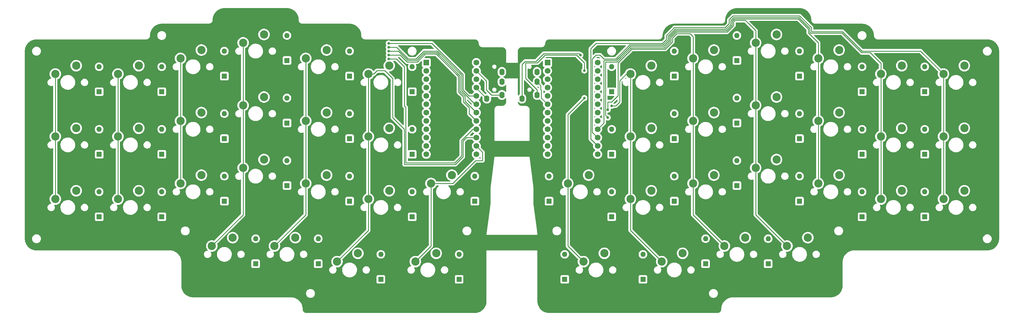
<source format=gbr>
%TF.GenerationSoftware,KiCad,Pcbnew,7.0.8*%
%TF.CreationDate,2023-11-04T09:20:36+09:00*%
%TF.ProjectId,scene46,7363656e-6534-4362-9e6b-696361645f70,rev?*%
%TF.SameCoordinates,Original*%
%TF.FileFunction,Copper,L2,Bot*%
%TF.FilePolarity,Positive*%
%FSLAX46Y46*%
G04 Gerber Fmt 4.6, Leading zero omitted, Abs format (unit mm)*
G04 Created by KiCad (PCBNEW 7.0.8) date 2023-11-04 09:20:36*
%MOMM*%
%LPD*%
G01*
G04 APERTURE LIST*
%TA.AperFunction,ComponentPad*%
%ADD10O,1.600000X2.000000*%
%TD*%
%TA.AperFunction,ComponentPad*%
%ADD11C,2.500000*%
%TD*%
%TA.AperFunction,ComponentPad*%
%ADD12R,1.752600X1.752600*%
%TD*%
%TA.AperFunction,ComponentPad*%
%ADD13C,1.752600*%
%TD*%
%TA.AperFunction,ComponentPad*%
%ADD14R,1.600000X1.600000*%
%TD*%
%TA.AperFunction,ComponentPad*%
%ADD15O,1.600000X1.600000*%
%TD*%
%TA.AperFunction,ViaPad*%
%ADD16C,0.800000*%
%TD*%
%TA.AperFunction,Conductor*%
%ADD17C,0.250000*%
%TD*%
G04 APERTURE END LIST*
D10*
%TO.P,U3,1,SLEEVE*%
%TO.N,VCC_L*%
X156053125Y-38275000D03*
%TO.P,U3,2,TIP*%
%TO.N,GND_L*%
X160653125Y-37175000D03*
%TO.P,U3,3,RING1*%
%TO.N,SCL_L*%
X160653125Y-33175000D03*
%TO.P,U3,4,RING2*%
%TO.N,unconnected-(U3-RING2-Pad4)*%
X160653125Y-30175000D03*
%TD*%
D11*
%TO.P,S32,1,1*%
%TO.N,col_R3*%
X237863362Y-40322500D03*
%TO.P,S32,2,2*%
%TO.N,Net-(D32-A)*%
X244213362Y-37782500D03*
%TD*%
%TO.P,S35,1,1*%
%TO.N,col_R6*%
X295013362Y-49847500D03*
%TO.P,S35,2,2*%
%TO.N,Net-(D35-A)*%
X301363362Y-47307500D03*
%TD*%
%TO.P,S9,1,1*%
%TO.N,col_L2*%
X62865000Y-45085000D03*
%TO.P,S9,2,2*%
%TO.N,Net-(D9-A)*%
X69215000Y-42545000D03*
%TD*%
%TO.P,S26,1,1*%
%TO.N,col_R3*%
X237863362Y-21272500D03*
%TO.P,S26,2,2*%
%TO.N,Net-(D26-A)*%
X244213362Y-18732500D03*
%TD*%
%TO.P,S39,1,1*%
%TO.N,col_R3*%
X237863362Y-59372500D03*
%TO.P,S39,2,2*%
%TO.N,Net-(D39-A)*%
X244213362Y-56832500D03*
%TD*%
%TO.P,S16,1,1*%
%TO.N,col_L3*%
X81915000Y-59372500D03*
%TO.P,S16,2,2*%
%TO.N,Net-(D16-A)*%
X88265000Y-56832500D03*
%TD*%
%TO.P,S43,1,1*%
%TO.N,col_R0*%
X185475862Y-87947500D03*
%TO.P,S43,2,2*%
%TO.N,Net-(D43-A)*%
X191825862Y-85407500D03*
%TD*%
%TO.P,S13,1,1*%
%TO.N,col_L0*%
X24765000Y-68897500D03*
%TO.P,S13,2,2*%
%TO.N,Net-(D13-A)*%
X31115000Y-66357500D03*
%TD*%
%TO.P,S10,1,1*%
%TO.N,col_L3*%
X81915000Y-40322500D03*
%TO.P,S10,2,2*%
%TO.N,Net-(D10-A)*%
X88265000Y-37782500D03*
%TD*%
%TO.P,S2,1,1*%
%TO.N,col_L1*%
X43815000Y-30797500D03*
%TO.P,S2,2,2*%
%TO.N,Net-(D2-A)*%
X50165000Y-28257500D03*
%TD*%
%TO.P,S17,1,1*%
%TO.N,col_L4*%
X100965000Y-64135000D03*
%TO.P,S17,2,2*%
%TO.N,Net-(D17-A)*%
X107315000Y-61595000D03*
%TD*%
D10*
%TO.P,U4,1,SLEEVE*%
%TO.N,VCC_R*%
X166745237Y-38275000D03*
%TO.P,U4,2,TIP*%
%TO.N,GND_R*%
X171345237Y-37175000D03*
%TO.P,U4,3,RING1*%
%TO.N,SCL_R*%
X171345237Y-33175000D03*
%TO.P,U4,4,RING2*%
%TO.N,unconnected-(U4-RING2-Pad4)*%
X171345237Y-30175000D03*
%TD*%
D11*
%TO.P,S20,1,1*%
%TO.N,col_L3*%
X72390000Y-83185000D03*
%TO.P,S20,2,2*%
%TO.N,Net-(D20-A)*%
X78740000Y-80645000D03*
%TD*%
%TO.P,S21,1,1*%
%TO.N,col_L4*%
X91440000Y-83185000D03*
%TO.P,S21,2,2*%
%TO.N,Net-(D21-A)*%
X97790000Y-80645000D03*
%TD*%
%TO.P,S34,1,1*%
%TO.N,col_R5*%
X275963362Y-49847500D03*
%TO.P,S34,2,2*%
%TO.N,Net-(D34-A)*%
X282313362Y-47307500D03*
%TD*%
%TO.P,S30,1,1*%
%TO.N,col_R1*%
X199763362Y-49847500D03*
%TO.P,S30,2,2*%
%TO.N,Net-(D30-A)*%
X206113362Y-47307500D03*
%TD*%
%TO.P,S28,1,1*%
%TO.N,col_R5*%
X275963362Y-30797500D03*
%TO.P,S28,2,2*%
%TO.N,Net-(D28-A)*%
X282313362Y-28257500D03*
%TD*%
%TO.P,S6,1,1*%
%TO.N,col_L5*%
X120015000Y-30797500D03*
%TO.P,S6,2,2*%
%TO.N,Net-(D6-A)*%
X126365000Y-28257500D03*
%TD*%
%TO.P,S45,1,1*%
%TO.N,col_R2*%
X228338362Y-83185000D03*
%TO.P,S45,2,2*%
%TO.N,Net-(D45-A)*%
X234688362Y-80645000D03*
%TD*%
%TO.P,S18,1,1*%
%TO.N,col_L5*%
X120015000Y-68897500D03*
%TO.P,S18,2,2*%
%TO.N,Net-(D18-A)*%
X126365000Y-66357500D03*
%TD*%
%TO.P,S22,1,1*%
%TO.N,col_L5*%
X110490000Y-87947500D03*
%TO.P,S22,2,2*%
%TO.N,Net-(D22-A)*%
X116840000Y-85407500D03*
%TD*%
%TO.P,S41,1,1*%
%TO.N,col_R5*%
X275963362Y-68897500D03*
%TO.P,S41,2,2*%
%TO.N,Net-(D41-A)*%
X282313362Y-66357500D03*
%TD*%
%TO.P,S29,1,1*%
%TO.N,col_R6*%
X295013362Y-30797500D03*
%TO.P,S29,2,2*%
%TO.N,Net-(D29-A)*%
X301363362Y-28257500D03*
%TD*%
%TO.P,S3,1,1*%
%TO.N,col_L2*%
X62865000Y-26035000D03*
%TO.P,S3,2,2*%
%TO.N,Net-(D3-A)*%
X69215000Y-23495000D03*
%TD*%
%TO.P,S23,1,1*%
%TO.N,col_L6*%
X134302500Y-87947500D03*
%TO.P,S23,2,2*%
%TO.N,Net-(D23-A)*%
X140652500Y-85407500D03*
%TD*%
%TO.P,S5,1,1*%
%TO.N,col_L4*%
X100965000Y-26035000D03*
%TO.P,S5,2,2*%
%TO.N,Net-(D5-A)*%
X107315000Y-23495000D03*
%TD*%
%TO.P,S44,1,1*%
%TO.N,col_R1*%
X209288362Y-87947500D03*
%TO.P,S44,2,2*%
%TO.N,Net-(D44-A)*%
X215638362Y-85407500D03*
%TD*%
D12*
%TO.P,U1,1,TX0/PD3*%
%TO.N,unconnected-(U1-TX0{slash}PD3-Pad1)*%
X137636250Y-27305000D03*
D13*
%TO.P,U1,2,RX1/PD2*%
%TO.N,unconnected-(U1-RX1{slash}PD2-Pad2)*%
X137636250Y-29845000D03*
%TO.P,U1,3,GND*%
%TO.N,unconnected-(U1-GND-Pad3)*%
X137636250Y-32385000D03*
%TO.P,U1,4,GND*%
%TO.N,unconnected-(U1-GND-Pad4)*%
X137636250Y-34925000D03*
%TO.P,U1,5,2/PD1*%
%TO.N,unconnected-(U1-2{slash}PD1-Pad5)*%
X137636250Y-37465000D03*
%TO.P,U1,6,3/PD0*%
%TO.N,SCL_L*%
X137636250Y-40005000D03*
%TO.P,U1,7,4/PD4*%
%TO.N,row_L0*%
X137636250Y-42545000D03*
%TO.P,U1,8,5/PC6*%
%TO.N,row_L1*%
X137636250Y-45085000D03*
%TO.P,U1,9,6/PD7*%
%TO.N,row_L2*%
X137636250Y-47625000D03*
%TO.P,U1,10,7/PE6*%
%TO.N,row_L3*%
X137636250Y-50165000D03*
%TO.P,U1,11,8/PB4*%
%TO.N,unconnected-(U1-8{slash}PB4-Pad11)*%
X137636250Y-52705000D03*
%TO.P,U1,12,9/PB5*%
%TO.N,unconnected-(U1-9{slash}PB5-Pad12)*%
X137636250Y-55245000D03*
%TO.P,U1,13,10/PB6*%
%TO.N,unconnected-(U1-10{slash}PB6-Pad13)*%
X152876250Y-55245000D03*
%TO.P,U1,14,16/PB2*%
%TO.N,col_L6*%
X152876250Y-52705000D03*
%TO.P,U1,15,14/PB3*%
%TO.N,col_L5*%
X152876250Y-50165000D03*
%TO.P,U1,16,15/PB1*%
%TO.N,col_L4*%
X152876250Y-47625000D03*
%TO.P,U1,17,A0/PF7*%
%TO.N,col_L3*%
X152876250Y-45085000D03*
%TO.P,U1,18,A1/PF6*%
%TO.N,col_L2*%
X152876250Y-42545000D03*
%TO.P,U1,19,A2/PF5*%
%TO.N,col_L1*%
X152876250Y-40005000D03*
%TO.P,U1,20,A3/PF4*%
%TO.N,col_L0*%
X152876250Y-37465000D03*
%TO.P,U1,21,VCC*%
%TO.N,VCC_L*%
X152876250Y-34925000D03*
%TO.P,U1,22,RST*%
%TO.N,unconnected-(U1-RST-Pad22)*%
X152876250Y-32385000D03*
%TO.P,U1,23,GND*%
%TO.N,GND_L*%
X152876250Y-29845000D03*
%TO.P,U1,24,RAW*%
%TO.N,unconnected-(U1-RAW-Pad24)*%
X152876250Y-27305000D03*
%TD*%
D11*
%TO.P,S46,1,1*%
%TO.N,col_R3*%
X247388362Y-83185000D03*
%TO.P,S46,2,2*%
%TO.N,Net-(D46-A)*%
X253738362Y-80645000D03*
%TD*%
%TO.P,S42,1,1*%
%TO.N,col_R6*%
X295013362Y-68897500D03*
%TO.P,S42,2,2*%
%TO.N,Net-(D42-A)*%
X301363362Y-66357500D03*
%TD*%
%TO.P,S11,1,1*%
%TO.N,col_L4*%
X100965000Y-45085000D03*
%TO.P,S11,2,2*%
%TO.N,Net-(D11-A)*%
X107315000Y-42545000D03*
%TD*%
%TO.P,S19,1,1*%
%TO.N,col_L6*%
X139065000Y-64135000D03*
%TO.P,S19,2,2*%
%TO.N,Net-(D19-A)*%
X145415000Y-61595000D03*
%TD*%
%TO.P,S40,1,1*%
%TO.N,col_R4*%
X256913362Y-64135000D03*
%TO.P,S40,2,2*%
%TO.N,Net-(D40-A)*%
X263263362Y-61595000D03*
%TD*%
%TO.P,S1,1,1*%
%TO.N,col_L0*%
X24765000Y-30797500D03*
%TO.P,S1,2,2*%
%TO.N,Net-(D1-A)*%
X31115000Y-28257500D03*
%TD*%
%TO.P,S12,1,1*%
%TO.N,col_L5*%
X120015000Y-49847500D03*
%TO.P,S12,2,2*%
%TO.N,Net-(D12-A)*%
X126365000Y-47307500D03*
%TD*%
%TO.P,S37,1,1*%
%TO.N,col_R1*%
X199763362Y-68897500D03*
%TO.P,S37,2,2*%
%TO.N,Net-(D37-A)*%
X206113362Y-66357500D03*
%TD*%
%TO.P,S24,1,1*%
%TO.N,col_R1*%
X199763362Y-30797500D03*
%TO.P,S24,2,2*%
%TO.N,Net-(D24-A)*%
X206113362Y-28257500D03*
%TD*%
%TO.P,S25,1,1*%
%TO.N,col_R2*%
X218813362Y-26035000D03*
%TO.P,S25,2,2*%
%TO.N,Net-(D25-A)*%
X225163362Y-23495000D03*
%TD*%
%TO.P,S33,1,1*%
%TO.N,col_R4*%
X256913362Y-45085000D03*
%TO.P,S33,2,2*%
%TO.N,Net-(D33-A)*%
X263263362Y-42545000D03*
%TD*%
%TO.P,S38,1,1*%
%TO.N,col_R2*%
X218813362Y-64135000D03*
%TO.P,S38,2,2*%
%TO.N,Net-(D38-A)*%
X225163362Y-61595000D03*
%TD*%
%TO.P,S7,1,1*%
%TO.N,col_L0*%
X24765000Y-49847500D03*
%TO.P,S7,2,2*%
%TO.N,Net-(D7-A)*%
X31115000Y-47307500D03*
%TD*%
%TO.P,S36,1,1*%
%TO.N,col_R0*%
X180713362Y-64135000D03*
%TO.P,S36,2,2*%
%TO.N,Net-(D36-A)*%
X187063362Y-61595000D03*
%TD*%
%TO.P,S31,1,1*%
%TO.N,col_R2*%
X218813362Y-45085000D03*
%TO.P,S31,2,2*%
%TO.N,Net-(D31-A)*%
X225163362Y-42545000D03*
%TD*%
%TO.P,S4,1,1*%
%TO.N,col_L3*%
X81915000Y-21272500D03*
%TO.P,S4,2,2*%
%TO.N,Net-(D4-A)*%
X88265000Y-18732500D03*
%TD*%
%TO.P,S27,1,1*%
%TO.N,col_R4*%
X256913362Y-26035000D03*
%TO.P,S27,2,2*%
%TO.N,Net-(D27-A)*%
X263263362Y-23495000D03*
%TD*%
%TO.P,S14,1,1*%
%TO.N,col_L1*%
X43815000Y-68897500D03*
%TO.P,S14,2,2*%
%TO.N,Net-(D14-A)*%
X50165000Y-66357500D03*
%TD*%
D12*
%TO.P,U2,1,TX0/PD3*%
%TO.N,unconnected-(U2-TX0{slash}PD3-Pad1)*%
X174522112Y-27305000D03*
D13*
%TO.P,U2,2,RX1/PD2*%
%TO.N,unconnected-(U2-RX1{slash}PD2-Pad2)*%
X174522112Y-29845000D03*
%TO.P,U2,3,GND*%
%TO.N,unconnected-(U2-GND-Pad3)*%
X174522112Y-32385000D03*
%TO.P,U2,4,GND*%
%TO.N,unconnected-(U2-GND-Pad4)*%
X174522112Y-34925000D03*
%TO.P,U2,5,2/PD1*%
%TO.N,unconnected-(U2-2{slash}PD1-Pad5)*%
X174522112Y-37465000D03*
%TO.P,U2,6,3/PD0*%
%TO.N,SCL_R*%
X174522112Y-40005000D03*
%TO.P,U2,7,4/PD4*%
%TO.N,row_R0*%
X174522112Y-42545000D03*
%TO.P,U2,8,5/PC6*%
%TO.N,row_R1*%
X174522112Y-45085000D03*
%TO.P,U2,9,6/PD7*%
%TO.N,row_R2*%
X174522112Y-47625000D03*
%TO.P,U2,10,7/PE6*%
%TO.N,row_R3*%
X174522112Y-50165000D03*
%TO.P,U2,11,8/PB4*%
%TO.N,unconnected-(U2-8{slash}PB4-Pad11)*%
X174522112Y-52705000D03*
%TO.P,U2,12,9/PB5*%
%TO.N,unconnected-(U2-9{slash}PB5-Pad12)*%
X174522112Y-55245000D03*
%TO.P,U2,13,10/PB6*%
%TO.N,unconnected-(U2-10{slash}PB6-Pad13)*%
X189762112Y-55245000D03*
%TO.P,U2,14,16/PB2*%
%TO.N,col_R6*%
X189762112Y-52705000D03*
%TO.P,U2,15,14/PB3*%
%TO.N,col_R5*%
X189762112Y-50165000D03*
%TO.P,U2,16,15/PB1*%
%TO.N,col_R4*%
X189762112Y-47625000D03*
%TO.P,U2,17,A0/PF7*%
%TO.N,col_R3*%
X189762112Y-45085000D03*
%TO.P,U2,18,A1/PF6*%
%TO.N,col_R2*%
X189762112Y-42545000D03*
%TO.P,U2,19,A2/PF5*%
%TO.N,col_R1*%
X189762112Y-40005000D03*
%TO.P,U2,20,A3/PF4*%
%TO.N,col_R0*%
X189762112Y-37465000D03*
%TO.P,U2,21,VCC*%
%TO.N,VCC_R*%
X189762112Y-34925000D03*
%TO.P,U2,22,RST*%
%TO.N,unconnected-(U2-RST-Pad22)*%
X189762112Y-32385000D03*
%TO.P,U2,23,GND*%
%TO.N,GND_R*%
X189762112Y-29845000D03*
%TO.P,U2,24,RAW*%
%TO.N,unconnected-(U2-RAW-Pad24)*%
X189762112Y-27305000D03*
%TD*%
D11*
%TO.P,S15,1,1*%
%TO.N,col_L2*%
X62865000Y-64135000D03*
%TO.P,S15,2,2*%
%TO.N,Net-(D15-A)*%
X69215000Y-61595000D03*
%TD*%
%TO.P,S8,1,1*%
%TO.N,col_L1*%
X43815000Y-49847500D03*
%TO.P,S8,2,2*%
%TO.N,Net-(D8-A)*%
X50165000Y-47307500D03*
%TD*%
D14*
%TO.P,D44,1,K*%
%TO.N,row_R3*%
X203573362Y-93345000D03*
D15*
%TO.P,D44,2,A*%
%TO.N,Net-(D44-A)*%
X203573362Y-85725000D03*
%TD*%
D14*
%TO.P,D26,1,K*%
%TO.N,row_R0*%
X232148362Y-26670000D03*
D15*
%TO.P,D26,2,A*%
%TO.N,Net-(D26-A)*%
X232148362Y-19050000D03*
%TD*%
D14*
%TO.P,D28,1,K*%
%TO.N,row_R0*%
X270248362Y-36195000D03*
D15*
%TO.P,D28,2,A*%
%TO.N,Net-(D28-A)*%
X270248362Y-28575000D03*
%TD*%
D14*
%TO.P,D25,1,K*%
%TO.N,row_R0*%
X213098362Y-31432500D03*
D15*
%TO.P,D25,2,A*%
%TO.N,Net-(D25-A)*%
X213098362Y-23812500D03*
%TD*%
D14*
%TO.P,D6,1,K*%
%TO.N,row_L0*%
X133350000Y-36195000D03*
D15*
%TO.P,D6,2,A*%
%TO.N,Net-(D6-A)*%
X133350000Y-28575000D03*
%TD*%
D14*
%TO.P,D35,1,K*%
%TO.N,row_R1*%
X289298362Y-55245000D03*
D15*
%TO.P,D35,2,A*%
%TO.N,Net-(D35-A)*%
X289298362Y-47625000D03*
%TD*%
D14*
%TO.P,D27,1,K*%
%TO.N,row_R0*%
X251198362Y-31432500D03*
D15*
%TO.P,D27,2,A*%
%TO.N,Net-(D27-A)*%
X251198362Y-23812500D03*
%TD*%
D14*
%TO.P,D1,1,K*%
%TO.N,row_L0*%
X38100000Y-36195000D03*
D15*
%TO.P,D1,2,A*%
%TO.N,Net-(D1-A)*%
X38100000Y-28575000D03*
%TD*%
D14*
%TO.P,D7,1,K*%
%TO.N,row_L1*%
X38100000Y-55245000D03*
D15*
%TO.P,D7,2,A*%
%TO.N,Net-(D7-A)*%
X38100000Y-47625000D03*
%TD*%
D14*
%TO.P,D34,1,K*%
%TO.N,row_R1*%
X270248362Y-55245000D03*
D15*
%TO.P,D34,2,A*%
%TO.N,Net-(D34-A)*%
X270248362Y-47625000D03*
%TD*%
D14*
%TO.P,D45,1,K*%
%TO.N,row_R3*%
X222623362Y-88582500D03*
D15*
%TO.P,D45,2,A*%
%TO.N,Net-(D45-A)*%
X222623362Y-80962500D03*
%TD*%
D14*
%TO.P,D39,1,K*%
%TO.N,row_R2*%
X232148362Y-64770000D03*
D15*
%TO.P,D39,2,A*%
%TO.N,Net-(D39-A)*%
X232148362Y-57150000D03*
%TD*%
D14*
%TO.P,D3,1,K*%
%TO.N,row_L0*%
X76200000Y-31432500D03*
D15*
%TO.P,D3,2,A*%
%TO.N,Net-(D3-A)*%
X76200000Y-23812500D03*
%TD*%
D14*
%TO.P,D23,1,K*%
%TO.N,row_L3*%
X147637500Y-93345000D03*
D15*
%TO.P,D23,2,A*%
%TO.N,Net-(D23-A)*%
X147637500Y-85725000D03*
%TD*%
D14*
%TO.P,D37,1,K*%
%TO.N,row_R2*%
X194048362Y-74295000D03*
D15*
%TO.P,D37,2,A*%
%TO.N,Net-(D37-A)*%
X194048362Y-66675000D03*
%TD*%
D14*
%TO.P,D17,1,K*%
%TO.N,row_L2*%
X114300000Y-69532500D03*
D15*
%TO.P,D17,2,A*%
%TO.N,Net-(D17-A)*%
X114300000Y-61912500D03*
%TD*%
D14*
%TO.P,D46,1,K*%
%TO.N,row_R3*%
X241673362Y-88582500D03*
D15*
%TO.P,D46,2,A*%
%TO.N,Net-(D46-A)*%
X241673362Y-80962500D03*
%TD*%
D14*
%TO.P,D40,1,K*%
%TO.N,row_R2*%
X251198362Y-69532500D03*
D15*
%TO.P,D40,2,A*%
%TO.N,Net-(D40-A)*%
X251198362Y-61912500D03*
%TD*%
D14*
%TO.P,D31,1,K*%
%TO.N,row_R1*%
X213098362Y-50482500D03*
D15*
%TO.P,D31,2,A*%
%TO.N,Net-(D31-A)*%
X213098362Y-42862500D03*
%TD*%
D14*
%TO.P,D13,1,K*%
%TO.N,row_L2*%
X38100000Y-74295000D03*
D15*
%TO.P,D13,2,A*%
%TO.N,Net-(D13-A)*%
X38100000Y-66675000D03*
%TD*%
D14*
%TO.P,D42,1,K*%
%TO.N,row_R2*%
X289298362Y-74295000D03*
D15*
%TO.P,D42,2,A*%
%TO.N,Net-(D42-A)*%
X289298362Y-66675000D03*
%TD*%
D14*
%TO.P,D36,1,K*%
%TO.N,row_R2*%
X174998362Y-69532500D03*
D15*
%TO.P,D36,2,A*%
%TO.N,Net-(D36-A)*%
X174998362Y-61912500D03*
%TD*%
D14*
%TO.P,D16,1,K*%
%TO.N,row_L2*%
X95250000Y-64770000D03*
D15*
%TO.P,D16,2,A*%
%TO.N,Net-(D16-A)*%
X95250000Y-57150000D03*
%TD*%
D14*
%TO.P,D33,1,K*%
%TO.N,row_R1*%
X251198362Y-50482500D03*
D15*
%TO.P,D33,2,A*%
%TO.N,Net-(D33-A)*%
X251198362Y-42862500D03*
%TD*%
D14*
%TO.P,D30,1,K*%
%TO.N,row_R1*%
X194048362Y-55245000D03*
D15*
%TO.P,D30,2,A*%
%TO.N,Net-(D30-A)*%
X194048362Y-47625000D03*
%TD*%
D14*
%TO.P,D20,1,K*%
%TO.N,row_L3*%
X85725000Y-88582500D03*
D15*
%TO.P,D20,2,A*%
%TO.N,Net-(D20-A)*%
X85725000Y-80962500D03*
%TD*%
D14*
%TO.P,D4,1,K*%
%TO.N,row_L0*%
X95250000Y-26670000D03*
D15*
%TO.P,D4,2,A*%
%TO.N,Net-(D4-A)*%
X95250000Y-19050000D03*
%TD*%
D14*
%TO.P,D5,1,K*%
%TO.N,row_L0*%
X114300000Y-31432500D03*
D15*
%TO.P,D5,2,A*%
%TO.N,Net-(D5-A)*%
X114300000Y-23812500D03*
%TD*%
D14*
%TO.P,D38,1,K*%
%TO.N,row_R2*%
X213098362Y-69532500D03*
D15*
%TO.P,D38,2,A*%
%TO.N,Net-(D38-A)*%
X213098362Y-61912500D03*
%TD*%
D14*
%TO.P,D18,1,K*%
%TO.N,row_L2*%
X133350000Y-74295000D03*
D15*
%TO.P,D18,2,A*%
%TO.N,Net-(D18-A)*%
X133350000Y-66675000D03*
%TD*%
D14*
%TO.P,D9,1,K*%
%TO.N,row_L1*%
X76200000Y-50482500D03*
D15*
%TO.P,D9,2,A*%
%TO.N,Net-(D9-A)*%
X76200000Y-42862500D03*
%TD*%
D14*
%TO.P,D15,1,K*%
%TO.N,row_L2*%
X76200000Y-69532500D03*
D15*
%TO.P,D15,2,A*%
%TO.N,Net-(D15-A)*%
X76200000Y-61912500D03*
%TD*%
D14*
%TO.P,D32,1,K*%
%TO.N,row_R1*%
X232148362Y-45720000D03*
D15*
%TO.P,D32,2,A*%
%TO.N,Net-(D32-A)*%
X232148362Y-38100000D03*
%TD*%
D14*
%TO.P,D12,1,K*%
%TO.N,row_L1*%
X133350000Y-55245000D03*
D15*
%TO.P,D12,2,A*%
%TO.N,Net-(D12-A)*%
X133350000Y-47625000D03*
%TD*%
D14*
%TO.P,D19,1,K*%
%TO.N,row_L2*%
X152400000Y-69532500D03*
D15*
%TO.P,D19,2,A*%
%TO.N,Net-(D19-A)*%
X152400000Y-61912500D03*
%TD*%
D14*
%TO.P,D41,1,K*%
%TO.N,row_R2*%
X270248362Y-74295000D03*
D15*
%TO.P,D41,2,A*%
%TO.N,Net-(D41-A)*%
X270248362Y-66675000D03*
%TD*%
D14*
%TO.P,D2,1,K*%
%TO.N,row_L0*%
X57150000Y-36195000D03*
D15*
%TO.P,D2,2,A*%
%TO.N,Net-(D2-A)*%
X57150000Y-28575000D03*
%TD*%
D14*
%TO.P,D21,1,K*%
%TO.N,row_L3*%
X104775000Y-88582500D03*
D15*
%TO.P,D21,2,A*%
%TO.N,Net-(D21-A)*%
X104775000Y-80962500D03*
%TD*%
D14*
%TO.P,D43,1,K*%
%TO.N,row_R3*%
X179760862Y-93345000D03*
D15*
%TO.P,D43,2,A*%
%TO.N,Net-(D43-A)*%
X179760862Y-85725000D03*
%TD*%
D14*
%TO.P,D14,1,K*%
%TO.N,row_L2*%
X57150000Y-74295000D03*
D15*
%TO.P,D14,2,A*%
%TO.N,Net-(D14-A)*%
X57150000Y-66675000D03*
%TD*%
D14*
%TO.P,D24,1,K*%
%TO.N,row_R0*%
X194048362Y-36195000D03*
D15*
%TO.P,D24,2,A*%
%TO.N,Net-(D24-A)*%
X194048362Y-28575000D03*
%TD*%
D14*
%TO.P,D8,1,K*%
%TO.N,row_L1*%
X57150000Y-55245000D03*
D15*
%TO.P,D8,2,A*%
%TO.N,Net-(D8-A)*%
X57150000Y-47625000D03*
%TD*%
D14*
%TO.P,D11,1,K*%
%TO.N,row_L1*%
X114300000Y-50482500D03*
D15*
%TO.P,D11,2,A*%
%TO.N,Net-(D11-A)*%
X114300000Y-42862500D03*
%TD*%
D14*
%TO.P,D22,1,K*%
%TO.N,row_L3*%
X123825000Y-93345000D03*
D15*
%TO.P,D22,2,A*%
%TO.N,Net-(D22-A)*%
X123825000Y-85725000D03*
%TD*%
D14*
%TO.P,D10,1,K*%
%TO.N,row_L1*%
X95250000Y-45720000D03*
D15*
%TO.P,D10,2,A*%
%TO.N,Net-(D10-A)*%
X95250000Y-38100000D03*
%TD*%
D14*
%TO.P,D29,1,K*%
%TO.N,row_R0*%
X289298362Y-36195000D03*
D15*
%TO.P,D29,2,A*%
%TO.N,Net-(D29-A)*%
X289298362Y-28575000D03*
%TD*%
D16*
%TO.N,col_L0*%
X126206250Y-21431250D03*
%TO.N,col_L1*%
X126206250Y-22621875D03*
%TO.N,col_L2*%
X126206250Y-23812500D03*
%TO.N,col_L4*%
X126206250Y-26193750D03*
%TO.N,col_L3*%
X126206250Y-25003125D03*
%TO.N,col_R1*%
X194071875Y-40481250D03*
%TO.N,col_R2*%
X192881250Y-41671875D03*
%TO.N,col_R3*%
X192881250Y-44053125D03*
%TO.N,col_R0*%
X185737500Y-38100000D03*
%TO.N,VCC_R*%
X184546875Y-25003125D03*
%TO.N,GND_R*%
X185737500Y-29765625D03*
%TD*%
D17*
%TO.N,col_L0*%
X24765000Y-30797500D02*
X24765000Y-68897500D01*
X148828125Y-30956250D02*
X148828125Y-35718750D01*
X148828125Y-35718750D02*
X150574375Y-37465000D01*
X150574375Y-37465000D02*
X152876250Y-37465000D01*
X126206250Y-21431250D02*
X139303125Y-21431250D01*
X139303125Y-21431250D02*
X148828125Y-30956250D01*
%TO.N,col_L1*%
X148378125Y-35905146D02*
X152477979Y-40005000D01*
X128587500Y-22621875D02*
X132159375Y-26193750D01*
X148378125Y-31142646D02*
X148378125Y-35905146D01*
X43815000Y-30797500D02*
X43815000Y-68897500D01*
X141047979Y-23812500D02*
X148378125Y-31142646D01*
X136921875Y-23812500D02*
X141047979Y-23812500D01*
X126206250Y-22621875D02*
X128587500Y-22621875D01*
X134540625Y-26193750D02*
X136921875Y-23812500D01*
X132159375Y-26193750D02*
X134540625Y-26193750D01*
X152477979Y-40005000D02*
X152876250Y-40005000D01*
%TO.N,col_L2*%
X129141729Y-23812500D02*
X131972979Y-26643750D01*
X149382354Y-37545771D02*
X149382354Y-39051104D01*
X137108271Y-24262500D02*
X140861583Y-24262500D01*
X140861583Y-24262500D02*
X147928125Y-31329042D01*
X131972979Y-26643750D02*
X134727021Y-26643750D01*
X126206250Y-23812500D02*
X129141729Y-23812500D01*
X149382354Y-39051104D02*
X152876250Y-42545000D01*
X134727021Y-26643750D02*
X137108271Y-24262500D01*
X147928125Y-36091542D02*
X149382354Y-37545771D01*
X62865000Y-26035000D02*
X62865000Y-64135000D01*
X147928125Y-31329042D02*
X147928125Y-36091542D01*
%TO.N,col_L4*%
X151763604Y-47625000D02*
X152876250Y-47625000D01*
X130968750Y-40481250D02*
X131418750Y-40931250D01*
X100965000Y-26035000D02*
X100965000Y-64135000D01*
X130968750Y-28575000D02*
X130968750Y-40481250D01*
X146260479Y-57890625D02*
X148378125Y-55772979D01*
X148378125Y-55772979D02*
X148378125Y-51010479D01*
X126206250Y-26193750D02*
X128587500Y-26193750D01*
X100945000Y-64791396D02*
X101283198Y-64453198D01*
X100945000Y-73680000D02*
X100945000Y-64791396D01*
X131418750Y-57890625D02*
X146260479Y-57890625D01*
X128587500Y-26193750D02*
X130968750Y-28575000D01*
X148378125Y-51010479D02*
X151763604Y-47625000D01*
X131418750Y-40931250D02*
X131418750Y-57890625D01*
X91440000Y-83185000D02*
X100945000Y-73680000D01*
%TO.N,col_L3*%
X134913417Y-27093750D02*
X137294667Y-24712500D01*
X81895000Y-73680000D02*
X81895000Y-60028896D01*
X72390000Y-83185000D02*
X81895000Y-73680000D01*
X148932354Y-39237500D02*
X150692740Y-40997886D01*
X137294667Y-24712500D02*
X140675187Y-24712500D01*
X81915000Y-21272500D02*
X81915000Y-59372500D01*
X150692740Y-42901490D02*
X152876250Y-45085000D01*
X150692740Y-40997886D02*
X150692740Y-42901490D01*
X131786583Y-27093750D02*
X134913417Y-27093750D01*
X147478125Y-31515438D02*
X147478125Y-36277938D01*
X148932354Y-37732167D02*
X148932354Y-39237500D01*
X126206250Y-25003125D02*
X129695958Y-25003125D01*
X129695958Y-25003125D02*
X131786583Y-27093750D01*
X147478125Y-36277938D02*
X148932354Y-37732167D01*
X81895000Y-60028896D02*
X82233198Y-59690698D01*
X140675187Y-24712500D02*
X147478125Y-31515438D01*
%TO.N,col_L5*%
X125015625Y-29765625D02*
X127396875Y-32146875D01*
X149860000Y-50165000D02*
X152876250Y-50165000D01*
X120015000Y-30797500D02*
X121602500Y-30797500D01*
X148828125Y-51196875D02*
X149860000Y-50165000D01*
X120015000Y-30797500D02*
X120015000Y-68897500D01*
X120015000Y-78422500D02*
X120015000Y-68897500D01*
X110490000Y-87947500D02*
X120015000Y-78422500D01*
X146446875Y-58340625D02*
X148828125Y-55959375D01*
X130968750Y-47625000D02*
X130968750Y-58340625D01*
X121602500Y-30797500D02*
X122634375Y-29765625D01*
X127396875Y-44053125D02*
X130968750Y-47625000D01*
X148828125Y-55959375D02*
X148828125Y-51196875D01*
X122634375Y-29765625D02*
X125015625Y-29765625D01*
X130968750Y-58340625D02*
X146446875Y-58340625D01*
X127396875Y-32146875D02*
X127396875Y-44053125D01*
%TO.N,col_L6*%
X139065000Y-83185000D02*
X139065000Y-64135000D01*
X139065000Y-64135000D02*
X145683448Y-64135000D01*
X152668448Y-57150000D02*
X154781250Y-57150000D01*
X145683448Y-64135000D02*
X152668448Y-57150000D01*
X154781250Y-57150000D02*
X154781250Y-54610000D01*
X154781250Y-54610000D02*
X152876250Y-52705000D01*
X134302500Y-87947500D02*
X139065000Y-83185000D01*
%TO.N,col_R1*%
X196453125Y-39290625D02*
X195262500Y-40481250D01*
X199763362Y-30797500D02*
X198513362Y-30797500D01*
X196453125Y-33337500D02*
X196453125Y-39290625D01*
X209288362Y-87947500D02*
X199763362Y-78422500D01*
X199763362Y-30797500D02*
X199763362Y-68897500D01*
X198513362Y-30797500D02*
X196453125Y-32857737D01*
X199763362Y-78422500D02*
X199763362Y-68897500D01*
X196453125Y-32857737D02*
X196453125Y-33337500D01*
X195262500Y-40481250D02*
X194071875Y-40481250D01*
%TO.N,col_R2*%
X218813362Y-19397737D02*
X217884375Y-18468750D01*
X218813362Y-26035000D02*
X218813362Y-64135000D01*
X200134188Y-23231250D02*
X198598344Y-24767094D01*
X196003125Y-27362313D02*
X196003125Y-37359375D01*
X228338362Y-83185000D02*
X218813362Y-73660000D01*
X205978125Y-23231250D02*
X201215625Y-23231250D01*
X196003125Y-37359375D02*
X194071875Y-39290625D01*
X213867459Y-18468750D02*
X212540625Y-19795584D01*
X217884375Y-18468750D02*
X213867459Y-18468750D01*
X198598344Y-24767094D02*
X196003125Y-27362313D01*
X212540625Y-20986209D02*
X210295584Y-23231250D01*
X201215625Y-23231250D02*
X200134188Y-23231250D01*
X192881250Y-39290625D02*
X192881250Y-41671875D01*
X194071875Y-39290625D02*
X192881250Y-39290625D01*
X218813362Y-73660000D02*
X218813362Y-64135000D01*
X210295584Y-23231250D02*
X205978125Y-23231250D01*
X218813362Y-26035000D02*
X218813362Y-19397737D01*
X212540625Y-19795584D02*
X212540625Y-20986209D01*
%TO.N,col_R3*%
X237863362Y-21272500D02*
X237863362Y-17597737D01*
X196494208Y-26234834D02*
X195635292Y-27093750D01*
X235743750Y-15478125D02*
X234712500Y-14446875D01*
X199947792Y-22781250D02*
X196494208Y-26234834D01*
X228786396Y-18018750D02*
X214312500Y-18018750D01*
X237863362Y-21272500D02*
X237863362Y-59372500D01*
X212090625Y-20799813D02*
X210109188Y-22781250D01*
X192140625Y-27093750D02*
X192140625Y-43312500D01*
X229159188Y-18018750D02*
X228786396Y-18018750D01*
X231140625Y-16037313D02*
X229159188Y-18018750D01*
X237863362Y-17597737D02*
X235743750Y-15478125D01*
X237863362Y-73660000D02*
X237863362Y-59372500D01*
X213681063Y-18018750D02*
X212090625Y-19609188D01*
X214312500Y-18018750D02*
X213681063Y-18018750D01*
X210109188Y-22781250D02*
X204787500Y-22781250D01*
X234712500Y-14446875D02*
X231540438Y-14446875D01*
X192140625Y-43312500D02*
X192881250Y-44053125D01*
X247388362Y-83185000D02*
X237863362Y-73660000D01*
X231140625Y-14846688D02*
X231140625Y-16037313D01*
X212090625Y-19609188D02*
X212090625Y-20799813D01*
X195635292Y-27093750D02*
X192140625Y-27093750D01*
X231540438Y-14446875D02*
X231140625Y-14846688D01*
X204787500Y-22781250D02*
X199947792Y-22781250D01*
%TO.N,col_R4*%
X211640625Y-19422792D02*
X211640625Y-20613417D01*
X256913362Y-21251779D02*
X253893750Y-18232167D01*
X253893750Y-17041542D02*
X250849083Y-13996875D01*
X250849083Y-13996875D02*
X231354042Y-13996875D01*
X253893750Y-18232167D02*
X253893750Y-17041542D01*
X231354042Y-13996875D02*
X230690625Y-14660292D01*
X230690625Y-15850917D02*
X228972792Y-17568750D01*
X199761396Y-22331250D02*
X195448896Y-26643750D01*
X209922792Y-22331250D02*
X199761396Y-22331250D01*
X191690625Y-45696487D02*
X189762112Y-47625000D01*
X228972792Y-17568750D02*
X213494667Y-17568750D01*
X211640625Y-20613417D02*
X209922792Y-22331250D01*
X191690625Y-26643750D02*
X191690625Y-45696487D01*
X256913362Y-26035000D02*
X256913362Y-21251779D01*
X230690625Y-14660292D02*
X230690625Y-15850917D01*
X256913362Y-26035000D02*
X256913362Y-64135000D01*
X213494667Y-17568750D02*
X211640625Y-19422792D01*
X195448896Y-26643750D02*
X191690625Y-26643750D01*
%TO.N,col_R5*%
X230240625Y-14473896D02*
X230240625Y-15664521D01*
X251035479Y-13546875D02*
X231167646Y-13546875D01*
X189309375Y-25003125D02*
X188118750Y-26193750D01*
X275963362Y-30797500D02*
X275963362Y-27572737D01*
X254343750Y-16855146D02*
X251035479Y-13546875D01*
X270085479Y-24262500D02*
X264132354Y-18309375D01*
X275963362Y-27572737D02*
X272653125Y-24262500D01*
X199575000Y-21881250D02*
X195262500Y-26193750D01*
X195262500Y-26193750D02*
X191690625Y-26193750D01*
X190500000Y-25003125D02*
X189309375Y-25003125D01*
X264132354Y-18309375D02*
X254607354Y-18309375D01*
X191690625Y-26193750D02*
X190500000Y-25003125D01*
X211190625Y-20427021D02*
X209736396Y-21881250D01*
X275963362Y-30797500D02*
X275963362Y-68897500D01*
X209736396Y-21881250D02*
X199575000Y-21881250D01*
X228786396Y-17118750D02*
X213308271Y-17118750D01*
X230240625Y-15664521D02*
X228786396Y-17118750D01*
X213308271Y-17118750D02*
X211190625Y-19236396D01*
X231167646Y-13546875D02*
X230240625Y-14473896D01*
X254607354Y-18309375D02*
X254343750Y-18045771D01*
X188118750Y-48521638D02*
X189762112Y-50165000D01*
X254343750Y-18045771D02*
X254343750Y-16855146D01*
X188118750Y-26193750D02*
X188118750Y-48521638D01*
X272653125Y-24262500D02*
X270085479Y-24262500D01*
X211190625Y-19236396D02*
X211190625Y-20427021D01*
%TO.N,col_R6*%
X295013362Y-30797500D02*
X288131250Y-23915388D01*
X288131250Y-23812500D02*
X270271875Y-23812500D01*
X270271875Y-23812500D02*
X264318750Y-17859375D01*
X264318750Y-17859375D02*
X254793750Y-17859375D01*
X254793750Y-17859375D02*
X254793750Y-16668750D01*
X251221875Y-13096875D02*
X230981250Y-13096875D01*
X228600000Y-16668750D02*
X213121875Y-16668750D01*
X229790625Y-14287500D02*
X229790625Y-15478125D01*
X187668750Y-23071875D02*
X187668750Y-50611638D01*
X213121875Y-16668750D02*
X210740625Y-19050000D01*
X209550000Y-21431250D02*
X189309375Y-21431250D01*
X189309375Y-21431250D02*
X187668750Y-23071875D01*
X254793750Y-16668750D02*
X251221875Y-13096875D01*
X187668750Y-50611638D02*
X189762112Y-52705000D01*
X229790625Y-15478125D02*
X228600000Y-16668750D01*
X288131250Y-23915388D02*
X288131250Y-23812500D01*
X210740625Y-20240625D02*
X209550000Y-21431250D01*
X295013362Y-30797500D02*
X295013362Y-68897500D01*
X210740625Y-19050000D02*
X210740625Y-20240625D01*
X230981250Y-13096875D02*
X229790625Y-14287500D01*
%TO.N,col_R0*%
X180713362Y-83185000D02*
X180713362Y-64135000D01*
X185475862Y-87947500D02*
X180713362Y-83185000D01*
X180713362Y-64135000D02*
X180713362Y-43124138D01*
X180713362Y-43124138D02*
X185737500Y-38100000D01*
%TO.N,VCC_L*%
X156053125Y-38275000D02*
X152876250Y-35098125D01*
X152876250Y-35098125D02*
X152876250Y-34925000D01*
%TO.N,GND_L*%
X160653125Y-37175000D02*
X157428125Y-37175000D01*
X157428125Y-37175000D02*
X155971875Y-35718750D01*
X155971875Y-35718750D02*
X155971875Y-32940625D01*
X155971875Y-32940625D02*
X152876250Y-29845000D01*
%TO.N,SCL_R*%
X171345237Y-33175000D02*
X172470237Y-34300000D01*
X172470237Y-34300000D02*
X172470237Y-35548362D01*
X172640625Y-35718750D02*
X172640625Y-38123513D01*
X172470237Y-35548362D02*
X172640625Y-35718750D01*
X172640625Y-38123513D02*
X174522112Y-40005000D01*
%TO.N,VCC_R*%
X171000000Y-26934375D02*
X173381250Y-24553125D01*
X166745237Y-27880867D02*
X167691729Y-26934375D01*
X166745237Y-38275000D02*
X166745237Y-27880867D01*
X184096875Y-24553125D02*
X184546875Y-25003125D01*
X167691729Y-26934375D02*
X171000000Y-26934375D01*
X173381250Y-24553125D02*
X184096875Y-24553125D01*
%TO.N,GND_R*%
X171345237Y-35613987D02*
X167878125Y-32146875D01*
X171450000Y-27384375D02*
X173831250Y-25003125D01*
X167878125Y-27384375D02*
X171450000Y-27384375D01*
X173831250Y-25003125D02*
X183356250Y-25003125D01*
X167878125Y-32146875D02*
X167878125Y-27384375D01*
X171345237Y-37175000D02*
X171345237Y-35613987D01*
X185737500Y-27384375D02*
X185737500Y-29765625D01*
X183356250Y-25003125D02*
X185737500Y-27384375D01*
%TD*%
%TA.AperFunction,NonConductor*%
G36*
X95251513Y-10716200D02*
G01*
X95319188Y-10719524D01*
X95402528Y-10723618D01*
X95603901Y-10734172D01*
X95609694Y-10734751D01*
X95781386Y-10760219D01*
X95962087Y-10788840D01*
X95967434Y-10789931D01*
X96139564Y-10833047D01*
X96256017Y-10864252D01*
X96312869Y-10879486D01*
X96317711Y-10880998D01*
X96357469Y-10895223D01*
X96486373Y-10941346D01*
X96652651Y-11005175D01*
X96652654Y-11005176D01*
X96656933Y-11007006D01*
X96819727Y-11084001D01*
X96922616Y-11136426D01*
X96977950Y-11164620D01*
X96981659Y-11166672D01*
X97136677Y-11259587D01*
X97285424Y-11356184D01*
X97288516Y-11358330D01*
X97416866Y-11453522D01*
X97434096Y-11466301D01*
X97571882Y-11577878D01*
X97574464Y-11580091D01*
X97707863Y-11700997D01*
X97710067Y-11703096D01*
X97834402Y-11827431D01*
X97836501Y-11829635D01*
X97957407Y-11963034D01*
X97959626Y-11965623D01*
X98040221Y-12065150D01*
X98071198Y-12103403D01*
X98102178Y-12145174D01*
X98179154Y-12248964D01*
X98181326Y-12252092D01*
X98277909Y-12400817D01*
X98277914Y-12400825D01*
X98363963Y-12544389D01*
X98370812Y-12555815D01*
X98372875Y-12559543D01*
X98453500Y-12717776D01*
X98530487Y-12880553D01*
X98532323Y-12884844D01*
X98596163Y-13051153D01*
X98656500Y-13219787D01*
X98658012Y-13224629D01*
X98704466Y-13397990D01*
X98747565Y-13570056D01*
X98748660Y-13575424D01*
X98777288Y-13756171D01*
X98802743Y-13927771D01*
X98803329Y-13933627D01*
X98813888Y-14135108D01*
X98821300Y-14285987D01*
X98821375Y-14289028D01*
X98821375Y-14381244D01*
X98836015Y-14473674D01*
X98850705Y-14566423D01*
X98908639Y-14744730D01*
X98908640Y-14744733D01*
X98954154Y-14834056D01*
X98993756Y-14911780D01*
X98993761Y-14911788D01*
X99103955Y-15063460D01*
X99236539Y-15196044D01*
X99378469Y-15299160D01*
X99388215Y-15306241D01*
X99497417Y-15361882D01*
X99555266Y-15391359D01*
X99555269Y-15391360D01*
X99641443Y-15419359D01*
X99733578Y-15449295D01*
X99918756Y-15478625D01*
X100012401Y-15478625D01*
X111918651Y-15478625D01*
X114298471Y-15478625D01*
X114301513Y-15478700D01*
X114369188Y-15482024D01*
X114452528Y-15486118D01*
X114653901Y-15496672D01*
X114659694Y-15497251D01*
X114831386Y-15522719D01*
X115012087Y-15551340D01*
X115017434Y-15552431D01*
X115189564Y-15595547D01*
X115306017Y-15626752D01*
X115362869Y-15641986D01*
X115367711Y-15643498D01*
X115407469Y-15657723D01*
X115536373Y-15703846D01*
X115702651Y-15767675D01*
X115702654Y-15767676D01*
X115706933Y-15769506D01*
X115869727Y-15846501D01*
X115972616Y-15898926D01*
X116027950Y-15927120D01*
X116031659Y-15929172D01*
X116186677Y-16022087D01*
X116335424Y-16118684D01*
X116338516Y-16120830D01*
X116466866Y-16216022D01*
X116484096Y-16228801D01*
X116621882Y-16340378D01*
X116624464Y-16342591D01*
X116757863Y-16463497D01*
X116760067Y-16465596D01*
X116884402Y-16589931D01*
X116886501Y-16592135D01*
X117007407Y-16725534D01*
X117009626Y-16728123D01*
X117090221Y-16827650D01*
X117121198Y-16865903D01*
X117152178Y-16907674D01*
X117229154Y-17011464D01*
X117231326Y-17014592D01*
X117293204Y-17109875D01*
X117327914Y-17163325D01*
X117417404Y-17312630D01*
X117420812Y-17318315D01*
X117422875Y-17322043D01*
X117503500Y-17480276D01*
X117580487Y-17643053D01*
X117582323Y-17647344D01*
X117646163Y-17813653D01*
X117706500Y-17982287D01*
X117708012Y-17987129D01*
X117754466Y-18160490D01*
X117797565Y-18332556D01*
X117798660Y-18337924D01*
X117827288Y-18518671D01*
X117852743Y-18690271D01*
X117853329Y-18696127D01*
X117863888Y-18897608D01*
X117871300Y-19048487D01*
X117871375Y-19051528D01*
X117871375Y-19143744D01*
X117871945Y-19147343D01*
X117900705Y-19328923D01*
X117958639Y-19507230D01*
X117958640Y-19507233D01*
X118014978Y-19617799D01*
X118043756Y-19674280D01*
X118043761Y-19674288D01*
X118153955Y-19825960D01*
X118286539Y-19958544D01*
X118412482Y-20050045D01*
X118438215Y-20068741D01*
X118547417Y-20124382D01*
X118605266Y-20153859D01*
X118605269Y-20153860D01*
X118687467Y-20180567D01*
X118783578Y-20211795D01*
X118968756Y-20241125D01*
X119062401Y-20241125D01*
X152397562Y-20241125D01*
X152402426Y-20241315D01*
X152455407Y-20245485D01*
X152584778Y-20256835D01*
X152602865Y-20259782D01*
X152661192Y-20273785D01*
X152676776Y-20277527D01*
X152781189Y-20305504D01*
X152788869Y-20308110D01*
X152869246Y-20341403D01*
X152962407Y-20384843D01*
X152968582Y-20388161D01*
X153008310Y-20412506D01*
X153043482Y-20434058D01*
X153046646Y-20436133D01*
X153128050Y-20493130D01*
X153132746Y-20496767D01*
X153200168Y-20554348D01*
X153203726Y-20557636D01*
X153273620Y-20627528D01*
X153276919Y-20631097D01*
X153334495Y-20698506D01*
X153338138Y-20703212D01*
X153374458Y-20755078D01*
X153395153Y-20784632D01*
X153397221Y-20787787D01*
X153443112Y-20862669D01*
X153446431Y-20868845D01*
X153465323Y-20909355D01*
X153489878Y-20962010D01*
X153493874Y-20971656D01*
X153523171Y-21042382D01*
X153525781Y-21050069D01*
X153553758Y-21154462D01*
X153571496Y-21228336D01*
X153574451Y-21246474D01*
X153586145Y-21380069D01*
X153589933Y-21428177D01*
X153590125Y-21433043D01*
X153590128Y-21524988D01*
X153596028Y-21562231D01*
X153614981Y-21681872D01*
X153619465Y-21710173D01*
X153641195Y-21777044D01*
X153677405Y-21888476D01*
X153762524Y-22055524D01*
X153872726Y-22207202D01*
X154005298Y-22339774D01*
X154156976Y-22449976D01*
X154324024Y-22535095D01*
X154502332Y-22593036D01*
X154687508Y-22622371D01*
X154687536Y-22622371D01*
X154756485Y-22622373D01*
X154756494Y-22622375D01*
X154781151Y-22622375D01*
X154781250Y-22622375D01*
X154781750Y-22622375D01*
X160731940Y-22622375D01*
X160736800Y-22622565D01*
X160790587Y-22626797D01*
X160918996Y-22638045D01*
X160937086Y-22640992D01*
X161012128Y-22659007D01*
X161115388Y-22686674D01*
X161123060Y-22689279D01*
X161154526Y-22702312D01*
X161201724Y-22721861D01*
X161204151Y-22722866D01*
X161296588Y-22765969D01*
X161302783Y-22769298D01*
X161373209Y-22812454D01*
X161378192Y-22815507D01*
X161381359Y-22817584D01*
X161425587Y-22848551D01*
X161462232Y-22874210D01*
X161466929Y-22877847D01*
X161534776Y-22935792D01*
X161538349Y-22939095D01*
X161607794Y-23008539D01*
X161611073Y-23012085D01*
X161662326Y-23072093D01*
X161669035Y-23079948D01*
X161672679Y-23084654D01*
X161729300Y-23165516D01*
X161731365Y-23168665D01*
X161751353Y-23201280D01*
X161777588Y-23244093D01*
X161780918Y-23250290D01*
X161824031Y-23342742D01*
X161857605Y-23423797D01*
X161860215Y-23431484D01*
X161887896Y-23534787D01*
X161890123Y-23544059D01*
X161905895Y-23609756D01*
X161908849Y-23627896D01*
X161920266Y-23758397D01*
X161924309Y-23809762D01*
X161924500Y-23814628D01*
X161924500Y-27359842D01*
X161924416Y-27360264D01*
X161924459Y-27384376D01*
X161924500Y-27384474D01*
X161924616Y-27384757D01*
X161924618Y-27384759D01*
X161924808Y-27384837D01*
X161925000Y-27384916D01*
X161925002Y-27384914D01*
X161949616Y-27384899D01*
X161949616Y-27384903D01*
X161949760Y-27384875D01*
X165472115Y-27384875D01*
X165472258Y-27384903D01*
X165472259Y-27384899D01*
X165496872Y-27384914D01*
X165496875Y-27384916D01*
X165497258Y-27384758D01*
X165497375Y-27384474D01*
X165497416Y-27384375D01*
X165497415Y-27384372D01*
X165497458Y-27360264D01*
X165497375Y-27359842D01*
X165497375Y-23814938D01*
X165497567Y-23810066D01*
X165501776Y-23756630D01*
X165501862Y-23755537D01*
X165513025Y-23628059D01*
X165515976Y-23609939D01*
X165534245Y-23533865D01*
X165538936Y-23516364D01*
X165561635Y-23431670D01*
X165564237Y-23424006D01*
X165598116Y-23342226D01*
X165640895Y-23250496D01*
X165644218Y-23244314D01*
X165650611Y-23233882D01*
X165690786Y-23168324D01*
X165692801Y-23165251D01*
X165749089Y-23084866D01*
X165752697Y-23080205D01*
X165776726Y-23052071D01*
X187038590Y-23052071D01*
X187041225Y-23079948D01*
X187042975Y-23098458D01*
X187043250Y-23104296D01*
X187043250Y-50528893D01*
X187041525Y-50544510D01*
X187041811Y-50544537D01*
X187041076Y-50552303D01*
X187043250Y-50621452D01*
X187043250Y-50650981D01*
X187043251Y-50650998D01*
X187044118Y-50657869D01*
X187044576Y-50663688D01*
X187046040Y-50710262D01*
X187046041Y-50710265D01*
X187051630Y-50729505D01*
X187055574Y-50748549D01*
X187058086Y-50768430D01*
X187062028Y-50778387D01*
X187075240Y-50811757D01*
X187077132Y-50817285D01*
X187090131Y-50862026D01*
X187100330Y-50879272D01*
X187108888Y-50896741D01*
X187116264Y-50915370D01*
X187143648Y-50953061D01*
X187146856Y-50957945D01*
X187170577Y-50998054D01*
X187170583Y-50998062D01*
X187184740Y-51012218D01*
X187197378Y-51027014D01*
X187209155Y-51043224D01*
X187209156Y-51043225D01*
X187245059Y-51072926D01*
X187249370Y-51076848D01*
X187861104Y-51688582D01*
X188400270Y-52227748D01*
X188433755Y-52289071D01*
X188432795Y-52345868D01*
X188399436Y-52477601D01*
X188399433Y-52477616D01*
X188380593Y-52704994D01*
X188380593Y-52705005D01*
X188399433Y-52932383D01*
X188399435Y-52932391D01*
X188455447Y-53153577D01*
X188547101Y-53362529D01*
X188671899Y-53553548D01*
X188826431Y-53721413D01*
X188826435Y-53721417D01*
X189006491Y-53861560D01*
X189006495Y-53861562D01*
X189014595Y-53865946D01*
X189064185Y-53915166D01*
X189079292Y-53983383D01*
X189055120Y-54048939D01*
X189014595Y-54084054D01*
X189006495Y-54088437D01*
X189006491Y-54088439D01*
X188826435Y-54228582D01*
X188826431Y-54228586D01*
X188671899Y-54396451D01*
X188547101Y-54587470D01*
X188455447Y-54796422D01*
X188399435Y-55017608D01*
X188399433Y-55017616D01*
X188380593Y-55244994D01*
X188380593Y-55245005D01*
X188399433Y-55472383D01*
X188399435Y-55472391D01*
X188455447Y-55693577D01*
X188547101Y-55902529D01*
X188671899Y-56093548D01*
X188826431Y-56261413D01*
X188826435Y-56261417D01*
X189006493Y-56401561D01*
X189207162Y-56510158D01*
X189422969Y-56584245D01*
X189648027Y-56621800D01*
X189876197Y-56621800D01*
X190101255Y-56584245D01*
X190317062Y-56510158D01*
X190517731Y-56401561D01*
X190697789Y-56261417D01*
X190852325Y-56093547D01*
X190852767Y-56092870D01*
X192747862Y-56092870D01*
X192747863Y-56092876D01*
X192754270Y-56152483D01*
X192804564Y-56287328D01*
X192804568Y-56287335D01*
X192890814Y-56402544D01*
X192890817Y-56402547D01*
X193006026Y-56488793D01*
X193006033Y-56488797D01*
X193140879Y-56539091D01*
X193140878Y-56539091D01*
X193147806Y-56539835D01*
X193200489Y-56545500D01*
X194896234Y-56545499D01*
X194955845Y-56539091D01*
X195090693Y-56488796D01*
X195205908Y-56402546D01*
X195292158Y-56287331D01*
X195342453Y-56152483D01*
X195348862Y-56092873D01*
X195348861Y-54397128D01*
X195342453Y-54337517D01*
X195338967Y-54328171D01*
X195292159Y-54202671D01*
X195292155Y-54202664D01*
X195205909Y-54087455D01*
X195205906Y-54087452D01*
X195090697Y-54001206D01*
X195090690Y-54001202D01*
X194955844Y-53950908D01*
X194955845Y-53950908D01*
X194896245Y-53944501D01*
X194896243Y-53944500D01*
X194896235Y-53944500D01*
X194896226Y-53944500D01*
X193200491Y-53944500D01*
X193200485Y-53944501D01*
X193140878Y-53950908D01*
X193006033Y-54001202D01*
X193006026Y-54001206D01*
X192890817Y-54087452D01*
X192890814Y-54087455D01*
X192804568Y-54202664D01*
X192804564Y-54202671D01*
X192754270Y-54337517D01*
X192747934Y-54396453D01*
X192747863Y-54397123D01*
X192747862Y-54397135D01*
X192747862Y-56092870D01*
X190852767Y-56092870D01*
X190977122Y-55902530D01*
X191068776Y-55693578D01*
X191124789Y-55472391D01*
X191124790Y-55472383D01*
X191143631Y-55245005D01*
X191143631Y-55244994D01*
X191124790Y-55017616D01*
X191124789Y-55017613D01*
X191124789Y-55017609D01*
X191068776Y-54796422D01*
X190977122Y-54587470D01*
X190931891Y-54518238D01*
X190852324Y-54396451D01*
X190697792Y-54228586D01*
X190697788Y-54228582D01*
X190517732Y-54088440D01*
X190517731Y-54088439D01*
X190509629Y-54084054D01*
X190460040Y-54034837D01*
X190444930Y-53966621D01*
X190469100Y-53901065D01*
X190509629Y-53865945D01*
X190517731Y-53861561D01*
X190697789Y-53721417D01*
X190852325Y-53553547D01*
X190977122Y-53362530D01*
X191068776Y-53153578D01*
X191124789Y-52932391D01*
X191131021Y-52857180D01*
X191143631Y-52705005D01*
X191143631Y-52704994D01*
X191124790Y-52477616D01*
X191124789Y-52477613D01*
X191124789Y-52477609D01*
X191068776Y-52256422D01*
X190977122Y-52047470D01*
X190892417Y-51917819D01*
X190852324Y-51856451D01*
X190697792Y-51688586D01*
X190697788Y-51688582D01*
X190607760Y-51618511D01*
X190517731Y-51548439D01*
X190509629Y-51544054D01*
X190460040Y-51494837D01*
X190444930Y-51426621D01*
X190469100Y-51361065D01*
X190509629Y-51325945D01*
X190517731Y-51321561D01*
X190697789Y-51181417D01*
X190852325Y-51013547D01*
X190977122Y-50822530D01*
X191068776Y-50613578D01*
X191124789Y-50392391D01*
X191124790Y-50392383D01*
X191143631Y-50165005D01*
X191143631Y-50164994D01*
X191124790Y-49937616D01*
X191124789Y-49937613D01*
X191124789Y-49937609D01*
X191068776Y-49716422D01*
X190977122Y-49507470D01*
X190852325Y-49316453D01*
X190852324Y-49316451D01*
X190697792Y-49148586D01*
X190697788Y-49148582D01*
X190531166Y-49018896D01*
X190517731Y-49008439D01*
X190509629Y-49004054D01*
X190460040Y-48954837D01*
X190444930Y-48886621D01*
X190469100Y-48821065D01*
X190509629Y-48785945D01*
X190517731Y-48781561D01*
X190697789Y-48641417D01*
X190852325Y-48473547D01*
X190977122Y-48282530D01*
X191068776Y-48073578D01*
X191124789Y-47852391D01*
X191124847Y-47851692D01*
X191143631Y-47625005D01*
X191143631Y-47625001D01*
X192742894Y-47625001D01*
X192762726Y-47851686D01*
X192762728Y-47851697D01*
X192821620Y-48071488D01*
X192821623Y-48071497D01*
X192917793Y-48277732D01*
X192917794Y-48277734D01*
X193048316Y-48464141D01*
X193209220Y-48625045D01*
X193209223Y-48625047D01*
X193395628Y-48755568D01*
X193601866Y-48851739D01*
X193821670Y-48910635D01*
X193983592Y-48924801D01*
X194048360Y-48930468D01*
X194048362Y-48930468D01*
X194048364Y-48930468D01*
X194105035Y-48925509D01*
X194275054Y-48910635D01*
X194494858Y-48851739D01*
X194701096Y-48755568D01*
X194887501Y-48625047D01*
X195048409Y-48464139D01*
X195178930Y-48277734D01*
X195275101Y-48071496D01*
X195333997Y-47851692D01*
X195353830Y-47625000D01*
X195353829Y-47624994D01*
X195339753Y-47464098D01*
X195333997Y-47398308D01*
X195275101Y-47178504D01*
X195178930Y-46972266D01*
X195048409Y-46785861D01*
X195048407Y-46785858D01*
X194887503Y-46624954D01*
X194701096Y-46494432D01*
X194701094Y-46494431D01*
X194494859Y-46398261D01*
X194494850Y-46398258D01*
X194275059Y-46339366D01*
X194275055Y-46339365D01*
X194275054Y-46339365D01*
X194275053Y-46339364D01*
X194275048Y-46339364D01*
X194048364Y-46319532D01*
X194048360Y-46319532D01*
X193821675Y-46339364D01*
X193821664Y-46339366D01*
X193601873Y-46398258D01*
X193601864Y-46398261D01*
X193395629Y-46494431D01*
X193395627Y-46494432D01*
X193209220Y-46624954D01*
X193048316Y-46785858D01*
X192917794Y-46972265D01*
X192917793Y-46972267D01*
X192821623Y-47178502D01*
X192821620Y-47178511D01*
X192762728Y-47398302D01*
X192762726Y-47398313D01*
X192742894Y-47624998D01*
X192742894Y-47625001D01*
X191143631Y-47625001D01*
X191143631Y-47624994D01*
X191124790Y-47397616D01*
X191124788Y-47397608D01*
X191091427Y-47265869D01*
X191094051Y-47196052D01*
X191123949Y-47147751D01*
X192074412Y-46197289D01*
X192086667Y-46187473D01*
X192086484Y-46187251D01*
X192092491Y-46182279D01*
X192092502Y-46182273D01*
X192123400Y-46149369D01*
X192139852Y-46131851D01*
X192150296Y-46121405D01*
X192160745Y-46110958D01*
X192165004Y-46105465D01*
X192168777Y-46101048D01*
X192200687Y-46067069D01*
X192210338Y-46049511D01*
X192221021Y-46033248D01*
X192233298Y-46017423D01*
X192251810Y-45974640D01*
X192254363Y-45969428D01*
X192276822Y-45928579D01*
X192281805Y-45909167D01*
X192288106Y-45890767D01*
X192296062Y-45872383D01*
X192303354Y-45826339D01*
X192304531Y-45820658D01*
X192316125Y-45775506D01*
X192316125Y-45755470D01*
X192317652Y-45736069D01*
X192320785Y-45716291D01*
X192316400Y-45669902D01*
X192316125Y-45664064D01*
X192316125Y-44978177D01*
X192335810Y-44911138D01*
X192388614Y-44865383D01*
X192457772Y-44855439D01*
X192490554Y-44864895D01*
X192601447Y-44914269D01*
X192786604Y-44953625D01*
X192786605Y-44953625D01*
X192975894Y-44953625D01*
X192975896Y-44953625D01*
X193161053Y-44914269D01*
X193333980Y-44837276D01*
X193487121Y-44726013D01*
X193613783Y-44585341D01*
X193708429Y-44421409D01*
X193766924Y-44241381D01*
X193786710Y-44053125D01*
X193766924Y-43864869D01*
X193708429Y-43684841D01*
X193613783Y-43520909D01*
X193487121Y-43380237D01*
X193487120Y-43380236D01*
X193333984Y-43268976D01*
X193333979Y-43268973D01*
X193161057Y-43191982D01*
X193161052Y-43191980D01*
X192994404Y-43156559D01*
X192975896Y-43152625D01*
X192975895Y-43152625D01*
X192916703Y-43152625D01*
X192849664Y-43132940D01*
X192829022Y-43116306D01*
X192802444Y-43089728D01*
X192768959Y-43028405D01*
X192766125Y-43002047D01*
X192766125Y-42696375D01*
X192785810Y-42629336D01*
X192838614Y-42583581D01*
X192890125Y-42572375D01*
X192975894Y-42572375D01*
X192975896Y-42572375D01*
X193161053Y-42533019D01*
X193333980Y-42456026D01*
X193487121Y-42344763D01*
X193613783Y-42204091D01*
X193708429Y-42040159D01*
X193766924Y-41860131D01*
X193786710Y-41671875D01*
X193769006Y-41503429D01*
X193781574Y-41434705D01*
X193829306Y-41383681D01*
X193897046Y-41366563D01*
X193918103Y-41369182D01*
X193977229Y-41381750D01*
X193977230Y-41381750D01*
X194166519Y-41381750D01*
X194166521Y-41381750D01*
X194351678Y-41342394D01*
X194524605Y-41265401D01*
X194677746Y-41154138D01*
X194680663Y-41150897D01*
X194683475Y-41147776D01*
X194742962Y-41111129D01*
X194775623Y-41106750D01*
X195179757Y-41106750D01*
X195195377Y-41108474D01*
X195195404Y-41108189D01*
X195203160Y-41108921D01*
X195203167Y-41108923D01*
X195272314Y-41106750D01*
X195301850Y-41106750D01*
X195308728Y-41105880D01*
X195314541Y-41105422D01*
X195361127Y-41103959D01*
X195380369Y-41098367D01*
X195399412Y-41094424D01*
X195419292Y-41091914D01*
X195462622Y-41074757D01*
X195468146Y-41072867D01*
X195471896Y-41071777D01*
X195512890Y-41059868D01*
X195530129Y-41049672D01*
X195547603Y-41041112D01*
X195566227Y-41033738D01*
X195566227Y-41033737D01*
X195566232Y-41033736D01*
X195603949Y-41006332D01*
X195608805Y-41003142D01*
X195648920Y-40979420D01*
X195663089Y-40965249D01*
X195677879Y-40952618D01*
X195694087Y-40940844D01*
X195723799Y-40904926D01*
X195727712Y-40900626D01*
X196836912Y-39791427D01*
X196849167Y-39781611D01*
X196848984Y-39781389D01*
X196854991Y-39776417D01*
X196855002Y-39776411D01*
X196891272Y-39737787D01*
X196902352Y-39725989D01*
X196912796Y-39715543D01*
X196923245Y-39705096D01*
X196927504Y-39699603D01*
X196931277Y-39695186D01*
X196963187Y-39661207D01*
X196972840Y-39643645D01*
X196983514Y-39627395D01*
X196995798Y-39611561D01*
X197014305Y-39568792D01*
X197016874Y-39563549D01*
X197029143Y-39541232D01*
X197039322Y-39522717D01*
X197044302Y-39503316D01*
X197050603Y-39484913D01*
X197058563Y-39466521D01*
X197065855Y-39420474D01*
X197067036Y-39414777D01*
X197078625Y-39369644D01*
X197078625Y-39349608D01*
X197080152Y-39330207D01*
X197080701Y-39326741D01*
X197083285Y-39310429D01*
X197078900Y-39264040D01*
X197078625Y-39258202D01*
X197078625Y-33168188D01*
X197098310Y-33101149D01*
X197114939Y-33080512D01*
X197176531Y-33018920D01*
X197237852Y-32985437D01*
X197307544Y-32990421D01*
X197363477Y-33032293D01*
X197387894Y-33097757D01*
X197386948Y-33124250D01*
X197364023Y-33283699D01*
X197364022Y-33283702D01*
X197374249Y-33498401D01*
X197424925Y-33707291D01*
X197424927Y-33707295D01*
X197512664Y-33899413D01*
X197514216Y-33902810D01*
X197638896Y-34077899D01*
X197638897Y-34077900D01*
X197638902Y-34077906D01*
X197794456Y-34226225D01*
X197794458Y-34226226D01*
X197794459Y-34226227D01*
X197975282Y-34342435D01*
X198174830Y-34422322D01*
X198237378Y-34434377D01*
X198385889Y-34463000D01*
X198385890Y-34463000D01*
X198546974Y-34463000D01*
X198546980Y-34463000D01*
X198707333Y-34447688D01*
X198913571Y-34387131D01*
X198957043Y-34364719D01*
X199025648Y-34351496D01*
X199090513Y-34377464D01*
X199131042Y-34434377D01*
X199137862Y-34474935D01*
X199137862Y-48127902D01*
X199118177Y-48194941D01*
X199067664Y-48239622D01*
X198885662Y-48327269D01*
X198668882Y-48475067D01*
X198476560Y-48653514D01*
X198312976Y-48858643D01*
X198181794Y-49085856D01*
X198085944Y-49330078D01*
X198085938Y-49330097D01*
X198027559Y-49585874D01*
X198027558Y-49585879D01*
X198007954Y-49847495D01*
X198007954Y-49847504D01*
X198027558Y-50109120D01*
X198027559Y-50109125D01*
X198085938Y-50364902D01*
X198085940Y-50364911D01*
X198085942Y-50364916D01*
X198181794Y-50609143D01*
X198312976Y-50836357D01*
X198476557Y-51041481D01*
X198476559Y-51041483D01*
X198476560Y-51041484D01*
X198485931Y-51050179D01*
X198521686Y-51110207D01*
X198519312Y-51180036D01*
X198479562Y-51237497D01*
X198415057Y-51264346D01*
X198413378Y-51264517D01*
X198279401Y-51277310D01*
X198279392Y-51277311D01*
X198279391Y-51277312D01*
X198279389Y-51277312D01*
X198279387Y-51277313D01*
X198073155Y-51337868D01*
X197882098Y-51436364D01*
X197713147Y-51569229D01*
X197713144Y-51569233D01*
X197572383Y-51731678D01*
X197464915Y-51917819D01*
X197394613Y-52120942D01*
X197394612Y-52120944D01*
X197364023Y-52333700D01*
X197364022Y-52333702D01*
X197374249Y-52548401D01*
X197412241Y-52705005D01*
X197424925Y-52757290D01*
X197514216Y-52952810D01*
X197593483Y-53064125D01*
X197638897Y-53127900D01*
X197638902Y-53127906D01*
X197794456Y-53276225D01*
X197794458Y-53276226D01*
X197794459Y-53276227D01*
X197975282Y-53392435D01*
X198174830Y-53472322D01*
X198237378Y-53484377D01*
X198385889Y-53513000D01*
X198385890Y-53513000D01*
X198546974Y-53513000D01*
X198546980Y-53513000D01*
X198707333Y-53497688D01*
X198913571Y-53437131D01*
X198957043Y-53414719D01*
X199025648Y-53401496D01*
X199090513Y-53427464D01*
X199131042Y-53484377D01*
X199137862Y-53524935D01*
X199137862Y-67177902D01*
X199118177Y-67244941D01*
X199067664Y-67289622D01*
X198885662Y-67377269D01*
X198668882Y-67525067D01*
X198476560Y-67703514D01*
X198312976Y-67908643D01*
X198181794Y-68135856D01*
X198085944Y-68380078D01*
X198085938Y-68380097D01*
X198027559Y-68635874D01*
X198027558Y-68635879D01*
X198007954Y-68897495D01*
X198007954Y-68897504D01*
X198027558Y-69159120D01*
X198027559Y-69159125D01*
X198085938Y-69414902D01*
X198085940Y-69414911D01*
X198085942Y-69414916D01*
X198181794Y-69659143D01*
X198312976Y-69886357D01*
X198476557Y-70091481D01*
X198476559Y-70091483D01*
X198476560Y-70091484D01*
X198485931Y-70100179D01*
X198521686Y-70160207D01*
X198519312Y-70230036D01*
X198479562Y-70287497D01*
X198415057Y-70314346D01*
X198413378Y-70314517D01*
X198279401Y-70327310D01*
X198279392Y-70327311D01*
X198279391Y-70327312D01*
X198279389Y-70327312D01*
X198279387Y-70327313D01*
X198073155Y-70387868D01*
X197882098Y-70486364D01*
X197713147Y-70619229D01*
X197713144Y-70619233D01*
X197572383Y-70781678D01*
X197464915Y-70967819D01*
X197394613Y-71170942D01*
X197394612Y-71170944D01*
X197364023Y-71383700D01*
X197364022Y-71383702D01*
X197374249Y-71598401D01*
X197399881Y-71704057D01*
X197424925Y-71807290D01*
X197514216Y-72002810D01*
X197638896Y-72177899D01*
X197638897Y-72177900D01*
X197638902Y-72177906D01*
X197794456Y-72326225D01*
X197794458Y-72326226D01*
X197794459Y-72326227D01*
X197975282Y-72442435D01*
X198174830Y-72522322D01*
X198237378Y-72534377D01*
X198385889Y-72563000D01*
X198385890Y-72563000D01*
X198546974Y-72563000D01*
X198546980Y-72563000D01*
X198707333Y-72547688D01*
X198913571Y-72487131D01*
X198957043Y-72464719D01*
X199025648Y-72451496D01*
X199090513Y-72477464D01*
X199131042Y-72534377D01*
X199137862Y-72574935D01*
X199137862Y-78339755D01*
X199136137Y-78355372D01*
X199136423Y-78355399D01*
X199135688Y-78363165D01*
X199137862Y-78432314D01*
X199137862Y-78461843D01*
X199137863Y-78461860D01*
X199138730Y-78468731D01*
X199139188Y-78474550D01*
X199140652Y-78521124D01*
X199140653Y-78521127D01*
X199146242Y-78540367D01*
X199150186Y-78559411D01*
X199152698Y-78579292D01*
X199160262Y-78598396D01*
X199169852Y-78622619D01*
X199171744Y-78628147D01*
X199184743Y-78672888D01*
X199194942Y-78690134D01*
X199203498Y-78707600D01*
X199210876Y-78726232D01*
X199234868Y-78759255D01*
X199238260Y-78763923D01*
X199241468Y-78768807D01*
X199265189Y-78808916D01*
X199265195Y-78808924D01*
X199279352Y-78823080D01*
X199291990Y-78837876D01*
X199303767Y-78854086D01*
X199303768Y-78854087D01*
X199339671Y-78883788D01*
X199343982Y-78887710D01*
X205575963Y-85119692D01*
X207631158Y-87174887D01*
X207664643Y-87236210D01*
X207659659Y-87305902D01*
X207658906Y-87307869D01*
X207610941Y-87430085D01*
X207552559Y-87685874D01*
X207552558Y-87685879D01*
X207532954Y-87947495D01*
X207532954Y-87947504D01*
X207552558Y-88209120D01*
X207552559Y-88209125D01*
X207610938Y-88464902D01*
X207610940Y-88464911D01*
X207610942Y-88464916D01*
X207706794Y-88709143D01*
X207837976Y-88936357D01*
X208001557Y-89141481D01*
X208001559Y-89141483D01*
X208001560Y-89141484D01*
X208010931Y-89150179D01*
X208046686Y-89210207D01*
X208044312Y-89280036D01*
X208004562Y-89337497D01*
X207940057Y-89364346D01*
X207938378Y-89364517D01*
X207804401Y-89377310D01*
X207804392Y-89377311D01*
X207804391Y-89377312D01*
X207804389Y-89377312D01*
X207804387Y-89377313D01*
X207598155Y-89437868D01*
X207407098Y-89536364D01*
X207238147Y-89669229D01*
X207238144Y-89669233D01*
X207097383Y-89831678D01*
X206989915Y-90017819D01*
X206919613Y-90220942D01*
X206919612Y-90220944D01*
X206889023Y-90433700D01*
X206889022Y-90433702D01*
X206899249Y-90648401D01*
X206924881Y-90754057D01*
X206949925Y-90857290D01*
X207039216Y-91052810D01*
X207163896Y-91227899D01*
X207163897Y-91227900D01*
X207163902Y-91227906D01*
X207319456Y-91376225D01*
X207319458Y-91376226D01*
X207319459Y-91376227D01*
X207500282Y-91492435D01*
X207699830Y-91572322D01*
X207805360Y-91592661D01*
X207910889Y-91613000D01*
X207910890Y-91613000D01*
X208071974Y-91613000D01*
X208071980Y-91613000D01*
X208232333Y-91597688D01*
X208438571Y-91537131D01*
X208629621Y-91438638D01*
X208798579Y-91305768D01*
X208939338Y-91143324D01*
X209046810Y-90957177D01*
X209117112Y-90754054D01*
X209144599Y-90562873D01*
X210844085Y-90562873D01*
X210874243Y-90862660D01*
X210874244Y-90862662D01*
X210944090Y-91155752D01*
X210944095Y-91155766D01*
X211052382Y-91436927D01*
X211052386Y-91436936D01*
X211197187Y-91701165D01*
X211197191Y-91701171D01*
X211375913Y-91943734D01*
X211375916Y-91943738D01*
X211528207Y-92101206D01*
X211585381Y-92160323D01*
X211821840Y-92347053D01*
X211821842Y-92347054D01*
X211821847Y-92347058D01*
X212081092Y-92500609D01*
X212358490Y-92618236D01*
X212649091Y-92697840D01*
X212947709Y-92738000D01*
X212947713Y-92738000D01*
X213173614Y-92738000D01*
X213337526Y-92727026D01*
X213398996Y-92722912D01*
X213694265Y-92662896D01*
X213978899Y-92564060D01*
X214247821Y-92428168D01*
X214496231Y-92257644D01*
X214719695Y-92055532D01*
X214914227Y-91825439D01*
X215076355Y-91571470D01*
X215203185Y-91298158D01*
X215292455Y-91010379D01*
X215342571Y-90713270D01*
X215351918Y-90433702D01*
X217049022Y-90433702D01*
X217059249Y-90648401D01*
X217084881Y-90754057D01*
X217109925Y-90857290D01*
X217199216Y-91052810D01*
X217323896Y-91227899D01*
X217323897Y-91227900D01*
X217323902Y-91227906D01*
X217479456Y-91376225D01*
X217479458Y-91376226D01*
X217479459Y-91376227D01*
X217660282Y-91492435D01*
X217859830Y-91572322D01*
X217965360Y-91592661D01*
X218070889Y-91613000D01*
X218070890Y-91613000D01*
X218231974Y-91613000D01*
X218231980Y-91613000D01*
X218392333Y-91597688D01*
X218598571Y-91537131D01*
X218789621Y-91438638D01*
X218958579Y-91305768D01*
X219099338Y-91143324D01*
X219206810Y-90957177D01*
X219277112Y-90754054D01*
X219307701Y-90541297D01*
X219297474Y-90326596D01*
X219246799Y-90117710D01*
X219157508Y-89922190D01*
X219032828Y-89747101D01*
X219032826Y-89747099D01*
X219032821Y-89747093D01*
X218877267Y-89598774D01*
X218696442Y-89482565D01*
X218566066Y-89430370D01*
X221322862Y-89430370D01*
X221322863Y-89430376D01*
X221329270Y-89489983D01*
X221379564Y-89624828D01*
X221379568Y-89624835D01*
X221465814Y-89740044D01*
X221465817Y-89740047D01*
X221581026Y-89826293D01*
X221581033Y-89826297D01*
X221715879Y-89876591D01*
X221715878Y-89876591D01*
X221722806Y-89877335D01*
X221775489Y-89883000D01*
X223471234Y-89882999D01*
X223530845Y-89876591D01*
X223665693Y-89826296D01*
X223780908Y-89740046D01*
X223867158Y-89624831D01*
X223917453Y-89489983D01*
X223923862Y-89430373D01*
X223923862Y-89430370D01*
X240372862Y-89430370D01*
X240372863Y-89430376D01*
X240379270Y-89489983D01*
X240429564Y-89624828D01*
X240429568Y-89624835D01*
X240515814Y-89740044D01*
X240515817Y-89740047D01*
X240631026Y-89826293D01*
X240631033Y-89826297D01*
X240765879Y-89876591D01*
X240765878Y-89876591D01*
X240772806Y-89877335D01*
X240825489Y-89883000D01*
X242521234Y-89882999D01*
X242580845Y-89876591D01*
X242715693Y-89826296D01*
X242830908Y-89740046D01*
X242917158Y-89624831D01*
X242967453Y-89489983D01*
X242973862Y-89430373D01*
X242973861Y-87734628D01*
X242967453Y-87675017D01*
X242963967Y-87665671D01*
X242917159Y-87540171D01*
X242917155Y-87540164D01*
X242830909Y-87424955D01*
X242830906Y-87424952D01*
X242715697Y-87338706D01*
X242715690Y-87338702D01*
X242580844Y-87288408D01*
X242580845Y-87288408D01*
X242521245Y-87282001D01*
X242521243Y-87282000D01*
X242521235Y-87282000D01*
X242521226Y-87282000D01*
X240825491Y-87282000D01*
X240825485Y-87282001D01*
X240765878Y-87288408D01*
X240631033Y-87338702D01*
X240631026Y-87338706D01*
X240515817Y-87424952D01*
X240515814Y-87424955D01*
X240429568Y-87540164D01*
X240429564Y-87540171D01*
X240379270Y-87675017D01*
X240372863Y-87734616D01*
X240372863Y-87734623D01*
X240372862Y-87734635D01*
X240372862Y-89430370D01*
X223923862Y-89430370D01*
X223923861Y-87734628D01*
X223917453Y-87675017D01*
X223913967Y-87665671D01*
X223867159Y-87540171D01*
X223867155Y-87540164D01*
X223780909Y-87424955D01*
X223780906Y-87424952D01*
X223665697Y-87338706D01*
X223665690Y-87338702D01*
X223530844Y-87288408D01*
X223530845Y-87288408D01*
X223471245Y-87282001D01*
X223471243Y-87282000D01*
X223471235Y-87282000D01*
X223471226Y-87282000D01*
X221775491Y-87282000D01*
X221775485Y-87282001D01*
X221715878Y-87288408D01*
X221581033Y-87338702D01*
X221581026Y-87338706D01*
X221465817Y-87424952D01*
X221465814Y-87424955D01*
X221379568Y-87540164D01*
X221379564Y-87540171D01*
X221329270Y-87675017D01*
X221322863Y-87734616D01*
X221322863Y-87734623D01*
X221322862Y-87734635D01*
X221322862Y-89430370D01*
X218566066Y-89430370D01*
X218496892Y-89402677D01*
X218285835Y-89362000D01*
X218285834Y-89362000D01*
X218124744Y-89362000D01*
X217964412Y-89377310D01*
X217964391Y-89377312D01*
X217964387Y-89377313D01*
X217758155Y-89437868D01*
X217567098Y-89536364D01*
X217398147Y-89669229D01*
X217398144Y-89669233D01*
X217257383Y-89831678D01*
X217149915Y-90017819D01*
X217079613Y-90220942D01*
X217079612Y-90220944D01*
X217049023Y-90433700D01*
X217049022Y-90433702D01*
X215351918Y-90433702D01*
X215352639Y-90412131D01*
X215322480Y-90112338D01*
X215252631Y-89819239D01*
X215144339Y-89538066D01*
X214999537Y-89273835D01*
X214820808Y-89031262D01*
X214611342Y-88814676D01*
X214488104Y-88717356D01*
X214374883Y-88627946D01*
X214374879Y-88627943D01*
X214374877Y-88627942D01*
X214115632Y-88474391D01*
X213838234Y-88356764D01*
X213838225Y-88356761D01*
X213547634Y-88277160D01*
X213472978Y-88267120D01*
X213249015Y-88237000D01*
X213023118Y-88237000D01*
X213023110Y-88237000D01*
X212797730Y-88252087D01*
X212797721Y-88252089D01*
X212502456Y-88312104D01*
X212217826Y-88410939D01*
X212217821Y-88410941D01*
X211948908Y-88546828D01*
X211700487Y-88717360D01*
X211477027Y-88919469D01*
X211282494Y-89149564D01*
X211120368Y-89403530D01*
X211120367Y-89403532D01*
X211001868Y-89658893D01*
X210993539Y-89676842D01*
X210986976Y-89697999D01*
X210904269Y-89964618D01*
X210895295Y-90017823D01*
X210854153Y-90261730D01*
X210848404Y-90433702D01*
X210844085Y-90562873D01*
X209144599Y-90562873D01*
X209147701Y-90541297D01*
X209137474Y-90326596D01*
X209086799Y-90117710D01*
X208997508Y-89922190D01*
X208969601Y-89883000D01*
X208969026Y-89882192D01*
X208946173Y-89816165D01*
X208962646Y-89748265D01*
X209013213Y-89700049D01*
X209081820Y-89686826D01*
X209088502Y-89687648D01*
X209157180Y-89698000D01*
X209419544Y-89698000D01*
X209678977Y-89658896D01*
X209929685Y-89581563D01*
X210166066Y-89467728D01*
X210382841Y-89319933D01*
X210575167Y-89141481D01*
X210738748Y-88936357D01*
X210869930Y-88709143D01*
X210965782Y-88464916D01*
X211024164Y-88209130D01*
X211041672Y-87975500D01*
X211043770Y-87947504D01*
X211043770Y-87947495D01*
X211024165Y-87685879D01*
X211024164Y-87685874D01*
X211024164Y-87685870D01*
X210965782Y-87430084D01*
X210869930Y-87185857D01*
X210738748Y-86958643D01*
X210575167Y-86753519D01*
X210575166Y-86753518D01*
X210575163Y-86753514D01*
X210382841Y-86575067D01*
X210166066Y-86427272D01*
X210166062Y-86427270D01*
X210166059Y-86427268D01*
X210166058Y-86427267D01*
X209937042Y-86316980D01*
X209929687Y-86313438D01*
X209929689Y-86313438D01*
X209678985Y-86236106D01*
X209678981Y-86236105D01*
X209678977Y-86236104D01*
X209554185Y-86217294D01*
X209419549Y-86197000D01*
X209419544Y-86197000D01*
X209157180Y-86197000D01*
X209157174Y-86197000D01*
X208995609Y-86221353D01*
X208897747Y-86236104D01*
X208897744Y-86236105D01*
X208897738Y-86236106D01*
X208647038Y-86313436D01*
X208644938Y-86314261D01*
X208644136Y-86314332D01*
X208642606Y-86314804D01*
X208642504Y-86314476D01*
X208575341Y-86320424D01*
X208513460Y-86287982D01*
X208511963Y-86286510D01*
X207632957Y-85407504D01*
X213882954Y-85407504D01*
X213902558Y-85669120D01*
X213902559Y-85669125D01*
X213902559Y-85669129D01*
X213902560Y-85669130D01*
X213903033Y-85671202D01*
X213960938Y-85924902D01*
X213960940Y-85924911D01*
X213960942Y-85924916D01*
X214056794Y-86169143D01*
X214187976Y-86396357D01*
X214243036Y-86465400D01*
X214351560Y-86601485D01*
X214500374Y-86739563D01*
X214543883Y-86779933D01*
X214760658Y-86927728D01*
X214760663Y-86927730D01*
X214760664Y-86927731D01*
X214760665Y-86927732D01*
X214886205Y-86988188D01*
X214997035Y-87041561D01*
X214997036Y-87041561D01*
X214997039Y-87041563D01*
X215247747Y-87118896D01*
X215507180Y-87158000D01*
X215769544Y-87158000D01*
X216028977Y-87118896D01*
X216279685Y-87041563D01*
X216516066Y-86927728D01*
X216732841Y-86779933D01*
X216925167Y-86601481D01*
X217088748Y-86396357D01*
X217219930Y-86169143D01*
X217315782Y-85924916D01*
X217374164Y-85669130D01*
X217375625Y-85649631D01*
X217393770Y-85407504D01*
X217393770Y-85407495D01*
X217374165Y-85145879D01*
X217374164Y-85145874D01*
X217374164Y-85145870D01*
X217315782Y-84890084D01*
X217219930Y-84645857D01*
X217088748Y-84418643D01*
X216925167Y-84213519D01*
X216925166Y-84213518D01*
X216925163Y-84213514D01*
X216732841Y-84035067D01*
X216725864Y-84030310D01*
X216516066Y-83887272D01*
X216516062Y-83887270D01*
X216516059Y-83887268D01*
X216516058Y-83887267D01*
X216279687Y-83773438D01*
X216279689Y-83773438D01*
X216028985Y-83696106D01*
X216028981Y-83696105D01*
X216028977Y-83696104D01*
X215896401Y-83676121D01*
X215769549Y-83657000D01*
X215769544Y-83657000D01*
X215507180Y-83657000D01*
X215507174Y-83657000D01*
X215345609Y-83681353D01*
X215247747Y-83696104D01*
X215247744Y-83696105D01*
X215247738Y-83696106D01*
X214997035Y-83773438D01*
X214760665Y-83887267D01*
X214760664Y-83887268D01*
X214543882Y-84035067D01*
X214351560Y-84213514D01*
X214187976Y-84418643D01*
X214056794Y-84645856D01*
X213960944Y-84890078D01*
X213960938Y-84890097D01*
X213902559Y-85145874D01*
X213902558Y-85145879D01*
X213882954Y-85407495D01*
X213882954Y-85407504D01*
X207632957Y-85407504D01*
X203187954Y-80962501D01*
X221317894Y-80962501D01*
X221337726Y-81189186D01*
X221337728Y-81189197D01*
X221396620Y-81408988D01*
X221396623Y-81408997D01*
X221492793Y-81615232D01*
X221492794Y-81615234D01*
X221623316Y-81801641D01*
X221784220Y-81962545D01*
X221784223Y-81962547D01*
X221970628Y-82093068D01*
X222176866Y-82189239D01*
X222176871Y-82189240D01*
X222176873Y-82189241D01*
X222229777Y-82203416D01*
X222396670Y-82248135D01*
X222558592Y-82262301D01*
X222623360Y-82267968D01*
X222623362Y-82267968D01*
X222623364Y-82267968D01*
X222680035Y-82263009D01*
X222850054Y-82248135D01*
X223069858Y-82189239D01*
X223276096Y-82093068D01*
X223462501Y-81962547D01*
X223623409Y-81801639D01*
X223753930Y-81615234D01*
X223850101Y-81408996D01*
X223908997Y-81189192D01*
X223928830Y-80962500D01*
X223908997Y-80735808D01*
X223850101Y-80516004D01*
X223753930Y-80309766D01*
X223623409Y-80123361D01*
X223623407Y-80123358D01*
X223462503Y-79962454D01*
X223276096Y-79831932D01*
X223276094Y-79831931D01*
X223069859Y-79735761D01*
X223069850Y-79735758D01*
X222850059Y-79676866D01*
X222850055Y-79676865D01*
X222850054Y-79676865D01*
X222850053Y-79676864D01*
X222850048Y-79676864D01*
X222623364Y-79657032D01*
X222623360Y-79657032D01*
X222396675Y-79676864D01*
X222396664Y-79676866D01*
X222176873Y-79735758D01*
X222176864Y-79735761D01*
X221970629Y-79831931D01*
X221970627Y-79831932D01*
X221784220Y-79962454D01*
X221623316Y-80123358D01*
X221492794Y-80309765D01*
X221492793Y-80309767D01*
X221396623Y-80516002D01*
X221396620Y-80516011D01*
X221337728Y-80735802D01*
X221337726Y-80735813D01*
X221317894Y-80962498D01*
X221317894Y-80962501D01*
X203187954Y-80962501D01*
X200425181Y-78199728D01*
X200391696Y-78138405D01*
X200388862Y-78112047D01*
X200388862Y-71512873D01*
X201319085Y-71512873D01*
X201349243Y-71812660D01*
X201349244Y-71812662D01*
X201419090Y-72105752D01*
X201419095Y-72105766D01*
X201527382Y-72386927D01*
X201527386Y-72386936D01*
X201672187Y-72651165D01*
X201672191Y-72651171D01*
X201850913Y-72893734D01*
X201850916Y-72893738D01*
X202003207Y-73051206D01*
X202060381Y-73110323D01*
X202296840Y-73297053D01*
X202296842Y-73297054D01*
X202296847Y-73297058D01*
X202556092Y-73450609D01*
X202833490Y-73568236D01*
X203124091Y-73647840D01*
X203422709Y-73688000D01*
X203422713Y-73688000D01*
X203648614Y-73688000D01*
X203812526Y-73677026D01*
X203873996Y-73672912D01*
X204169265Y-73612896D01*
X204453899Y-73514060D01*
X204722821Y-73378168D01*
X204971231Y-73207644D01*
X205194695Y-73005532D01*
X205389227Y-72775439D01*
X205551355Y-72521470D01*
X205678185Y-72248158D01*
X205767455Y-71960379D01*
X205817571Y-71663270D01*
X205826918Y-71383702D01*
X207524022Y-71383702D01*
X207534249Y-71598401D01*
X207559881Y-71704057D01*
X207584925Y-71807290D01*
X207674216Y-72002810D01*
X207798896Y-72177899D01*
X207798897Y-72177900D01*
X207798902Y-72177906D01*
X207954456Y-72326225D01*
X207954458Y-72326226D01*
X207954459Y-72326227D01*
X208135282Y-72442435D01*
X208334830Y-72522322D01*
X208397378Y-72534377D01*
X208545889Y-72563000D01*
X208545890Y-72563000D01*
X208706974Y-72563000D01*
X208706980Y-72563000D01*
X208867333Y-72547688D01*
X209073571Y-72487131D01*
X209264621Y-72388638D01*
X209433579Y-72255768D01*
X209574338Y-72093324D01*
X209681810Y-71907177D01*
X209752112Y-71704054D01*
X209782701Y-71491297D01*
X209772474Y-71276596D01*
X209721799Y-71067710D01*
X209632508Y-70872190D01*
X209507828Y-70697101D01*
X209507826Y-70697099D01*
X209507821Y-70697093D01*
X209352267Y-70548774D01*
X209171442Y-70432565D01*
X209041066Y-70380370D01*
X211797862Y-70380370D01*
X211797863Y-70380376D01*
X211804270Y-70439983D01*
X211854564Y-70574828D01*
X211854568Y-70574835D01*
X211940814Y-70690044D01*
X211940817Y-70690047D01*
X212056026Y-70776293D01*
X212056033Y-70776297D01*
X212190879Y-70826591D01*
X212190878Y-70826591D01*
X212197806Y-70827335D01*
X212250489Y-70833000D01*
X213946234Y-70832999D01*
X214005845Y-70826591D01*
X214140693Y-70776296D01*
X214255908Y-70690046D01*
X214342158Y-70574831D01*
X214392453Y-70439983D01*
X214398862Y-70380373D01*
X214398861Y-68684628D01*
X214392453Y-68625017D01*
X214388967Y-68615671D01*
X214342159Y-68490171D01*
X214342155Y-68490164D01*
X214255909Y-68374955D01*
X214255906Y-68374952D01*
X214140697Y-68288706D01*
X214140690Y-68288702D01*
X214005844Y-68238408D01*
X214005845Y-68238408D01*
X213946245Y-68232001D01*
X213946243Y-68232000D01*
X213946235Y-68232000D01*
X213946226Y-68232000D01*
X212250491Y-68232000D01*
X212250485Y-68232001D01*
X212190878Y-68238408D01*
X212056033Y-68288702D01*
X212056026Y-68288706D01*
X211940817Y-68374952D01*
X211940814Y-68374955D01*
X211854568Y-68490164D01*
X211854564Y-68490171D01*
X211804270Y-68625017D01*
X211797863Y-68684616D01*
X211797863Y-68684623D01*
X211797862Y-68684635D01*
X211797862Y-70380370D01*
X209041066Y-70380370D01*
X208971892Y-70352677D01*
X208760835Y-70312000D01*
X208760834Y-70312000D01*
X208599744Y-70312000D01*
X208439412Y-70327310D01*
X208439391Y-70327312D01*
X208439387Y-70327313D01*
X208233155Y-70387868D01*
X208042098Y-70486364D01*
X207873147Y-70619229D01*
X207873144Y-70619233D01*
X207732383Y-70781678D01*
X207624915Y-70967819D01*
X207554613Y-71170942D01*
X207554612Y-71170944D01*
X207524023Y-71383700D01*
X207524022Y-71383702D01*
X205826918Y-71383702D01*
X205827639Y-71362131D01*
X205797480Y-71062338D01*
X205727631Y-70769239D01*
X205619339Y-70488066D01*
X205474537Y-70223835D01*
X205295808Y-69981262D01*
X205086342Y-69764676D01*
X204963104Y-69667356D01*
X204849883Y-69577946D01*
X204849879Y-69577943D01*
X204849877Y-69577942D01*
X204590632Y-69424391D01*
X204313234Y-69306764D01*
X204313225Y-69306761D01*
X204022634Y-69227160D01*
X203947978Y-69217120D01*
X203724015Y-69187000D01*
X203498118Y-69187000D01*
X203498110Y-69187000D01*
X203272730Y-69202087D01*
X203272721Y-69202089D01*
X202977456Y-69262104D01*
X202692826Y-69360939D01*
X202692821Y-69360941D01*
X202423908Y-69496828D01*
X202175487Y-69667360D01*
X201952027Y-69869469D01*
X201757494Y-70099564D01*
X201595368Y-70353530D01*
X201595367Y-70353532D01*
X201476868Y-70608893D01*
X201468539Y-70626842D01*
X201461976Y-70647999D01*
X201379269Y-70914618D01*
X201370295Y-70967823D01*
X201329153Y-71211730D01*
X201323404Y-71383702D01*
X201319085Y-71512873D01*
X200388862Y-71512873D01*
X200388862Y-70617097D01*
X200408547Y-70550058D01*
X200459061Y-70505377D01*
X200641058Y-70417732D01*
X200641058Y-70417731D01*
X200641066Y-70417728D01*
X200857841Y-70269933D01*
X201050167Y-70091481D01*
X201213748Y-69886357D01*
X201344930Y-69659143D01*
X201440782Y-69414916D01*
X201499164Y-69159130D01*
X201516672Y-68925500D01*
X201518770Y-68897504D01*
X201518770Y-68897495D01*
X201499165Y-68635879D01*
X201499164Y-68635874D01*
X201499164Y-68635870D01*
X201440782Y-68380084D01*
X201344930Y-68135857D01*
X201213748Y-67908643D01*
X201050167Y-67703519D01*
X201050166Y-67703518D01*
X201050163Y-67703514D01*
X200857841Y-67525067D01*
X200641066Y-67377272D01*
X200641063Y-67377271D01*
X200641061Y-67377269D01*
X200459060Y-67289622D01*
X200407201Y-67242799D01*
X200388862Y-67177902D01*
X200388862Y-66357504D01*
X204357954Y-66357504D01*
X204377558Y-66619120D01*
X204377559Y-66619125D01*
X204377559Y-66619129D01*
X204377560Y-66619130D01*
X204378033Y-66621202D01*
X204435938Y-66874902D01*
X204435940Y-66874911D01*
X204435942Y-66874916D01*
X204531794Y-67119143D01*
X204662976Y-67346357D01*
X204718036Y-67415400D01*
X204826560Y-67551485D01*
X204964998Y-67679935D01*
X205018883Y-67729933D01*
X205235658Y-67877728D01*
X205235663Y-67877730D01*
X205235664Y-67877731D01*
X205235665Y-67877732D01*
X205361205Y-67938188D01*
X205472035Y-67991561D01*
X205472036Y-67991561D01*
X205472039Y-67991563D01*
X205722747Y-68068896D01*
X205982180Y-68108000D01*
X206244544Y-68108000D01*
X206503977Y-68068896D01*
X206754685Y-67991563D01*
X206991066Y-67877728D01*
X207207841Y-67729933D01*
X207400167Y-67551481D01*
X207563748Y-67346357D01*
X207694930Y-67119143D01*
X207790782Y-66874916D01*
X207849164Y-66619130D01*
X207850625Y-66599631D01*
X207868770Y-66357504D01*
X207868770Y-66357495D01*
X207849165Y-66095879D01*
X207849164Y-66095874D01*
X207849164Y-66095870D01*
X207790782Y-65840084D01*
X207694930Y-65595857D01*
X207563748Y-65368643D01*
X207400167Y-65163519D01*
X207400166Y-65163518D01*
X207400163Y-65163514D01*
X207207841Y-64985067D01*
X207090193Y-64904856D01*
X206991066Y-64837272D01*
X206991062Y-64837270D01*
X206991059Y-64837268D01*
X206991058Y-64837267D01*
X206754687Y-64723438D01*
X206754689Y-64723438D01*
X206503985Y-64646106D01*
X206503981Y-64646105D01*
X206503977Y-64646104D01*
X206379185Y-64627294D01*
X206244549Y-64607000D01*
X206244544Y-64607000D01*
X205982180Y-64607000D01*
X205982174Y-64607000D01*
X205820609Y-64631353D01*
X205722747Y-64646104D01*
X205722744Y-64646105D01*
X205722738Y-64646106D01*
X205472035Y-64723438D01*
X205235665Y-64837267D01*
X205235664Y-64837268D01*
X205018882Y-64985067D01*
X204826560Y-65163514D01*
X204662976Y-65368643D01*
X204531794Y-65595856D01*
X204435944Y-65840078D01*
X204435938Y-65840097D01*
X204377559Y-66095874D01*
X204377558Y-66095879D01*
X204357954Y-66357495D01*
X204357954Y-66357504D01*
X200388862Y-66357504D01*
X200388862Y-61912501D01*
X211792894Y-61912501D01*
X211812726Y-62139186D01*
X211812728Y-62139197D01*
X211871620Y-62358988D01*
X211871623Y-62358997D01*
X211967793Y-62565232D01*
X211967794Y-62565234D01*
X212098316Y-62751641D01*
X212259220Y-62912545D01*
X212259223Y-62912547D01*
X212445628Y-63043068D01*
X212651866Y-63139239D01*
X212871670Y-63198135D01*
X213033592Y-63212301D01*
X213098360Y-63217968D01*
X213098362Y-63217968D01*
X213098364Y-63217968D01*
X213155035Y-63213009D01*
X213325054Y-63198135D01*
X213544858Y-63139239D01*
X213751096Y-63043068D01*
X213937501Y-62912547D01*
X214098409Y-62751639D01*
X214228930Y-62565234D01*
X214325101Y-62358996D01*
X214383997Y-62139192D01*
X214403830Y-61912500D01*
X214383997Y-61685808D01*
X214325101Y-61466004D01*
X214228930Y-61259766D01*
X214098409Y-61073361D01*
X214098407Y-61073358D01*
X213937503Y-60912454D01*
X213751096Y-60781932D01*
X213751094Y-60781931D01*
X213544859Y-60685761D01*
X213544850Y-60685758D01*
X213325059Y-60626866D01*
X213325055Y-60626865D01*
X213325054Y-60626865D01*
X213325053Y-60626864D01*
X213325048Y-60626864D01*
X213098364Y-60607032D01*
X213098360Y-60607032D01*
X212871675Y-60626864D01*
X212871664Y-60626866D01*
X212651873Y-60685758D01*
X212651864Y-60685761D01*
X212445629Y-60781931D01*
X212445627Y-60781932D01*
X212259220Y-60912454D01*
X212098316Y-61073358D01*
X211967794Y-61259765D01*
X211967793Y-61259767D01*
X211871623Y-61466002D01*
X211871620Y-61466011D01*
X211812728Y-61685802D01*
X211812726Y-61685813D01*
X211792894Y-61912498D01*
X211792894Y-61912501D01*
X200388862Y-61912501D01*
X200388862Y-52462873D01*
X201319085Y-52462873D01*
X201349243Y-52762660D01*
X201349244Y-52762662D01*
X201419090Y-53055752D01*
X201419095Y-53055766D01*
X201527382Y-53336927D01*
X201527386Y-53336936D01*
X201672187Y-53601165D01*
X201672191Y-53601171D01*
X201850913Y-53843734D01*
X201850916Y-53843738D01*
X202060382Y-54060324D01*
X202090432Y-54084054D01*
X202296840Y-54247053D01*
X202296842Y-54247054D01*
X202296847Y-54247058D01*
X202556092Y-54400609D01*
X202833490Y-54518236D01*
X203124091Y-54597840D01*
X203422709Y-54638000D01*
X203422713Y-54638000D01*
X203648614Y-54638000D01*
X203812526Y-54627026D01*
X203873996Y-54622912D01*
X204169265Y-54562896D01*
X204453899Y-54464060D01*
X204722821Y-54328168D01*
X204971231Y-54157644D01*
X205194695Y-53955532D01*
X205389227Y-53725439D01*
X205551355Y-53471470D01*
X205678185Y-53198158D01*
X205767455Y-52910379D01*
X205817571Y-52613270D01*
X205826918Y-52333702D01*
X207524022Y-52333702D01*
X207534249Y-52548401D01*
X207572241Y-52705005D01*
X207584925Y-52757290D01*
X207674216Y-52952810D01*
X207753483Y-53064125D01*
X207798897Y-53127900D01*
X207798902Y-53127906D01*
X207954456Y-53276225D01*
X207954458Y-53276226D01*
X207954459Y-53276227D01*
X208135282Y-53392435D01*
X208334830Y-53472322D01*
X208397378Y-53484377D01*
X208545889Y-53513000D01*
X208545890Y-53513000D01*
X208706974Y-53513000D01*
X208706980Y-53513000D01*
X208867333Y-53497688D01*
X209073571Y-53437131D01*
X209264621Y-53338638D01*
X209433579Y-53205768D01*
X209574338Y-53043324D01*
X209681810Y-52857177D01*
X209752112Y-52654054D01*
X209782701Y-52441297D01*
X209772474Y-52226596D01*
X209721799Y-52017710D01*
X209632508Y-51822190D01*
X209507828Y-51647101D01*
X209507826Y-51647099D01*
X209507821Y-51647093D01*
X209352267Y-51498774D01*
X209171442Y-51382565D01*
X209041066Y-51330370D01*
X211797862Y-51330370D01*
X211797863Y-51330376D01*
X211804270Y-51389983D01*
X211854564Y-51524828D01*
X211854568Y-51524835D01*
X211940814Y-51640044D01*
X211940817Y-51640047D01*
X212056026Y-51726293D01*
X212056033Y-51726297D01*
X212190879Y-51776591D01*
X212190878Y-51776591D01*
X212197806Y-51777335D01*
X212250489Y-51783000D01*
X213946234Y-51782999D01*
X214005845Y-51776591D01*
X214140693Y-51726296D01*
X214255908Y-51640046D01*
X214342158Y-51524831D01*
X214392453Y-51389983D01*
X214398862Y-51330373D01*
X214398861Y-49634628D01*
X214392453Y-49575017D01*
X214388967Y-49565671D01*
X214342159Y-49440171D01*
X214342155Y-49440164D01*
X214255909Y-49324955D01*
X214255906Y-49324952D01*
X214140697Y-49238706D01*
X214140690Y-49238702D01*
X214005844Y-49188408D01*
X214005845Y-49188408D01*
X213946245Y-49182001D01*
X213946243Y-49182000D01*
X213946235Y-49182000D01*
X213946226Y-49182000D01*
X212250491Y-49182000D01*
X212250485Y-49182001D01*
X212190878Y-49188408D01*
X212056033Y-49238702D01*
X212056026Y-49238706D01*
X211940817Y-49324952D01*
X211940814Y-49324955D01*
X211854568Y-49440164D01*
X211854564Y-49440171D01*
X211804270Y-49575017D01*
X211797863Y-49634616D01*
X211797863Y-49634623D01*
X211797862Y-49634635D01*
X211797862Y-51330370D01*
X209041066Y-51330370D01*
X208971892Y-51302677D01*
X208760835Y-51262000D01*
X208760834Y-51262000D01*
X208599744Y-51262000D01*
X208439412Y-51277310D01*
X208439391Y-51277312D01*
X208439387Y-51277313D01*
X208233155Y-51337868D01*
X208042098Y-51436364D01*
X207873147Y-51569229D01*
X207873144Y-51569233D01*
X207732383Y-51731678D01*
X207624915Y-51917819D01*
X207554613Y-52120942D01*
X207554612Y-52120944D01*
X207524023Y-52333700D01*
X207524022Y-52333702D01*
X205826918Y-52333702D01*
X205827639Y-52312131D01*
X205797480Y-52012338D01*
X205727631Y-51719239D01*
X205619339Y-51438066D01*
X205474537Y-51173835D01*
X205295808Y-50931262D01*
X205086342Y-50714676D01*
X205013882Y-50657455D01*
X204849883Y-50527946D01*
X204849879Y-50527943D01*
X204849877Y-50527942D01*
X204590632Y-50374391D01*
X204313234Y-50256764D01*
X204313225Y-50256761D01*
X204022634Y-50177160D01*
X203932170Y-50164994D01*
X203724015Y-50137000D01*
X203498118Y-50137000D01*
X203498110Y-50137000D01*
X203272730Y-50152087D01*
X203272721Y-50152089D01*
X202977456Y-50212104D01*
X202692826Y-50310939D01*
X202692821Y-50310941D01*
X202423908Y-50446828D01*
X202175487Y-50617360D01*
X201952027Y-50819469D01*
X201757494Y-51049564D01*
X201595368Y-51303530D01*
X201595367Y-51303532D01*
X201483754Y-51544054D01*
X201468539Y-51576842D01*
X201468538Y-51576846D01*
X201379269Y-51864618D01*
X201370295Y-51917823D01*
X201329153Y-52161730D01*
X201323404Y-52333702D01*
X201319085Y-52462873D01*
X200388862Y-52462873D01*
X200388862Y-51567097D01*
X200408547Y-51500058D01*
X200459061Y-51455377D01*
X200641058Y-51367732D01*
X200641058Y-51367731D01*
X200641066Y-51367728D01*
X200857841Y-51219933D01*
X201007095Y-51081445D01*
X201050163Y-51041485D01*
X201050163Y-51041483D01*
X201050167Y-51041481D01*
X201213748Y-50836357D01*
X201344930Y-50609143D01*
X201440782Y-50364916D01*
X201499164Y-50109130D01*
X201512017Y-49937616D01*
X201518770Y-49847504D01*
X201518770Y-49847495D01*
X201499165Y-49585879D01*
X201499164Y-49585874D01*
X201499164Y-49585870D01*
X201440782Y-49330084D01*
X201344930Y-49085857D01*
X201213748Y-48858643D01*
X201050167Y-48653519D01*
X201050166Y-48653518D01*
X201050163Y-48653514D01*
X200857841Y-48475067D01*
X200855612Y-48473547D01*
X200641066Y-48327272D01*
X200641063Y-48327271D01*
X200641061Y-48327269D01*
X200459060Y-48239622D01*
X200407201Y-48192799D01*
X200388862Y-48127902D01*
X200388862Y-47307504D01*
X204357954Y-47307504D01*
X204377558Y-47569120D01*
X204377559Y-47569125D01*
X204377559Y-47569129D01*
X204377560Y-47569130D01*
X204378033Y-47571202D01*
X204435938Y-47824902D01*
X204435940Y-47824911D01*
X204435942Y-47824916D01*
X204531794Y-48069143D01*
X204662976Y-48296357D01*
X204718036Y-48365400D01*
X204826560Y-48501485D01*
X204989015Y-48652220D01*
X205018883Y-48679933D01*
X205235658Y-48827728D01*
X205235663Y-48827730D01*
X205235664Y-48827731D01*
X205235665Y-48827732D01*
X205357951Y-48886621D01*
X205472035Y-48941561D01*
X205472036Y-48941561D01*
X205472039Y-48941563D01*
X205722747Y-49018896D01*
X205982180Y-49058000D01*
X206244544Y-49058000D01*
X206503977Y-49018896D01*
X206754685Y-48941563D01*
X206991066Y-48827728D01*
X207207841Y-48679933D01*
X207400167Y-48501481D01*
X207563748Y-48296357D01*
X207694930Y-48069143D01*
X207790782Y-47824916D01*
X207849164Y-47569130D01*
X207850625Y-47549631D01*
X207868770Y-47307504D01*
X207868770Y-47307495D01*
X207849165Y-47045879D01*
X207849164Y-47045874D01*
X207849164Y-47045870D01*
X207790782Y-46790084D01*
X207694930Y-46545857D01*
X207563748Y-46318643D01*
X207400167Y-46113519D01*
X207400166Y-46113518D01*
X207400163Y-46113514D01*
X207207841Y-45935067D01*
X207169866Y-45909176D01*
X206991066Y-45787272D01*
X206991062Y-45787270D01*
X206991059Y-45787268D01*
X206991058Y-45787267D01*
X206754687Y-45673438D01*
X206754689Y-45673438D01*
X206503985Y-45596106D01*
X206503981Y-45596105D01*
X206503977Y-45596104D01*
X206379185Y-45577294D01*
X206244549Y-45557000D01*
X206244544Y-45557000D01*
X205982180Y-45557000D01*
X205982174Y-45557000D01*
X205820609Y-45581353D01*
X205722747Y-45596104D01*
X205722744Y-45596105D01*
X205722738Y-45596106D01*
X205472035Y-45673438D01*
X205235665Y-45787267D01*
X205235664Y-45787268D01*
X205018882Y-45935067D01*
X204826560Y-46113514D01*
X204662976Y-46318643D01*
X204531794Y-46545856D01*
X204435944Y-46790078D01*
X204435938Y-46790097D01*
X204377559Y-47045874D01*
X204377558Y-47045879D01*
X204357954Y-47307495D01*
X204357954Y-47307504D01*
X200388862Y-47307504D01*
X200388862Y-42862501D01*
X211792894Y-42862501D01*
X211812726Y-43089186D01*
X211812728Y-43089197D01*
X211871620Y-43308988D01*
X211871623Y-43308997D01*
X211967793Y-43515232D01*
X211967794Y-43515234D01*
X212098316Y-43701641D01*
X212259220Y-43862545D01*
X212259223Y-43862547D01*
X212445628Y-43993068D01*
X212651866Y-44089239D01*
X212651871Y-44089240D01*
X212651873Y-44089241D01*
X212663943Y-44092475D01*
X212871670Y-44148135D01*
X213033592Y-44162301D01*
X213098360Y-44167968D01*
X213098362Y-44167968D01*
X213098364Y-44167968D01*
X213155035Y-44163009D01*
X213325054Y-44148135D01*
X213544858Y-44089239D01*
X213751096Y-43993068D01*
X213937501Y-43862547D01*
X214098409Y-43701639D01*
X214228930Y-43515234D01*
X214325101Y-43308996D01*
X214383997Y-43089192D01*
X214403830Y-42862500D01*
X214402618Y-42848652D01*
X214394299Y-42753556D01*
X214383997Y-42635808D01*
X214325101Y-42416004D01*
X214228930Y-42209766D01*
X214098409Y-42023361D01*
X214098407Y-42023358D01*
X213937503Y-41862454D01*
X213751096Y-41731932D01*
X213751094Y-41731931D01*
X213544859Y-41635761D01*
X213544850Y-41635758D01*
X213325059Y-41576866D01*
X213325055Y-41576865D01*
X213325054Y-41576865D01*
X213325053Y-41576864D01*
X213325048Y-41576864D01*
X213098364Y-41557032D01*
X213098360Y-41557032D01*
X212871675Y-41576864D01*
X212871664Y-41576866D01*
X212651873Y-41635758D01*
X212651864Y-41635761D01*
X212445629Y-41731931D01*
X212445627Y-41731932D01*
X212259220Y-41862454D01*
X212098316Y-42023358D01*
X211967794Y-42209765D01*
X211967793Y-42209767D01*
X211871623Y-42416002D01*
X211871620Y-42416011D01*
X211812728Y-42635802D01*
X211812726Y-42635813D01*
X211792894Y-42862498D01*
X211792894Y-42862501D01*
X200388862Y-42862501D01*
X200388862Y-33412873D01*
X201319085Y-33412873D01*
X201349243Y-33712660D01*
X201349244Y-33712662D01*
X201419090Y-34005752D01*
X201419095Y-34005766D01*
X201527382Y-34286927D01*
X201527386Y-34286936D01*
X201672187Y-34551165D01*
X201672191Y-34551171D01*
X201818053Y-34749136D01*
X201850916Y-34793738D01*
X202060382Y-35010324D01*
X202076747Y-35023247D01*
X202296840Y-35197053D01*
X202296842Y-35197054D01*
X202296847Y-35197058D01*
X202556092Y-35350609D01*
X202833490Y-35468236D01*
X203124091Y-35547840D01*
X203422709Y-35588000D01*
X203422713Y-35588000D01*
X203648614Y-35588000D01*
X203812526Y-35577026D01*
X203873996Y-35572912D01*
X204169265Y-35512896D01*
X204453899Y-35414060D01*
X204722821Y-35278168D01*
X204971231Y-35107644D01*
X205194695Y-34905532D01*
X205389227Y-34675439D01*
X205551355Y-34421470D01*
X205678185Y-34148158D01*
X205767455Y-33860379D01*
X205817571Y-33563270D01*
X205826918Y-33283702D01*
X207524022Y-33283702D01*
X207534249Y-33498401D01*
X207584925Y-33707291D01*
X207584927Y-33707295D01*
X207672664Y-33899413D01*
X207674216Y-33902810D01*
X207798896Y-34077899D01*
X207798897Y-34077900D01*
X207798902Y-34077906D01*
X207954456Y-34226225D01*
X207954458Y-34226226D01*
X207954459Y-34226227D01*
X208135282Y-34342435D01*
X208334830Y-34422322D01*
X208397378Y-34434377D01*
X208545889Y-34463000D01*
X208545890Y-34463000D01*
X208706974Y-34463000D01*
X208706980Y-34463000D01*
X208867333Y-34447688D01*
X209073571Y-34387131D01*
X209264621Y-34288638D01*
X209433579Y-34155768D01*
X209574338Y-33993324D01*
X209576356Y-33989830D01*
X209673543Y-33821496D01*
X209681810Y-33807177D01*
X209752112Y-33604054D01*
X209782701Y-33391297D01*
X209772474Y-33176596D01*
X209721799Y-32967710D01*
X209632508Y-32772190D01*
X209507828Y-32597101D01*
X209507826Y-32597099D01*
X209507821Y-32597093D01*
X209352267Y-32448774D01*
X209171442Y-32332565D01*
X209041066Y-32280370D01*
X211797862Y-32280370D01*
X211797863Y-32280376D01*
X211804270Y-32339983D01*
X211854564Y-32474828D01*
X211854568Y-32474835D01*
X211940814Y-32590044D01*
X211940817Y-32590047D01*
X212056026Y-32676293D01*
X212056033Y-32676297D01*
X212190879Y-32726591D01*
X212190878Y-32726591D01*
X212197806Y-32727335D01*
X212250489Y-32733000D01*
X213946234Y-32732999D01*
X214005845Y-32726591D01*
X214140693Y-32676296D01*
X214255908Y-32590046D01*
X214342158Y-32474831D01*
X214392453Y-32339983D01*
X214398862Y-32280373D01*
X214398861Y-30584628D01*
X214392453Y-30525017D01*
X214388967Y-30515671D01*
X214342159Y-30390171D01*
X214342155Y-30390164D01*
X214255909Y-30274955D01*
X214255906Y-30274952D01*
X214140697Y-30188706D01*
X214140690Y-30188702D01*
X214005844Y-30138408D01*
X214005845Y-30138408D01*
X213946245Y-30132001D01*
X213946243Y-30132000D01*
X213946235Y-30132000D01*
X213946226Y-30132000D01*
X212250491Y-30132000D01*
X212250485Y-30132001D01*
X212190878Y-30138408D01*
X212056033Y-30188702D01*
X212056026Y-30188706D01*
X211940817Y-30274952D01*
X211940814Y-30274955D01*
X211854568Y-30390164D01*
X211854564Y-30390171D01*
X211804270Y-30525017D01*
X211797863Y-30584616D01*
X211797863Y-30584623D01*
X211797862Y-30584635D01*
X211797862Y-32280370D01*
X209041066Y-32280370D01*
X208971892Y-32252677D01*
X208760835Y-32212000D01*
X208760834Y-32212000D01*
X208599744Y-32212000D01*
X208439412Y-32227310D01*
X208439391Y-32227312D01*
X208439387Y-32227313D01*
X208233155Y-32287868D01*
X208042098Y-32386364D01*
X207873147Y-32519229D01*
X207873144Y-32519233D01*
X207732383Y-32681678D01*
X207624915Y-32867819D01*
X207554613Y-33070942D01*
X207554612Y-33070944D01*
X207524023Y-33283700D01*
X207524022Y-33283702D01*
X205826918Y-33283702D01*
X205827639Y-33262131D01*
X205797480Y-32962338D01*
X205727631Y-32669239D01*
X205619339Y-32388066D01*
X205474537Y-32123835D01*
X205462520Y-32107526D01*
X205383427Y-32000179D01*
X205295808Y-31881262D01*
X205086342Y-31664676D01*
X205081225Y-31660635D01*
X204849883Y-31477946D01*
X204849879Y-31477943D01*
X204849877Y-31477942D01*
X204590632Y-31324391D01*
X204313234Y-31206764D01*
X204313225Y-31206761D01*
X204022634Y-31127160D01*
X203932215Y-31115000D01*
X203724015Y-31087000D01*
X203498118Y-31087000D01*
X203498110Y-31087000D01*
X203272730Y-31102087D01*
X203272721Y-31102089D01*
X202977456Y-31162104D01*
X202692826Y-31260939D01*
X202692821Y-31260941D01*
X202423908Y-31396828D01*
X202175487Y-31567360D01*
X201952027Y-31769469D01*
X201757494Y-31999564D01*
X201595368Y-32253530D01*
X201595367Y-32253532D01*
X201468543Y-32526833D01*
X201468539Y-32526842D01*
X201466537Y-32533295D01*
X201379269Y-32814618D01*
X201336033Y-33070942D01*
X201329153Y-33111730D01*
X201323404Y-33283702D01*
X201319085Y-33412873D01*
X200388862Y-33412873D01*
X200388862Y-32517097D01*
X200408547Y-32450058D01*
X200459061Y-32405377D01*
X200641058Y-32317732D01*
X200641058Y-32317731D01*
X200641066Y-32317728D01*
X200857841Y-32169933D01*
X201023459Y-32016262D01*
X201050163Y-31991485D01*
X201050163Y-31991483D01*
X201050167Y-31991481D01*
X201213748Y-31786357D01*
X201344930Y-31559143D01*
X201440782Y-31314916D01*
X201499164Y-31059130D01*
X201500518Y-31041065D01*
X201518770Y-30797504D01*
X201518770Y-30797495D01*
X201499165Y-30535879D01*
X201499164Y-30535874D01*
X201499164Y-30535870D01*
X201440782Y-30280084D01*
X201344930Y-30035857D01*
X201213748Y-29808643D01*
X201050167Y-29603519D01*
X201050166Y-29603518D01*
X201050163Y-29603514D01*
X200857841Y-29425067D01*
X200841817Y-29414142D01*
X200641066Y-29277272D01*
X200641060Y-29277269D01*
X200641059Y-29277268D01*
X200641058Y-29277267D01*
X200407524Y-29164804D01*
X200404687Y-29163438D01*
X200404689Y-29163438D01*
X200153985Y-29086106D01*
X200153981Y-29086105D01*
X200153977Y-29086104D01*
X200026815Y-29066937D01*
X199894549Y-29047000D01*
X199894544Y-29047000D01*
X199632180Y-29047000D01*
X199632174Y-29047000D01*
X199470609Y-29071353D01*
X199372747Y-29086104D01*
X199372744Y-29086105D01*
X199372738Y-29086106D01*
X199122035Y-29163438D01*
X198885665Y-29277267D01*
X198885664Y-29277268D01*
X198668882Y-29425067D01*
X198476560Y-29603514D01*
X198312976Y-29808643D01*
X198181794Y-30035856D01*
X198085942Y-30280082D01*
X198076072Y-30323322D01*
X198042863Y-30383407D01*
X196840306Y-31585965D01*
X196778983Y-31619450D01*
X196709291Y-31614466D01*
X196653358Y-31572594D01*
X196628941Y-31507130D01*
X196628625Y-31498284D01*
X196628625Y-28257504D01*
X204357954Y-28257504D01*
X204377558Y-28519120D01*
X204377559Y-28519125D01*
X204377559Y-28519129D01*
X204377560Y-28519130D01*
X204379762Y-28528778D01*
X204435938Y-28774902D01*
X204435940Y-28774911D01*
X204435942Y-28774916D01*
X204531794Y-29019143D01*
X204662976Y-29246357D01*
X204732298Y-29333284D01*
X204826560Y-29451485D01*
X204964998Y-29579935D01*
X205018883Y-29629933D01*
X205235658Y-29777728D01*
X205235663Y-29777730D01*
X205235664Y-29777731D01*
X205235665Y-29777732D01*
X205361205Y-29838188D01*
X205472035Y-29891561D01*
X205472036Y-29891561D01*
X205472039Y-29891563D01*
X205722747Y-29968896D01*
X205982180Y-30008000D01*
X206244544Y-30008000D01*
X206503977Y-29968896D01*
X206754685Y-29891563D01*
X206991066Y-29777728D01*
X207207841Y-29629933D01*
X207400167Y-29451481D01*
X207563748Y-29246357D01*
X207694930Y-29019143D01*
X207790782Y-28774916D01*
X207849164Y-28519130D01*
X207850625Y-28499631D01*
X207868770Y-28257504D01*
X207868770Y-28257495D01*
X207849165Y-27995879D01*
X207849164Y-27995874D01*
X207849164Y-27995870D01*
X207790782Y-27740084D01*
X207694930Y-27495857D01*
X207563748Y-27268643D01*
X207400167Y-27063519D01*
X207400166Y-27063518D01*
X207400163Y-27063514D01*
X207207841Y-26885067D01*
X207207828Y-26885058D01*
X206991066Y-26737272D01*
X206991062Y-26737270D01*
X206991059Y-26737268D01*
X206991058Y-26737267D01*
X206754687Y-26623438D01*
X206754689Y-26623438D01*
X206503985Y-26546106D01*
X206503981Y-26546105D01*
X206503977Y-26546104D01*
X206379185Y-26527294D01*
X206244549Y-26507000D01*
X206244544Y-26507000D01*
X205982180Y-26507000D01*
X205982174Y-26507000D01*
X205820609Y-26531353D01*
X205722747Y-26546104D01*
X205722744Y-26546105D01*
X205722738Y-26546106D01*
X205472035Y-26623438D01*
X205235665Y-26737267D01*
X205235664Y-26737268D01*
X205018882Y-26885067D01*
X204826560Y-27063514D01*
X204662976Y-27268643D01*
X204531794Y-27495856D01*
X204435944Y-27740078D01*
X204435938Y-27740097D01*
X204377559Y-27995874D01*
X204377558Y-27995879D01*
X204357954Y-28257495D01*
X204357954Y-28257504D01*
X196628625Y-28257504D01*
X196628625Y-27672765D01*
X196648310Y-27605726D01*
X196664944Y-27585084D01*
X197850425Y-26399604D01*
X199068464Y-25181565D01*
X199068464Y-25181564D01*
X199073828Y-25176201D01*
X199073843Y-25176183D01*
X200356960Y-23893069D01*
X200418283Y-23859584D01*
X200444641Y-23856750D01*
X201136606Y-23856750D01*
X205899106Y-23856750D01*
X210212841Y-23856750D01*
X210228461Y-23858474D01*
X210228488Y-23858189D01*
X210236244Y-23858921D01*
X210236251Y-23858923D01*
X210305398Y-23856750D01*
X210334934Y-23856750D01*
X210341812Y-23855880D01*
X210347625Y-23855422D01*
X210394211Y-23853959D01*
X210413453Y-23848367D01*
X210432496Y-23844424D01*
X210452376Y-23841914D01*
X210495706Y-23824757D01*
X210501230Y-23822867D01*
X210504980Y-23821777D01*
X210536911Y-23812501D01*
X211792894Y-23812501D01*
X211812726Y-24039186D01*
X211812728Y-24039197D01*
X211871620Y-24258988D01*
X211871623Y-24258997D01*
X211967793Y-24465232D01*
X211967794Y-24465234D01*
X212098316Y-24651641D01*
X212259220Y-24812545D01*
X212298030Y-24839720D01*
X212445628Y-24943068D01*
X212651866Y-25039239D01*
X212871670Y-25098135D01*
X213033592Y-25112301D01*
X213098360Y-25117968D01*
X213098362Y-25117968D01*
X213098364Y-25117968D01*
X213155035Y-25113009D01*
X213325054Y-25098135D01*
X213544858Y-25039239D01*
X213751096Y-24943068D01*
X213937501Y-24812547D01*
X214098409Y-24651639D01*
X214228930Y-24465234D01*
X214325101Y-24258996D01*
X214383997Y-24039192D01*
X214403830Y-23812500D01*
X214403821Y-23812401D01*
X214394216Y-23702615D01*
X214383997Y-23585808D01*
X214335559Y-23405034D01*
X214325103Y-23366011D01*
X214325100Y-23366002D01*
X214317095Y-23348835D01*
X214228930Y-23159766D01*
X214098409Y-22973361D01*
X214098407Y-22973358D01*
X213937503Y-22812454D01*
X213751096Y-22681932D01*
X213751094Y-22681931D01*
X213544859Y-22585761D01*
X213544850Y-22585758D01*
X213325059Y-22526866D01*
X213325055Y-22526865D01*
X213325054Y-22526865D01*
X213325053Y-22526864D01*
X213325048Y-22526864D01*
X213098364Y-22507032D01*
X213098360Y-22507032D01*
X212871675Y-22526864D01*
X212871664Y-22526866D01*
X212651873Y-22585758D01*
X212651864Y-22585761D01*
X212445629Y-22681931D01*
X212445627Y-22681932D01*
X212259220Y-22812454D01*
X212098316Y-22973358D01*
X211967794Y-23159765D01*
X211967793Y-23159767D01*
X211871623Y-23366002D01*
X211871620Y-23366011D01*
X211812728Y-23585802D01*
X211812726Y-23585813D01*
X211792894Y-23812498D01*
X211792894Y-23812501D01*
X210536911Y-23812501D01*
X210545974Y-23809868D01*
X210563213Y-23799672D01*
X210580687Y-23791112D01*
X210599311Y-23783738D01*
X210599311Y-23783737D01*
X210599316Y-23783736D01*
X210637033Y-23756332D01*
X210641889Y-23753142D01*
X210682004Y-23729420D01*
X210696173Y-23715249D01*
X210710963Y-23702618D01*
X210727171Y-23690844D01*
X210756883Y-23654926D01*
X210760796Y-23650626D01*
X212924413Y-21487010D01*
X212936667Y-21477195D01*
X212936484Y-21476973D01*
X212942491Y-21472001D01*
X212942502Y-21471995D01*
X212980764Y-21431250D01*
X212989852Y-21421573D01*
X213000296Y-21411127D01*
X213010745Y-21400680D01*
X213015004Y-21395187D01*
X213018777Y-21390770D01*
X213050687Y-21356791D01*
X213060338Y-21339233D01*
X213071021Y-21322970D01*
X213083298Y-21307145D01*
X213101810Y-21264362D01*
X213104363Y-21259150D01*
X213126822Y-21218301D01*
X213131805Y-21198889D01*
X213138106Y-21180489D01*
X213146062Y-21162105D01*
X213153354Y-21116061D01*
X213154531Y-21110380D01*
X213166125Y-21065228D01*
X213166125Y-21045192D01*
X213167652Y-21025791D01*
X213170785Y-21006013D01*
X213166400Y-20959624D01*
X213166125Y-20953786D01*
X213166125Y-20106036D01*
X213185810Y-20038997D01*
X213202444Y-20018355D01*
X214090230Y-19130569D01*
X214151553Y-19097084D01*
X214177911Y-19094250D01*
X217573923Y-19094250D01*
X217640962Y-19113935D01*
X217661604Y-19130569D01*
X218151543Y-19620508D01*
X218185028Y-19681831D01*
X218187862Y-19708189D01*
X218187862Y-24315402D01*
X218168177Y-24382441D01*
X218117664Y-24427122D01*
X217935662Y-24514769D01*
X217718882Y-24662567D01*
X217526560Y-24841014D01*
X217362976Y-25046143D01*
X217231794Y-25273356D01*
X217135944Y-25517578D01*
X217135938Y-25517597D01*
X217077559Y-25773374D01*
X217077558Y-25773379D01*
X217057954Y-26034995D01*
X217057954Y-26035004D01*
X217077558Y-26296620D01*
X217077559Y-26296625D01*
X217077559Y-26296629D01*
X217077560Y-26296630D01*
X217080355Y-26308875D01*
X217135938Y-26552402D01*
X217135940Y-26552411D01*
X217135942Y-26552416D01*
X217231794Y-26796643D01*
X217362976Y-27023857D01*
X217526557Y-27228981D01*
X217526559Y-27228983D01*
X217526560Y-27228984D01*
X217535931Y-27237679D01*
X217571686Y-27297707D01*
X217569312Y-27367536D01*
X217529562Y-27424997D01*
X217465057Y-27451846D01*
X217463378Y-27452017D01*
X217329401Y-27464810D01*
X217329392Y-27464811D01*
X217329391Y-27464812D01*
X217329389Y-27464812D01*
X217329387Y-27464813D01*
X217123155Y-27525368D01*
X216932098Y-27623864D01*
X216763147Y-27756729D01*
X216763144Y-27756733D01*
X216622383Y-27919178D01*
X216514915Y-28105319D01*
X216444613Y-28308442D01*
X216444612Y-28308444D01*
X216414023Y-28521200D01*
X216414022Y-28521202D01*
X216424249Y-28735901D01*
X216474925Y-28944791D01*
X216474927Y-28944795D01*
X216564131Y-29140125D01*
X216564216Y-29140310D01*
X216685545Y-29310693D01*
X216688897Y-29315400D01*
X216688902Y-29315406D01*
X216844456Y-29463725D01*
X216844458Y-29463726D01*
X216844459Y-29463727D01*
X217025282Y-29579935D01*
X217224830Y-29659822D01*
X217287378Y-29671877D01*
X217435889Y-29700500D01*
X217435890Y-29700500D01*
X217596974Y-29700500D01*
X217596980Y-29700500D01*
X217757333Y-29685188D01*
X217963571Y-29624631D01*
X218007043Y-29602219D01*
X218075648Y-29588996D01*
X218140513Y-29614964D01*
X218181042Y-29671877D01*
X218187862Y-29712435D01*
X218187862Y-43365402D01*
X218168177Y-43432441D01*
X218117664Y-43477122D01*
X217935662Y-43564769D01*
X217718882Y-43712567D01*
X217526560Y-43891014D01*
X217362976Y-44096143D01*
X217231794Y-44323356D01*
X217135944Y-44567578D01*
X217135938Y-44567597D01*
X217077559Y-44823374D01*
X217077558Y-44823379D01*
X217057954Y-45084995D01*
X217057954Y-45085004D01*
X217077558Y-45346620D01*
X217077559Y-45346625D01*
X217135938Y-45602402D01*
X217135940Y-45602411D01*
X217135942Y-45602416D01*
X217231794Y-45846643D01*
X217362976Y-46073857D01*
X217526557Y-46278981D01*
X217526559Y-46278983D01*
X217526560Y-46278984D01*
X217535931Y-46287679D01*
X217571686Y-46347707D01*
X217569312Y-46417536D01*
X217529562Y-46474997D01*
X217465057Y-46501846D01*
X217463378Y-46502017D01*
X217329401Y-46514810D01*
X217329392Y-46514811D01*
X217329391Y-46514812D01*
X217329389Y-46514812D01*
X217329387Y-46514813D01*
X217123155Y-46575368D01*
X216932098Y-46673864D01*
X216763147Y-46806729D01*
X216763144Y-46806733D01*
X216622383Y-46969178D01*
X216514915Y-47155319D01*
X216444613Y-47358442D01*
X216444612Y-47358444D01*
X216414023Y-47571200D01*
X216414022Y-47571202D01*
X216424249Y-47785901D01*
X216474925Y-47994791D01*
X216474927Y-47994795D01*
X216510905Y-48073577D01*
X216564216Y-48190310D01*
X216661633Y-48327113D01*
X216688897Y-48365400D01*
X216688902Y-48365406D01*
X216844456Y-48513725D01*
X216844458Y-48513726D01*
X216844459Y-48513727D01*
X217025282Y-48629935D01*
X217224830Y-48709822D01*
X217287378Y-48721877D01*
X217435889Y-48750500D01*
X217435890Y-48750500D01*
X217596974Y-48750500D01*
X217596980Y-48750500D01*
X217757333Y-48735188D01*
X217963571Y-48674631D01*
X218007043Y-48652219D01*
X218075648Y-48638996D01*
X218140513Y-48664964D01*
X218181042Y-48721877D01*
X218187862Y-48762435D01*
X218187862Y-62415402D01*
X218168177Y-62482441D01*
X218117664Y-62527122D01*
X217935662Y-62614769D01*
X217718882Y-62762567D01*
X217526560Y-62941014D01*
X217362976Y-63146143D01*
X217231794Y-63373356D01*
X217135944Y-63617578D01*
X217135938Y-63617597D01*
X217077559Y-63873374D01*
X217077558Y-63873379D01*
X217057954Y-64134995D01*
X217057954Y-64135004D01*
X217077558Y-64396620D01*
X217077559Y-64396625D01*
X217135938Y-64652402D01*
X217135940Y-64652411D01*
X217135942Y-64652416D01*
X217231794Y-64896643D01*
X217362976Y-65123857D01*
X217526557Y-65328981D01*
X217526559Y-65328983D01*
X217526560Y-65328984D01*
X217535931Y-65337679D01*
X217571686Y-65397707D01*
X217569312Y-65467536D01*
X217529562Y-65524997D01*
X217465057Y-65551846D01*
X217463378Y-65552017D01*
X217329401Y-65564810D01*
X217329392Y-65564811D01*
X217329391Y-65564812D01*
X217329389Y-65564812D01*
X217329387Y-65564813D01*
X217123155Y-65625368D01*
X216932098Y-65723864D01*
X216763147Y-65856729D01*
X216763144Y-65856733D01*
X216622383Y-66019178D01*
X216514915Y-66205319D01*
X216444613Y-66408442D01*
X216444612Y-66408444D01*
X216414023Y-66621200D01*
X216414022Y-66621202D01*
X216424249Y-66835901D01*
X216474925Y-67044791D01*
X216474927Y-67044795D01*
X216509951Y-67121488D01*
X216564216Y-67240310D01*
X216639731Y-67346356D01*
X216688897Y-67415400D01*
X216688902Y-67415406D01*
X216844456Y-67563725D01*
X216844458Y-67563726D01*
X216844459Y-67563727D01*
X217025282Y-67679935D01*
X217224830Y-67759822D01*
X217287378Y-67771877D01*
X217435889Y-67800500D01*
X217435890Y-67800500D01*
X217596974Y-67800500D01*
X217596980Y-67800500D01*
X217757333Y-67785188D01*
X217963571Y-67724631D01*
X218007043Y-67702219D01*
X218075648Y-67688996D01*
X218140513Y-67714964D01*
X218181042Y-67771877D01*
X218187862Y-67812435D01*
X218187862Y-73577255D01*
X218186137Y-73592872D01*
X218186423Y-73592899D01*
X218185688Y-73600665D01*
X218187862Y-73669814D01*
X218187862Y-73699343D01*
X218187863Y-73699360D01*
X218188730Y-73706231D01*
X218189188Y-73712050D01*
X218190652Y-73758624D01*
X218190767Y-73759019D01*
X218196242Y-73777867D01*
X218200186Y-73796911D01*
X218202698Y-73816791D01*
X218219852Y-73860119D01*
X218221744Y-73865647D01*
X218234743Y-73910388D01*
X218244942Y-73927634D01*
X218253500Y-73945103D01*
X218260876Y-73963732D01*
X218288260Y-74001423D01*
X218291468Y-74006307D01*
X218315189Y-74046416D01*
X218315195Y-74046424D01*
X218329352Y-74060580D01*
X218341990Y-74075376D01*
X218353767Y-74091586D01*
X218353768Y-74091587D01*
X218389671Y-74121288D01*
X218393982Y-74125210D01*
X224652141Y-80383370D01*
X226681158Y-82412387D01*
X226714643Y-82473710D01*
X226709659Y-82543402D01*
X226708906Y-82545369D01*
X226660941Y-82667585D01*
X226602559Y-82923374D01*
X226602558Y-82923379D01*
X226582954Y-83184995D01*
X226582954Y-83185004D01*
X226602558Y-83446620D01*
X226602559Y-83446625D01*
X226602559Y-83446629D01*
X226602560Y-83446630D01*
X226605136Y-83457917D01*
X226660938Y-83702402D01*
X226660940Y-83702411D01*
X226660942Y-83702416D01*
X226756794Y-83946643D01*
X226887976Y-84173857D01*
X227051557Y-84378981D01*
X227051559Y-84378983D01*
X227051560Y-84378984D01*
X227060931Y-84387679D01*
X227096686Y-84447707D01*
X227094312Y-84517536D01*
X227054562Y-84574997D01*
X226990057Y-84601846D01*
X226988378Y-84602017D01*
X226854401Y-84614810D01*
X226854392Y-84614811D01*
X226854391Y-84614812D01*
X226854389Y-84614812D01*
X226854387Y-84614813D01*
X226648155Y-84675368D01*
X226457098Y-84773864D01*
X226288147Y-84906729D01*
X226288144Y-84906733D01*
X226147383Y-85069178D01*
X226039915Y-85255319D01*
X225969613Y-85458442D01*
X225969612Y-85458444D01*
X225939023Y-85671200D01*
X225939022Y-85671202D01*
X225949249Y-85885901D01*
X225999925Y-86094791D01*
X225999927Y-86094795D01*
X226088158Y-86287995D01*
X226089216Y-86290310D01*
X226186743Y-86427268D01*
X226213897Y-86465400D01*
X226213902Y-86465406D01*
X226369456Y-86613725D01*
X226369458Y-86613726D01*
X226369459Y-86613727D01*
X226550282Y-86729935D01*
X226749830Y-86809822D01*
X226855360Y-86830161D01*
X226960889Y-86850500D01*
X226960890Y-86850500D01*
X227121974Y-86850500D01*
X227121980Y-86850500D01*
X227282333Y-86835188D01*
X227488571Y-86774631D01*
X227679621Y-86676138D01*
X227848579Y-86543268D01*
X227989338Y-86380824D01*
X228027771Y-86314257D01*
X228054767Y-86267498D01*
X228096810Y-86194677D01*
X228167112Y-85991554D01*
X228194599Y-85800373D01*
X229894085Y-85800373D01*
X229924243Y-86100160D01*
X229924244Y-86100162D01*
X229994090Y-86393252D01*
X229994095Y-86393266D01*
X230102382Y-86674427D01*
X230102386Y-86674436D01*
X230247187Y-86938665D01*
X230247191Y-86938671D01*
X230421237Y-87174888D01*
X230425916Y-87181238D01*
X230635382Y-87397824D01*
X230676235Y-87430085D01*
X230871840Y-87584553D01*
X230871842Y-87584554D01*
X230871847Y-87584558D01*
X231131092Y-87738109D01*
X231408490Y-87855736D01*
X231699091Y-87935340D01*
X231997709Y-87975500D01*
X231997713Y-87975500D01*
X232223614Y-87975500D01*
X232387526Y-87964526D01*
X232448996Y-87960412D01*
X232744265Y-87900396D01*
X233028899Y-87801560D01*
X233297821Y-87665668D01*
X233546231Y-87495144D01*
X233769695Y-87293032D01*
X233964227Y-87062939D01*
X234126355Y-86808970D01*
X234253185Y-86535658D01*
X234342455Y-86247879D01*
X234392571Y-85950770D01*
X234401918Y-85671202D01*
X236099022Y-85671202D01*
X236109249Y-85885901D01*
X236159925Y-86094791D01*
X236159927Y-86094795D01*
X236248158Y-86287995D01*
X236249216Y-86290310D01*
X236346743Y-86427268D01*
X236373897Y-86465400D01*
X236373902Y-86465406D01*
X236529456Y-86613725D01*
X236529458Y-86613726D01*
X236529459Y-86613727D01*
X236710282Y-86729935D01*
X236909830Y-86809822D01*
X237015360Y-86830161D01*
X237120889Y-86850500D01*
X237120890Y-86850500D01*
X237281974Y-86850500D01*
X237281980Y-86850500D01*
X237442333Y-86835188D01*
X237648571Y-86774631D01*
X237839621Y-86676138D01*
X238008579Y-86543268D01*
X238149338Y-86380824D01*
X238187771Y-86314257D01*
X238214767Y-86267498D01*
X238256810Y-86194677D01*
X238327112Y-85991554D01*
X238357701Y-85778797D01*
X238347474Y-85564096D01*
X238296799Y-85355210D01*
X238207508Y-85159690D01*
X238082828Y-84984601D01*
X238082826Y-84984599D01*
X238082821Y-84984593D01*
X237927267Y-84836274D01*
X237746442Y-84720065D01*
X237546892Y-84640177D01*
X237335835Y-84599500D01*
X237335834Y-84599500D01*
X237174744Y-84599500D01*
X237014412Y-84614810D01*
X237014391Y-84614812D01*
X237014387Y-84614813D01*
X236808155Y-84675368D01*
X236617098Y-84773864D01*
X236448147Y-84906729D01*
X236448144Y-84906733D01*
X236307383Y-85069178D01*
X236199915Y-85255319D01*
X236129613Y-85458442D01*
X236129612Y-85458444D01*
X236099023Y-85671200D01*
X236099022Y-85671202D01*
X234401918Y-85671202D01*
X234402639Y-85649631D01*
X234372480Y-85349838D01*
X234302631Y-85056739D01*
X234194339Y-84775566D01*
X234049537Y-84511335D01*
X233870808Y-84268762D01*
X233661342Y-84052176D01*
X233583133Y-83990415D01*
X233424883Y-83865446D01*
X233424879Y-83865443D01*
X233424877Y-83865442D01*
X233165632Y-83711891D01*
X232888234Y-83594264D01*
X232888225Y-83594261D01*
X232597634Y-83514660D01*
X232522978Y-83504620D01*
X232299015Y-83474500D01*
X232073118Y-83474500D01*
X232073110Y-83474500D01*
X231847730Y-83489587D01*
X231847721Y-83489589D01*
X231552456Y-83549604D01*
X231267826Y-83648439D01*
X231267821Y-83648441D01*
X230998908Y-83784328D01*
X230750487Y-83954860D01*
X230527027Y-84156969D01*
X230332494Y-84387064D01*
X230170368Y-84641030D01*
X230170367Y-84641032D01*
X230054796Y-84890084D01*
X230043539Y-84914342D01*
X230036976Y-84935499D01*
X229954269Y-85202118D01*
X229911033Y-85458442D01*
X229904153Y-85499230D01*
X229898404Y-85671202D01*
X229894085Y-85800373D01*
X228194599Y-85800373D01*
X228197701Y-85778797D01*
X228187474Y-85564096D01*
X228136799Y-85355210D01*
X228047508Y-85159690D01*
X228047504Y-85159684D01*
X228019026Y-85119692D01*
X227996173Y-85053665D01*
X228012646Y-84985765D01*
X228063213Y-84937549D01*
X228131820Y-84924326D01*
X228138502Y-84925148D01*
X228207180Y-84935500D01*
X228469544Y-84935500D01*
X228728977Y-84896396D01*
X228979685Y-84819063D01*
X229216066Y-84705228D01*
X229432841Y-84557433D01*
X229625167Y-84378981D01*
X229788748Y-84173857D01*
X229919930Y-83946643D01*
X230015782Y-83702416D01*
X230074164Y-83446630D01*
X230074165Y-83446620D01*
X230093770Y-83185004D01*
X230093770Y-83184995D01*
X230074165Y-82923379D01*
X230074164Y-82923374D01*
X230074164Y-82923370D01*
X230015782Y-82667584D01*
X229919930Y-82423357D01*
X229788748Y-82196143D01*
X229625167Y-81991019D01*
X229625166Y-81991018D01*
X229625163Y-81991014D01*
X229432841Y-81812567D01*
X229216066Y-81664772D01*
X229216062Y-81664770D01*
X229216059Y-81664768D01*
X229216058Y-81664767D01*
X228987042Y-81554480D01*
X228979687Y-81550938D01*
X228979689Y-81550938D01*
X228728985Y-81473606D01*
X228728981Y-81473605D01*
X228728977Y-81473604D01*
X228604185Y-81454794D01*
X228469549Y-81434500D01*
X228469544Y-81434500D01*
X228207180Y-81434500D01*
X228207174Y-81434500D01*
X228045609Y-81458853D01*
X227947747Y-81473604D01*
X227947744Y-81473605D01*
X227947738Y-81473606D01*
X227697038Y-81550936D01*
X227694938Y-81551761D01*
X227694136Y-81551832D01*
X227692606Y-81552304D01*
X227692504Y-81551976D01*
X227625341Y-81557924D01*
X227563460Y-81525482D01*
X227561963Y-81524010D01*
X226682957Y-80645004D01*
X232932954Y-80645004D01*
X232952558Y-80906620D01*
X232952559Y-80906625D01*
X233010938Y-81162402D01*
X233010940Y-81162411D01*
X233010942Y-81162416D01*
X233106794Y-81406643D01*
X233237976Y-81633857D01*
X233274728Y-81679942D01*
X233401560Y-81838985D01*
X233565410Y-81991014D01*
X233593883Y-82017433D01*
X233810658Y-82165228D01*
X233810663Y-82165230D01*
X233810664Y-82165231D01*
X233810665Y-82165232D01*
X233936205Y-82225688D01*
X234047035Y-82279061D01*
X234047036Y-82279061D01*
X234047039Y-82279063D01*
X234297747Y-82356396D01*
X234557180Y-82395500D01*
X234819544Y-82395500D01*
X235078977Y-82356396D01*
X235329685Y-82279063D01*
X235561456Y-82167448D01*
X235566058Y-82165232D01*
X235566058Y-82165231D01*
X235566066Y-82165228D01*
X235782841Y-82017433D01*
X235932095Y-81878945D01*
X235975163Y-81838985D01*
X235975163Y-81838983D01*
X235975167Y-81838981D01*
X236138748Y-81633857D01*
X236269930Y-81406643D01*
X236365782Y-81162416D01*
X236411412Y-80962501D01*
X240367894Y-80962501D01*
X240387726Y-81189186D01*
X240387728Y-81189197D01*
X240446620Y-81408988D01*
X240446623Y-81408997D01*
X240542793Y-81615232D01*
X240542794Y-81615234D01*
X240673316Y-81801641D01*
X240834220Y-81962545D01*
X240834223Y-81962547D01*
X241020628Y-82093068D01*
X241226866Y-82189239D01*
X241226871Y-82189240D01*
X241226873Y-82189241D01*
X241279777Y-82203416D01*
X241446670Y-82248135D01*
X241608592Y-82262301D01*
X241673360Y-82267968D01*
X241673362Y-82267968D01*
X241673364Y-82267968D01*
X241730035Y-82263009D01*
X241900054Y-82248135D01*
X242119858Y-82189239D01*
X242326096Y-82093068D01*
X242512501Y-81962547D01*
X242673409Y-81801639D01*
X242803930Y-81615234D01*
X242900101Y-81408996D01*
X242958997Y-81189192D01*
X242978830Y-80962500D01*
X242958997Y-80735808D01*
X242900101Y-80516004D01*
X242803930Y-80309766D01*
X242673409Y-80123361D01*
X242673407Y-80123358D01*
X242512503Y-79962454D01*
X242326096Y-79831932D01*
X242326094Y-79831931D01*
X242119859Y-79735761D01*
X242119850Y-79735758D01*
X241900059Y-79676866D01*
X241900055Y-79676865D01*
X241900054Y-79676865D01*
X241900053Y-79676864D01*
X241900048Y-79676864D01*
X241673364Y-79657032D01*
X241673360Y-79657032D01*
X241446675Y-79676864D01*
X241446664Y-79676866D01*
X241226873Y-79735758D01*
X241226864Y-79735761D01*
X241020629Y-79831931D01*
X241020627Y-79831932D01*
X240834220Y-79962454D01*
X240673316Y-80123358D01*
X240542794Y-80309765D01*
X240542793Y-80309767D01*
X240446623Y-80516002D01*
X240446620Y-80516011D01*
X240387728Y-80735802D01*
X240387726Y-80735813D01*
X240367894Y-80962498D01*
X240367894Y-80962501D01*
X236411412Y-80962501D01*
X236424164Y-80906630D01*
X236436965Y-80735808D01*
X236443770Y-80645004D01*
X236443770Y-80644995D01*
X236424165Y-80383379D01*
X236424164Y-80383374D01*
X236424164Y-80383370D01*
X236365782Y-80127584D01*
X236269930Y-79883357D01*
X236138748Y-79656143D01*
X235975167Y-79451019D01*
X235975166Y-79451018D01*
X235975163Y-79451014D01*
X235782841Y-79272567D01*
X235763056Y-79259078D01*
X235566066Y-79124772D01*
X235566062Y-79124770D01*
X235566059Y-79124768D01*
X235566058Y-79124767D01*
X235329687Y-79010938D01*
X235329689Y-79010938D01*
X235078985Y-78933606D01*
X235078981Y-78933605D01*
X235078977Y-78933604D01*
X234946401Y-78913621D01*
X234819549Y-78894500D01*
X234819544Y-78894500D01*
X234557180Y-78894500D01*
X234557174Y-78894500D01*
X234395609Y-78918853D01*
X234297747Y-78933604D01*
X234297744Y-78933605D01*
X234297738Y-78933606D01*
X234047035Y-79010938D01*
X233810665Y-79124767D01*
X233810664Y-79124768D01*
X233593882Y-79272567D01*
X233401560Y-79451014D01*
X233237976Y-79656143D01*
X233106794Y-79883356D01*
X233010944Y-80127578D01*
X233010938Y-80127597D01*
X232952559Y-80383374D01*
X232952558Y-80383379D01*
X232932954Y-80644995D01*
X232932954Y-80645004D01*
X226682957Y-80645004D01*
X219475181Y-73437228D01*
X219441696Y-73375905D01*
X219438862Y-73349547D01*
X219438862Y-66750373D01*
X220369085Y-66750373D01*
X220399243Y-67050160D01*
X220399244Y-67050162D01*
X220469090Y-67343252D01*
X220469095Y-67343266D01*
X220577382Y-67624427D01*
X220577386Y-67624436D01*
X220722187Y-67888665D01*
X220722191Y-67888671D01*
X220854982Y-68068896D01*
X220900916Y-68131238D01*
X221110382Y-68347824D01*
X221151250Y-68380097D01*
X221346840Y-68534553D01*
X221346842Y-68534554D01*
X221346847Y-68534558D01*
X221606092Y-68688109D01*
X221883490Y-68805736D01*
X222174091Y-68885340D01*
X222472709Y-68925500D01*
X222472713Y-68925500D01*
X222698614Y-68925500D01*
X222862526Y-68914526D01*
X222923996Y-68910412D01*
X223219265Y-68850396D01*
X223503899Y-68751560D01*
X223772821Y-68615668D01*
X224021231Y-68445144D01*
X224244695Y-68243032D01*
X224439227Y-68012939D01*
X224601355Y-67758970D01*
X224728185Y-67485658D01*
X224817455Y-67197879D01*
X224867571Y-66900770D01*
X224876918Y-66621202D01*
X226574022Y-66621202D01*
X226584249Y-66835901D01*
X226634925Y-67044791D01*
X226634927Y-67044795D01*
X226669951Y-67121488D01*
X226724216Y-67240310D01*
X226799731Y-67346356D01*
X226848897Y-67415400D01*
X226848902Y-67415406D01*
X227004456Y-67563725D01*
X227004458Y-67563726D01*
X227004459Y-67563727D01*
X227185282Y-67679935D01*
X227384830Y-67759822D01*
X227447378Y-67771877D01*
X227595889Y-67800500D01*
X227595890Y-67800500D01*
X227756974Y-67800500D01*
X227756980Y-67800500D01*
X227917333Y-67785188D01*
X228123571Y-67724631D01*
X228314621Y-67626138D01*
X228483579Y-67493268D01*
X228624338Y-67330824D01*
X228731810Y-67144677D01*
X228802112Y-66941554D01*
X228832701Y-66728797D01*
X228822474Y-66514096D01*
X228771799Y-66305210D01*
X228682508Y-66109690D01*
X228557828Y-65934601D01*
X228557826Y-65934599D01*
X228557821Y-65934593D01*
X228402267Y-65786274D01*
X228221442Y-65670065D01*
X228091066Y-65617870D01*
X230847862Y-65617870D01*
X230847863Y-65617876D01*
X230854270Y-65677483D01*
X230904564Y-65812328D01*
X230904568Y-65812335D01*
X230990814Y-65927544D01*
X230990817Y-65927547D01*
X231106026Y-66013793D01*
X231106033Y-66013797D01*
X231240879Y-66064091D01*
X231240878Y-66064091D01*
X231247806Y-66064835D01*
X231300489Y-66070500D01*
X232996234Y-66070499D01*
X233055845Y-66064091D01*
X233190693Y-66013796D01*
X233305908Y-65927546D01*
X233392158Y-65812331D01*
X233442453Y-65677483D01*
X233448862Y-65617873D01*
X233448861Y-63922128D01*
X233442453Y-63862517D01*
X233438967Y-63853171D01*
X233392159Y-63727671D01*
X233392155Y-63727664D01*
X233305909Y-63612455D01*
X233305906Y-63612452D01*
X233190697Y-63526206D01*
X233190690Y-63526202D01*
X233055844Y-63475908D01*
X233055845Y-63475908D01*
X232996245Y-63469501D01*
X232996243Y-63469500D01*
X232996235Y-63469500D01*
X232996226Y-63469500D01*
X231300491Y-63469500D01*
X231300485Y-63469501D01*
X231240878Y-63475908D01*
X231106033Y-63526202D01*
X231106026Y-63526206D01*
X230990817Y-63612452D01*
X230990814Y-63612455D01*
X230904568Y-63727664D01*
X230904564Y-63727671D01*
X230854270Y-63862517D01*
X230847863Y-63922116D01*
X230847863Y-63922123D01*
X230847862Y-63922135D01*
X230847862Y-65617870D01*
X228091066Y-65617870D01*
X228021892Y-65590177D01*
X227810835Y-65549500D01*
X227810834Y-65549500D01*
X227649744Y-65549500D01*
X227489412Y-65564810D01*
X227489391Y-65564812D01*
X227489387Y-65564813D01*
X227283155Y-65625368D01*
X227092098Y-65723864D01*
X226923147Y-65856729D01*
X226923144Y-65856733D01*
X226782383Y-66019178D01*
X226674915Y-66205319D01*
X226604613Y-66408442D01*
X226604612Y-66408444D01*
X226574023Y-66621200D01*
X226574022Y-66621202D01*
X224876918Y-66621202D01*
X224877639Y-66599631D01*
X224847480Y-66299838D01*
X224777631Y-66006739D01*
X224669339Y-65725566D01*
X224524537Y-65461335D01*
X224345808Y-65218762D01*
X224136342Y-65002176D01*
X224013104Y-64904856D01*
X223899883Y-64815446D01*
X223899879Y-64815443D01*
X223899877Y-64815442D01*
X223640632Y-64661891D01*
X223363234Y-64544264D01*
X223363225Y-64544261D01*
X223072634Y-64464660D01*
X222997978Y-64454620D01*
X222774015Y-64424500D01*
X222548118Y-64424500D01*
X222548110Y-64424500D01*
X222322730Y-64439587D01*
X222322721Y-64439589D01*
X222027456Y-64499604D01*
X221742826Y-64598439D01*
X221742821Y-64598441D01*
X221473908Y-64734328D01*
X221225487Y-64904860D01*
X221002027Y-65106969D01*
X220807494Y-65337064D01*
X220645368Y-65591030D01*
X220645367Y-65591032D01*
X220529796Y-65840084D01*
X220518539Y-65864342D01*
X220511976Y-65885499D01*
X220429269Y-66152118D01*
X220404352Y-66299837D01*
X220379153Y-66449230D01*
X220373404Y-66621202D01*
X220369085Y-66750373D01*
X219438862Y-66750373D01*
X219438862Y-65854597D01*
X219458547Y-65787558D01*
X219509061Y-65742877D01*
X219691058Y-65655232D01*
X219691058Y-65655231D01*
X219691066Y-65655228D01*
X219907841Y-65507433D01*
X220100167Y-65328981D01*
X220263748Y-65123857D01*
X220394930Y-64896643D01*
X220490782Y-64652416D01*
X220549164Y-64396630D01*
X220566672Y-64163000D01*
X220568770Y-64135004D01*
X220568770Y-64134995D01*
X220549165Y-63873379D01*
X220549164Y-63873374D01*
X220549164Y-63873370D01*
X220490782Y-63617584D01*
X220394930Y-63373357D01*
X220263748Y-63146143D01*
X220100167Y-62941019D01*
X220100166Y-62941018D01*
X220100163Y-62941014D01*
X219907841Y-62762567D01*
X219691066Y-62614772D01*
X219691063Y-62614771D01*
X219691061Y-62614769D01*
X219509060Y-62527122D01*
X219457201Y-62480299D01*
X219438862Y-62415402D01*
X219438862Y-61595004D01*
X223407954Y-61595004D01*
X223427558Y-61856620D01*
X223427559Y-61856625D01*
X223427559Y-61856629D01*
X223427560Y-61856630D01*
X223428033Y-61858702D01*
X223485938Y-62112402D01*
X223485940Y-62112411D01*
X223485942Y-62112416D01*
X223581794Y-62356643D01*
X223712976Y-62583857D01*
X223768036Y-62652900D01*
X223876560Y-62788985D01*
X224014998Y-62917435D01*
X224068883Y-62967433D01*
X224285658Y-63115228D01*
X224285663Y-63115230D01*
X224285664Y-63115231D01*
X224285665Y-63115232D01*
X224411205Y-63175688D01*
X224522035Y-63229061D01*
X224522036Y-63229061D01*
X224522039Y-63229063D01*
X224772747Y-63306396D01*
X225032180Y-63345500D01*
X225294544Y-63345500D01*
X225553977Y-63306396D01*
X225804685Y-63229063D01*
X226041066Y-63115228D01*
X226257841Y-62967433D01*
X226450167Y-62788981D01*
X226613748Y-62583857D01*
X226744930Y-62356643D01*
X226840782Y-62112416D01*
X226899164Y-61856630D01*
X226900625Y-61837131D01*
X226918770Y-61595004D01*
X226918770Y-61594995D01*
X226899165Y-61333379D01*
X226899164Y-61333374D01*
X226899164Y-61333370D01*
X226840782Y-61077584D01*
X226744930Y-60833357D01*
X226613748Y-60606143D01*
X226450167Y-60401019D01*
X226450166Y-60401018D01*
X226450163Y-60401014D01*
X226257841Y-60222567D01*
X226140193Y-60142356D01*
X226041066Y-60074772D01*
X226041062Y-60074770D01*
X226041059Y-60074768D01*
X226041058Y-60074767D01*
X225804687Y-59960938D01*
X225804689Y-59960938D01*
X225553985Y-59883606D01*
X225553981Y-59883605D01*
X225553977Y-59883604D01*
X225429185Y-59864794D01*
X225294549Y-59844500D01*
X225294544Y-59844500D01*
X225032180Y-59844500D01*
X225032174Y-59844500D01*
X224870609Y-59868853D01*
X224772747Y-59883604D01*
X224772744Y-59883605D01*
X224772738Y-59883606D01*
X224522035Y-59960938D01*
X224285665Y-60074767D01*
X224285664Y-60074768D01*
X224068882Y-60222567D01*
X223876560Y-60401014D01*
X223712976Y-60606143D01*
X223581794Y-60833356D01*
X223485944Y-61077578D01*
X223485938Y-61077597D01*
X223427559Y-61333374D01*
X223427558Y-61333379D01*
X223407954Y-61594995D01*
X223407954Y-61595004D01*
X219438862Y-61595004D01*
X219438862Y-57150001D01*
X230842894Y-57150001D01*
X230862726Y-57376686D01*
X230862728Y-57376697D01*
X230921620Y-57596488D01*
X230921623Y-57596497D01*
X231017793Y-57802732D01*
X231017794Y-57802734D01*
X231148316Y-57989141D01*
X231309220Y-58150045D01*
X231309223Y-58150047D01*
X231495628Y-58280568D01*
X231701866Y-58376739D01*
X231921670Y-58435635D01*
X232083592Y-58449801D01*
X232148360Y-58455468D01*
X232148362Y-58455468D01*
X232148364Y-58455468D01*
X232205035Y-58450509D01*
X232375054Y-58435635D01*
X232594858Y-58376739D01*
X232801096Y-58280568D01*
X232987501Y-58150047D01*
X233148409Y-57989139D01*
X233278930Y-57802734D01*
X233375101Y-57596496D01*
X233433997Y-57376692D01*
X233453830Y-57150000D01*
X233433997Y-56923308D01*
X233375101Y-56703504D01*
X233278930Y-56497266D01*
X233148409Y-56310861D01*
X233148407Y-56310858D01*
X232987503Y-56149954D01*
X232801096Y-56019432D01*
X232801094Y-56019431D01*
X232594859Y-55923261D01*
X232594850Y-55923258D01*
X232375059Y-55864366D01*
X232375055Y-55864365D01*
X232375054Y-55864365D01*
X232375053Y-55864364D01*
X232375048Y-55864364D01*
X232148364Y-55844532D01*
X232148360Y-55844532D01*
X231921675Y-55864364D01*
X231921664Y-55864366D01*
X231701873Y-55923258D01*
X231701864Y-55923261D01*
X231495629Y-56019431D01*
X231495627Y-56019432D01*
X231309220Y-56149954D01*
X231148316Y-56310858D01*
X231017794Y-56497265D01*
X231017793Y-56497267D01*
X230921623Y-56703502D01*
X230921620Y-56703511D01*
X230862728Y-56923302D01*
X230862726Y-56923313D01*
X230842894Y-57149998D01*
X230842894Y-57150001D01*
X219438862Y-57150001D01*
X219438862Y-47700373D01*
X220369085Y-47700373D01*
X220399243Y-48000160D01*
X220399244Y-48000162D01*
X220469090Y-48293252D01*
X220469095Y-48293266D01*
X220577382Y-48574427D01*
X220577386Y-48574436D01*
X220722187Y-48838665D01*
X220722191Y-48838671D01*
X220854982Y-49018896D01*
X220900916Y-49081238D01*
X221110382Y-49297824D01*
X221177752Y-49351026D01*
X221346840Y-49484553D01*
X221346842Y-49484554D01*
X221346847Y-49484558D01*
X221606092Y-49638109D01*
X221883490Y-49755736D01*
X222174091Y-49835340D01*
X222472709Y-49875500D01*
X222472713Y-49875500D01*
X222698614Y-49875500D01*
X222862526Y-49864526D01*
X222923996Y-49860412D01*
X223219265Y-49800396D01*
X223503899Y-49701560D01*
X223772821Y-49565668D01*
X224021231Y-49395144D01*
X224244695Y-49193032D01*
X224439227Y-48962939D01*
X224601355Y-48708970D01*
X224728185Y-48435658D01*
X224817455Y-48147879D01*
X224867571Y-47850770D01*
X224876918Y-47571202D01*
X226574022Y-47571202D01*
X226584249Y-47785901D01*
X226634925Y-47994791D01*
X226634927Y-47994795D01*
X226670905Y-48073577D01*
X226724216Y-48190310D01*
X226821633Y-48327113D01*
X226848897Y-48365400D01*
X226848902Y-48365406D01*
X227004456Y-48513725D01*
X227004458Y-48513726D01*
X227004459Y-48513727D01*
X227185282Y-48629935D01*
X227384830Y-48709822D01*
X227447378Y-48721877D01*
X227595889Y-48750500D01*
X227595890Y-48750500D01*
X227756974Y-48750500D01*
X227756980Y-48750500D01*
X227917333Y-48735188D01*
X228123571Y-48674631D01*
X228314621Y-48576138D01*
X228483579Y-48443268D01*
X228624338Y-48280824D01*
X228731810Y-48094677D01*
X228802112Y-47891554D01*
X228832701Y-47678797D01*
X228822474Y-47464096D01*
X228771799Y-47255210D01*
X228682508Y-47059690D01*
X228557828Y-46884601D01*
X228557826Y-46884599D01*
X228557821Y-46884593D01*
X228402267Y-46736274D01*
X228221442Y-46620065D01*
X228091066Y-46567870D01*
X230847862Y-46567870D01*
X230847863Y-46567876D01*
X230854270Y-46627483D01*
X230904564Y-46762328D01*
X230904568Y-46762335D01*
X230990814Y-46877544D01*
X230990817Y-46877547D01*
X231106026Y-46963793D01*
X231106033Y-46963797D01*
X231240879Y-47014091D01*
X231240878Y-47014091D01*
X231247806Y-47014835D01*
X231300489Y-47020500D01*
X232996234Y-47020499D01*
X233055845Y-47014091D01*
X233190693Y-46963796D01*
X233305908Y-46877546D01*
X233392158Y-46762331D01*
X233442453Y-46627483D01*
X233448862Y-46567873D01*
X233448861Y-44872128D01*
X233442453Y-44812517D01*
X233438967Y-44803171D01*
X233392159Y-44677671D01*
X233392155Y-44677664D01*
X233305909Y-44562455D01*
X233305906Y-44562452D01*
X233190697Y-44476206D01*
X233190690Y-44476202D01*
X233055844Y-44425908D01*
X233055845Y-44425908D01*
X232996245Y-44419501D01*
X232996243Y-44419500D01*
X232996235Y-44419500D01*
X232996226Y-44419500D01*
X231300491Y-44419500D01*
X231300485Y-44419501D01*
X231240878Y-44425908D01*
X231106033Y-44476202D01*
X231106026Y-44476206D01*
X230990817Y-44562452D01*
X230990814Y-44562455D01*
X230904568Y-44677664D01*
X230904564Y-44677671D01*
X230854270Y-44812517D01*
X230849423Y-44857608D01*
X230847863Y-44872123D01*
X230847862Y-44872135D01*
X230847862Y-46567870D01*
X228091066Y-46567870D01*
X228021892Y-46540177D01*
X227810835Y-46499500D01*
X227810834Y-46499500D01*
X227649744Y-46499500D01*
X227489412Y-46514810D01*
X227489391Y-46514812D01*
X227489387Y-46514813D01*
X227283155Y-46575368D01*
X227092098Y-46673864D01*
X226923147Y-46806729D01*
X226923144Y-46806733D01*
X226782383Y-46969178D01*
X226674915Y-47155319D01*
X226604613Y-47358442D01*
X226604612Y-47358444D01*
X226574023Y-47571200D01*
X226574022Y-47571202D01*
X224876918Y-47571202D01*
X224877639Y-47549631D01*
X224847480Y-47249838D01*
X224777631Y-46956739D01*
X224669339Y-46675566D01*
X224524537Y-46411335D01*
X224481723Y-46353228D01*
X224433427Y-46287679D01*
X224345808Y-46168762D01*
X224136342Y-45952176D01*
X224112752Y-45933547D01*
X223899883Y-45765446D01*
X223899879Y-45765443D01*
X223899877Y-45765442D01*
X223640632Y-45611891D01*
X223363234Y-45494264D01*
X223363225Y-45494261D01*
X223072634Y-45414660D01*
X222997978Y-45404620D01*
X222774015Y-45374500D01*
X222548118Y-45374500D01*
X222548110Y-45374500D01*
X222322730Y-45389587D01*
X222322721Y-45389589D01*
X222027456Y-45449604D01*
X221742826Y-45548439D01*
X221742821Y-45548441D01*
X221473908Y-45684328D01*
X221225487Y-45854860D01*
X221002027Y-46056969D01*
X220807494Y-46287064D01*
X220645368Y-46541030D01*
X220645367Y-46541032D01*
X220529796Y-46790084D01*
X220518539Y-46814342D01*
X220504573Y-46859363D01*
X220429269Y-47102118D01*
X220394627Y-47307495D01*
X220379153Y-47399230D01*
X220373404Y-47571202D01*
X220369085Y-47700373D01*
X219438862Y-47700373D01*
X219438862Y-46804597D01*
X219458547Y-46737558D01*
X219509061Y-46692877D01*
X219691058Y-46605232D01*
X219691058Y-46605231D01*
X219691066Y-46605228D01*
X219907841Y-46457433D01*
X220100167Y-46278981D01*
X220263748Y-46073857D01*
X220394930Y-45846643D01*
X220490782Y-45602416D01*
X220549164Y-45346630D01*
X220551730Y-45312391D01*
X220568770Y-45085004D01*
X220568770Y-45084995D01*
X220549165Y-44823379D01*
X220549164Y-44823374D01*
X220549164Y-44823370D01*
X220490782Y-44567584D01*
X220394930Y-44323357D01*
X220263748Y-44096143D01*
X220100167Y-43891019D01*
X220100166Y-43891018D01*
X220100163Y-43891014D01*
X219907841Y-43712567D01*
X219898127Y-43705944D01*
X219691066Y-43564772D01*
X219691063Y-43564771D01*
X219691061Y-43564769D01*
X219509060Y-43477122D01*
X219457201Y-43430299D01*
X219438862Y-43365402D01*
X219438862Y-42545004D01*
X223407954Y-42545004D01*
X223427558Y-42806620D01*
X223427559Y-42806625D01*
X223427559Y-42806629D01*
X223427560Y-42806630D01*
X223428033Y-42808702D01*
X223485938Y-43062402D01*
X223485940Y-43062411D01*
X223485942Y-43062416D01*
X223581794Y-43306643D01*
X223712976Y-43533857D01*
X223824061Y-43673153D01*
X223876560Y-43738985D01*
X224038174Y-43888939D01*
X224068883Y-43917433D01*
X224285658Y-44065228D01*
X224285663Y-44065230D01*
X224285664Y-44065231D01*
X224285665Y-44065232D01*
X224411205Y-44125688D01*
X224522035Y-44179061D01*
X224522036Y-44179061D01*
X224522039Y-44179063D01*
X224772747Y-44256396D01*
X225032180Y-44295500D01*
X225294544Y-44295500D01*
X225553977Y-44256396D01*
X225804685Y-44179063D01*
X226034093Y-44068586D01*
X226041058Y-44065232D01*
X226041058Y-44065231D01*
X226041066Y-44065228D01*
X226257841Y-43917433D01*
X226450167Y-43738981D01*
X226613748Y-43533857D01*
X226744930Y-43306643D01*
X226840782Y-43062416D01*
X226899164Y-42806630D01*
X226900625Y-42787131D01*
X226918770Y-42545004D01*
X226918770Y-42544995D01*
X226899165Y-42283379D01*
X226899164Y-42283374D01*
X226899164Y-42283370D01*
X226840782Y-42027584D01*
X226744930Y-41783357D01*
X226613748Y-41556143D01*
X226450167Y-41351019D01*
X226450166Y-41351018D01*
X226450163Y-41351014D01*
X226257841Y-41172567D01*
X226197715Y-41131574D01*
X226041066Y-41024772D01*
X226041062Y-41024770D01*
X226041059Y-41024768D01*
X226041058Y-41024767D01*
X225804687Y-40910938D01*
X225804689Y-40910938D01*
X225553985Y-40833606D01*
X225553981Y-40833605D01*
X225553977Y-40833604D01*
X225419895Y-40813394D01*
X225294549Y-40794500D01*
X225294544Y-40794500D01*
X225032180Y-40794500D01*
X225032174Y-40794500D01*
X224870609Y-40818853D01*
X224772747Y-40833604D01*
X224772744Y-40833605D01*
X224772738Y-40833606D01*
X224522035Y-40910938D01*
X224285665Y-41024767D01*
X224285664Y-41024768D01*
X224068882Y-41172567D01*
X223876560Y-41351014D01*
X223712976Y-41556143D01*
X223581794Y-41783356D01*
X223485944Y-42027578D01*
X223485938Y-42027597D01*
X223427559Y-42283374D01*
X223427558Y-42283379D01*
X223407954Y-42544995D01*
X223407954Y-42545004D01*
X219438862Y-42545004D01*
X219438862Y-38100001D01*
X230842894Y-38100001D01*
X230862726Y-38326686D01*
X230862728Y-38326697D01*
X230921620Y-38546488D01*
X230921623Y-38546497D01*
X231017793Y-38752732D01*
X231017794Y-38752734D01*
X231148316Y-38939141D01*
X231309220Y-39100045D01*
X231309223Y-39100047D01*
X231495628Y-39230568D01*
X231701866Y-39326739D01*
X231701871Y-39326740D01*
X231701873Y-39326741D01*
X231727632Y-39333643D01*
X231921670Y-39385635D01*
X232083592Y-39399801D01*
X232148360Y-39405468D01*
X232148362Y-39405468D01*
X232148364Y-39405468D01*
X232205035Y-39400509D01*
X232375054Y-39385635D01*
X232594858Y-39326739D01*
X232801096Y-39230568D01*
X232987501Y-39100047D01*
X233148409Y-38939139D01*
X233278930Y-38752734D01*
X233375101Y-38546496D01*
X233433997Y-38326692D01*
X233453830Y-38100000D01*
X233433997Y-37873308D01*
X233375101Y-37653504D01*
X233278930Y-37447266D01*
X233148409Y-37260861D01*
X233148407Y-37260858D01*
X232987503Y-37099954D01*
X232801096Y-36969432D01*
X232801094Y-36969431D01*
X232594859Y-36873261D01*
X232594850Y-36873258D01*
X232375059Y-36814366D01*
X232375055Y-36814365D01*
X232375054Y-36814365D01*
X232375053Y-36814364D01*
X232375048Y-36814364D01*
X232148364Y-36794532D01*
X232148360Y-36794532D01*
X231921675Y-36814364D01*
X231921664Y-36814366D01*
X231701873Y-36873258D01*
X231701864Y-36873261D01*
X231495629Y-36969431D01*
X231495627Y-36969432D01*
X231309220Y-37099954D01*
X231148316Y-37260858D01*
X231017794Y-37447265D01*
X231017793Y-37447267D01*
X230921623Y-37653502D01*
X230921620Y-37653511D01*
X230862728Y-37873302D01*
X230862726Y-37873313D01*
X230842894Y-38099998D01*
X230842894Y-38100001D01*
X219438862Y-38100001D01*
X219438862Y-28650373D01*
X220369085Y-28650373D01*
X220399243Y-28950160D01*
X220399244Y-28950162D01*
X220469090Y-29243252D01*
X220469095Y-29243266D01*
X220577382Y-29524427D01*
X220577386Y-29524436D01*
X220722187Y-29788665D01*
X220722191Y-29788671D01*
X220900913Y-30031234D01*
X220900916Y-30031238D01*
X221110382Y-30247824D01*
X221151235Y-30280085D01*
X221346840Y-30434553D01*
X221346842Y-30434554D01*
X221346847Y-30434558D01*
X221606092Y-30588109D01*
X221883490Y-30705736D01*
X222174091Y-30785340D01*
X222472709Y-30825500D01*
X222472713Y-30825500D01*
X222698614Y-30825500D01*
X222862526Y-30814526D01*
X222923996Y-30810412D01*
X223219265Y-30750396D01*
X223503899Y-30651560D01*
X223772821Y-30515668D01*
X224021231Y-30345144D01*
X224244695Y-30143032D01*
X224439227Y-29912939D01*
X224601355Y-29658970D01*
X224728185Y-29385658D01*
X224817455Y-29097879D01*
X224867571Y-28800770D01*
X224876918Y-28521202D01*
X226574022Y-28521202D01*
X226584249Y-28735901D01*
X226634925Y-28944791D01*
X226634927Y-28944795D01*
X226724131Y-29140125D01*
X226724216Y-29140310D01*
X226845545Y-29310693D01*
X226848897Y-29315400D01*
X226848902Y-29315406D01*
X227004456Y-29463725D01*
X227004458Y-29463726D01*
X227004459Y-29463727D01*
X227185282Y-29579935D01*
X227384830Y-29659822D01*
X227447378Y-29671877D01*
X227595889Y-29700500D01*
X227595890Y-29700500D01*
X227756974Y-29700500D01*
X227756980Y-29700500D01*
X227917333Y-29685188D01*
X228123571Y-29624631D01*
X228314621Y-29526138D01*
X228483579Y-29393268D01*
X228624338Y-29230824D01*
X228627413Y-29225499D01*
X228696724Y-29105448D01*
X228731810Y-29044677D01*
X228802112Y-28841554D01*
X228832701Y-28628797D01*
X228822474Y-28414096D01*
X228771799Y-28205210D01*
X228682508Y-28009690D01*
X228557828Y-27834601D01*
X228557826Y-27834599D01*
X228557821Y-27834593D01*
X228402267Y-27686274D01*
X228221442Y-27570065D01*
X228091066Y-27517870D01*
X230847862Y-27517870D01*
X230847863Y-27517876D01*
X230854270Y-27577483D01*
X230904564Y-27712328D01*
X230904568Y-27712335D01*
X230990814Y-27827544D01*
X230990817Y-27827547D01*
X231106026Y-27913793D01*
X231106033Y-27913797D01*
X231240879Y-27964091D01*
X231240878Y-27964091D01*
X231247806Y-27964835D01*
X231300489Y-27970500D01*
X232996234Y-27970499D01*
X233055845Y-27964091D01*
X233190693Y-27913796D01*
X233305908Y-27827546D01*
X233392158Y-27712331D01*
X233442453Y-27577483D01*
X233448862Y-27517873D01*
X233448861Y-25822128D01*
X233442453Y-25762517D01*
X233438967Y-25753171D01*
X233392159Y-25627671D01*
X233392155Y-25627664D01*
X233305909Y-25512455D01*
X233305906Y-25512452D01*
X233190697Y-25426206D01*
X233190690Y-25426202D01*
X233055844Y-25375908D01*
X233055845Y-25375908D01*
X232996245Y-25369501D01*
X232996243Y-25369500D01*
X232996235Y-25369500D01*
X232996226Y-25369500D01*
X231300491Y-25369500D01*
X231300485Y-25369501D01*
X231240878Y-25375908D01*
X231106033Y-25426202D01*
X231106026Y-25426206D01*
X230990817Y-25512452D01*
X230990814Y-25512455D01*
X230904568Y-25627664D01*
X230904564Y-25627671D01*
X230854270Y-25762517D01*
X230847863Y-25822116D01*
X230847863Y-25822123D01*
X230847862Y-25822135D01*
X230847862Y-27517870D01*
X228091066Y-27517870D01*
X228021892Y-27490177D01*
X227810835Y-27449500D01*
X227810834Y-27449500D01*
X227649744Y-27449500D01*
X227489412Y-27464810D01*
X227489391Y-27464812D01*
X227489387Y-27464813D01*
X227283155Y-27525368D01*
X227092098Y-27623864D01*
X226923147Y-27756729D01*
X226923144Y-27756733D01*
X226782383Y-27919178D01*
X226674915Y-28105319D01*
X226604613Y-28308442D01*
X226604612Y-28308444D01*
X226574023Y-28521200D01*
X226574022Y-28521202D01*
X224876918Y-28521202D01*
X224877639Y-28499631D01*
X224847480Y-28199838D01*
X224778283Y-27909473D01*
X224777633Y-27906747D01*
X224777632Y-27906746D01*
X224777631Y-27906739D01*
X224669339Y-27625566D01*
X224524537Y-27361335D01*
X224512520Y-27345026D01*
X224433427Y-27237679D01*
X224345808Y-27118762D01*
X224136342Y-26902176D01*
X224056259Y-26838935D01*
X223899883Y-26715446D01*
X223899879Y-26715443D01*
X223899877Y-26715442D01*
X223640632Y-26561891D01*
X223363234Y-26444264D01*
X223363225Y-26444261D01*
X223072634Y-26364660D01*
X222997978Y-26354620D01*
X222774015Y-26324500D01*
X222548118Y-26324500D01*
X222548110Y-26324500D01*
X222322730Y-26339587D01*
X222322721Y-26339589D01*
X222027456Y-26399604D01*
X221742826Y-26498439D01*
X221742821Y-26498441D01*
X221473908Y-26634328D01*
X221225487Y-26804860D01*
X221002027Y-27006969D01*
X220807494Y-27237064D01*
X220645368Y-27491030D01*
X220645367Y-27491032D01*
X220523061Y-27754597D01*
X220518539Y-27764342D01*
X220518538Y-27764346D01*
X220429269Y-28052118D01*
X220392303Y-28271270D01*
X220379153Y-28349230D01*
X220373404Y-28521202D01*
X220369085Y-28650373D01*
X219438862Y-28650373D01*
X219438862Y-27754597D01*
X219458547Y-27687558D01*
X219509061Y-27642877D01*
X219691058Y-27555232D01*
X219691058Y-27555231D01*
X219691066Y-27555228D01*
X219907841Y-27407433D01*
X220069818Y-27257141D01*
X220100163Y-27228985D01*
X220100163Y-27228983D01*
X220100167Y-27228981D01*
X220263748Y-27023857D01*
X220394930Y-26796643D01*
X220490782Y-26552416D01*
X220549164Y-26296630D01*
X220560269Y-26148439D01*
X220568770Y-26035004D01*
X220568770Y-26034995D01*
X220549165Y-25773379D01*
X220549164Y-25773374D01*
X220549164Y-25773370D01*
X220490782Y-25517584D01*
X220394930Y-25273357D01*
X220263748Y-25046143D01*
X220100167Y-24841019D01*
X220100166Y-24841018D01*
X220100163Y-24841014D01*
X219907841Y-24662567D01*
X219898164Y-24655969D01*
X219691066Y-24514772D01*
X219691063Y-24514771D01*
X219691061Y-24514769D01*
X219509060Y-24427122D01*
X219457201Y-24380299D01*
X219438862Y-24315402D01*
X219438862Y-23495004D01*
X223407954Y-23495004D01*
X223427558Y-23756620D01*
X223427559Y-23756625D01*
X223427559Y-23756629D01*
X223427560Y-23756630D01*
X223428033Y-23758702D01*
X223485938Y-24012402D01*
X223485940Y-24012411D01*
X223485942Y-24012416D01*
X223581794Y-24256643D01*
X223712976Y-24483857D01*
X223768036Y-24552900D01*
X223876560Y-24688985D01*
X224056675Y-24856106D01*
X224068883Y-24867433D01*
X224285658Y-25015228D01*
X224285663Y-25015230D01*
X224285664Y-25015231D01*
X224285665Y-25015232D01*
X224411205Y-25075688D01*
X224522035Y-25129061D01*
X224522036Y-25129061D01*
X224522039Y-25129063D01*
X224772747Y-25206396D01*
X225032180Y-25245500D01*
X225294544Y-25245500D01*
X225553977Y-25206396D01*
X225804685Y-25129063D01*
X226041066Y-25015228D01*
X226257841Y-24867433D01*
X226450167Y-24688981D01*
X226613748Y-24483857D01*
X226744930Y-24256643D01*
X226840782Y-24012416D01*
X226899164Y-23756630D01*
X226900625Y-23737131D01*
X226918770Y-23495004D01*
X226918770Y-23494995D01*
X226899165Y-23233379D01*
X226899164Y-23233374D01*
X226899164Y-23233370D01*
X226840782Y-22977584D01*
X226744930Y-22733357D01*
X226613748Y-22506143D01*
X226450167Y-22301019D01*
X226450166Y-22301018D01*
X226450163Y-22301014D01*
X226257841Y-22122567D01*
X226202020Y-22084509D01*
X226041066Y-21974772D01*
X226041062Y-21974770D01*
X226041059Y-21974768D01*
X226041058Y-21974767D01*
X225804687Y-21860938D01*
X225804689Y-21860938D01*
X225553985Y-21783606D01*
X225553981Y-21783605D01*
X225553977Y-21783604D01*
X225429185Y-21764794D01*
X225294549Y-21744500D01*
X225294544Y-21744500D01*
X225032180Y-21744500D01*
X225032174Y-21744500D01*
X224870609Y-21768853D01*
X224772747Y-21783604D01*
X224772744Y-21783605D01*
X224772738Y-21783606D01*
X224522035Y-21860938D01*
X224285665Y-21974767D01*
X224285664Y-21974768D01*
X224068882Y-22122567D01*
X223876560Y-22301014D01*
X223712976Y-22506143D01*
X223581794Y-22733356D01*
X223485944Y-22977578D01*
X223485938Y-22977597D01*
X223427559Y-23233374D01*
X223427558Y-23233379D01*
X223407954Y-23494995D01*
X223407954Y-23495004D01*
X219438862Y-23495004D01*
X219438862Y-19480479D01*
X219440586Y-19464859D01*
X219440301Y-19464833D01*
X219441033Y-19457077D01*
X219441035Y-19457070D01*
X219438862Y-19387922D01*
X219438862Y-19358387D01*
X219437993Y-19351509D01*
X219437534Y-19345680D01*
X219437007Y-19328920D01*
X219436071Y-19299110D01*
X219432088Y-19285403D01*
X219430484Y-19279881D01*
X219426536Y-19260821D01*
X219424026Y-19240945D01*
X219424025Y-19240943D01*
X219424025Y-19240941D01*
X219406874Y-19197624D01*
X219404981Y-19192095D01*
X219391980Y-19147346D01*
X219391978Y-19147343D01*
X219381785Y-19130108D01*
X219373223Y-19112631D01*
X219365849Y-19094007D01*
X219365848Y-19094005D01*
X219338441Y-19056282D01*
X219335250Y-19051423D01*
X219334704Y-19050500D01*
X219334409Y-19050001D01*
X230842894Y-19050001D01*
X230862726Y-19276686D01*
X230862728Y-19276697D01*
X230921620Y-19496488D01*
X230921623Y-19496497D01*
X231017793Y-19702732D01*
X231017794Y-19702734D01*
X231148316Y-19889141D01*
X231309220Y-20050045D01*
X231309223Y-20050047D01*
X231495628Y-20180568D01*
X231701866Y-20276739D01*
X231701871Y-20276740D01*
X231701873Y-20276741D01*
X231707322Y-20278201D01*
X231921670Y-20335635D01*
X232083592Y-20349801D01*
X232148360Y-20355468D01*
X232148362Y-20355468D01*
X232148364Y-20355468D01*
X232205035Y-20350509D01*
X232375054Y-20335635D01*
X232594858Y-20276739D01*
X232801096Y-20180568D01*
X232987501Y-20050047D01*
X233148409Y-19889139D01*
X233278930Y-19702734D01*
X233375101Y-19496496D01*
X233433997Y-19276692D01*
X233453830Y-19050000D01*
X233433997Y-18823308D01*
X233386340Y-18645447D01*
X233375103Y-18603511D01*
X233375100Y-18603502D01*
X233365168Y-18582203D01*
X233278930Y-18397266D01*
X233148409Y-18210861D01*
X233148407Y-18210858D01*
X232987503Y-18049954D01*
X232801096Y-17919432D01*
X232801094Y-17919431D01*
X232594859Y-17823261D01*
X232594850Y-17823258D01*
X232375059Y-17764366D01*
X232375055Y-17764365D01*
X232375054Y-17764365D01*
X232375053Y-17764364D01*
X232375048Y-17764364D01*
X232148364Y-17744532D01*
X232148360Y-17744532D01*
X231921675Y-17764364D01*
X231921664Y-17764366D01*
X231701873Y-17823258D01*
X231701864Y-17823261D01*
X231495629Y-17919431D01*
X231495627Y-17919432D01*
X231309220Y-18049954D01*
X231148316Y-18210858D01*
X231017794Y-18397265D01*
X231017793Y-18397267D01*
X230921623Y-18603502D01*
X230921620Y-18603511D01*
X230862728Y-18823302D01*
X230862726Y-18823313D01*
X230842894Y-19049998D01*
X230842894Y-19050001D01*
X219334409Y-19050001D01*
X219311532Y-19011317D01*
X219311530Y-19011315D01*
X219311527Y-19011311D01*
X219297368Y-18997152D01*
X219284730Y-18982356D01*
X219272956Y-18966150D01*
X219237050Y-18936446D01*
X219232738Y-18932523D01*
X219156146Y-18855931D01*
X219122661Y-18794608D01*
X219127645Y-18724916D01*
X219169517Y-18668983D01*
X219234981Y-18644566D01*
X219243827Y-18644250D01*
X228707377Y-18644250D01*
X229076445Y-18644250D01*
X229092065Y-18645974D01*
X229092092Y-18645689D01*
X229099848Y-18646421D01*
X229099855Y-18646423D01*
X229169002Y-18644250D01*
X229198538Y-18644250D01*
X229205416Y-18643380D01*
X229211229Y-18642922D01*
X229257815Y-18641459D01*
X229277057Y-18635867D01*
X229296100Y-18631924D01*
X229315980Y-18629414D01*
X229359310Y-18612257D01*
X229364834Y-18610367D01*
X229368584Y-18609277D01*
X229409578Y-18597368D01*
X229426817Y-18587172D01*
X229444291Y-18578612D01*
X229462915Y-18571238D01*
X229462915Y-18571237D01*
X229462920Y-18571236D01*
X229500637Y-18543832D01*
X229505493Y-18540642D01*
X229545608Y-18516920D01*
X229559777Y-18502749D01*
X229574567Y-18490118D01*
X229590775Y-18478344D01*
X229620487Y-18442426D01*
X229624400Y-18438126D01*
X231524413Y-16538114D01*
X231536667Y-16528299D01*
X231536484Y-16528077D01*
X231542491Y-16523105D01*
X231542502Y-16523099D01*
X231573400Y-16490195D01*
X231589852Y-16472677D01*
X231600296Y-16462231D01*
X231610745Y-16451784D01*
X231615004Y-16446291D01*
X231618777Y-16441874D01*
X231650687Y-16407895D01*
X231660338Y-16390337D01*
X231671021Y-16374074D01*
X231683298Y-16358249D01*
X231701810Y-16315466D01*
X231704363Y-16310254D01*
X231726822Y-16269405D01*
X231731805Y-16249993D01*
X231738106Y-16231593D01*
X231746062Y-16213209D01*
X231753354Y-16167165D01*
X231754531Y-16161484D01*
X231766125Y-16116332D01*
X231766125Y-16096296D01*
X231767652Y-16076895D01*
X231767744Y-16076316D01*
X231770785Y-16057117D01*
X231766400Y-16010728D01*
X231766125Y-16004890D01*
X231766125Y-15196375D01*
X231785810Y-15129336D01*
X231838614Y-15083581D01*
X231890125Y-15072375D01*
X234402048Y-15072375D01*
X234469087Y-15092060D01*
X234489729Y-15108694D01*
X237201543Y-17820508D01*
X237235028Y-17881831D01*
X237237862Y-17908189D01*
X237237862Y-19552902D01*
X237218177Y-19619941D01*
X237167664Y-19664622D01*
X236985662Y-19752269D01*
X236768882Y-19900067D01*
X236576560Y-20078514D01*
X236412976Y-20283643D01*
X236281794Y-20510856D01*
X236185944Y-20755078D01*
X236185938Y-20755097D01*
X236127559Y-21010874D01*
X236127558Y-21010879D01*
X236107954Y-21272495D01*
X236107954Y-21272504D01*
X236127558Y-21534120D01*
X236127559Y-21534125D01*
X236185938Y-21789902D01*
X236185940Y-21789911D01*
X236185942Y-21789916D01*
X236281794Y-22034143D01*
X236412976Y-22261357D01*
X236576557Y-22466481D01*
X236576559Y-22466483D01*
X236576560Y-22466484D01*
X236585931Y-22475179D01*
X236621686Y-22535207D01*
X236619312Y-22605036D01*
X236579562Y-22662497D01*
X236515057Y-22689346D01*
X236513378Y-22689517D01*
X236379401Y-22702310D01*
X236379392Y-22702311D01*
X236379391Y-22702312D01*
X236379389Y-22702312D01*
X236379387Y-22702313D01*
X236173155Y-22762868D01*
X235982098Y-22861364D01*
X235813147Y-22994229D01*
X235813144Y-22994233D01*
X235672383Y-23156678D01*
X235564915Y-23342819D01*
X235494613Y-23545942D01*
X235494612Y-23545944D01*
X235464023Y-23758700D01*
X235464022Y-23758702D01*
X235474249Y-23973401D01*
X235524925Y-24182291D01*
X235524927Y-24182295D01*
X235614131Y-24377625D01*
X235614216Y-24377810D01*
X235724730Y-24533005D01*
X235738897Y-24552900D01*
X235738902Y-24552906D01*
X235894456Y-24701225D01*
X235894458Y-24701226D01*
X235894459Y-24701227D01*
X236075282Y-24817435D01*
X236274830Y-24897322D01*
X236328599Y-24907685D01*
X236485889Y-24938000D01*
X236485890Y-24938000D01*
X236646974Y-24938000D01*
X236646980Y-24938000D01*
X236807333Y-24922688D01*
X237013571Y-24862131D01*
X237057043Y-24839719D01*
X237125648Y-24826496D01*
X237190513Y-24852464D01*
X237231042Y-24909377D01*
X237237862Y-24949935D01*
X237237862Y-38602902D01*
X237218177Y-38669941D01*
X237167664Y-38714622D01*
X236985662Y-38802269D01*
X236768882Y-38950067D01*
X236576560Y-39128514D01*
X236412976Y-39333643D01*
X236281794Y-39560856D01*
X236185944Y-39805078D01*
X236185938Y-39805097D01*
X236127559Y-40060874D01*
X236127558Y-40060879D01*
X236107954Y-40322495D01*
X236107954Y-40322504D01*
X236127558Y-40584120D01*
X236127559Y-40584125D01*
X236127559Y-40584129D01*
X236127560Y-40584130D01*
X236133798Y-40611459D01*
X236185938Y-40839902D01*
X236185940Y-40839911D01*
X236185942Y-40839916D01*
X236281794Y-41084143D01*
X236412976Y-41311357D01*
X236576557Y-41516481D01*
X236576559Y-41516483D01*
X236576560Y-41516484D01*
X236585931Y-41525179D01*
X236621686Y-41585207D01*
X236619312Y-41655036D01*
X236579562Y-41712497D01*
X236515057Y-41739346D01*
X236513378Y-41739517D01*
X236379401Y-41752310D01*
X236379392Y-41752311D01*
X236379391Y-41752312D01*
X236379389Y-41752312D01*
X236379387Y-41752313D01*
X236173155Y-41812868D01*
X235982098Y-41911364D01*
X235813147Y-42044229D01*
X235813144Y-42044233D01*
X235672383Y-42206678D01*
X235564915Y-42392819D01*
X235494613Y-42595942D01*
X235494612Y-42595944D01*
X235464023Y-42808700D01*
X235464022Y-42808702D01*
X235474249Y-43023401D01*
X235524925Y-43232291D01*
X235524927Y-43232295D01*
X235602346Y-43401820D01*
X235614216Y-43427810D01*
X235689731Y-43533856D01*
X235738897Y-43602900D01*
X235738902Y-43602906D01*
X235894456Y-43751225D01*
X235894458Y-43751226D01*
X235894459Y-43751227D01*
X236075282Y-43867435D01*
X236274830Y-43947322D01*
X236337378Y-43959377D01*
X236485889Y-43988000D01*
X236485890Y-43988000D01*
X236646974Y-43988000D01*
X236646980Y-43988000D01*
X236807333Y-43972688D01*
X237013571Y-43912131D01*
X237057043Y-43889719D01*
X237125648Y-43876496D01*
X237190513Y-43902464D01*
X237231042Y-43959377D01*
X237237862Y-43999935D01*
X237237862Y-57652902D01*
X237218177Y-57719941D01*
X237167664Y-57764622D01*
X236985662Y-57852269D01*
X236768882Y-58000067D01*
X236576560Y-58178514D01*
X236412976Y-58383643D01*
X236281794Y-58610856D01*
X236185944Y-58855078D01*
X236185938Y-58855097D01*
X236127559Y-59110874D01*
X236127558Y-59110879D01*
X236107954Y-59372495D01*
X236107954Y-59372504D01*
X236127558Y-59634120D01*
X236127559Y-59634125D01*
X236185938Y-59889902D01*
X236185940Y-59889911D01*
X236185942Y-59889916D01*
X236281794Y-60134143D01*
X236412976Y-60361357D01*
X236576557Y-60566481D01*
X236576559Y-60566483D01*
X236576560Y-60566484D01*
X236585931Y-60575179D01*
X236621686Y-60635207D01*
X236619312Y-60705036D01*
X236579562Y-60762497D01*
X236515057Y-60789346D01*
X236513378Y-60789517D01*
X236379401Y-60802310D01*
X236379392Y-60802311D01*
X236379391Y-60802312D01*
X236379389Y-60802312D01*
X236379387Y-60802313D01*
X236173155Y-60862868D01*
X235982098Y-60961364D01*
X235813147Y-61094229D01*
X235813144Y-61094233D01*
X235672383Y-61256678D01*
X235564915Y-61442819D01*
X235494613Y-61645942D01*
X235494612Y-61645944D01*
X235464023Y-61858700D01*
X235464022Y-61858702D01*
X235474249Y-62073401D01*
X235524925Y-62282291D01*
X235524927Y-62282295D01*
X235589461Y-62423606D01*
X235614216Y-62477810D01*
X235711743Y-62614768D01*
X235738897Y-62652900D01*
X235738902Y-62652906D01*
X235894456Y-62801225D01*
X235894458Y-62801226D01*
X235894459Y-62801227D01*
X236075282Y-62917435D01*
X236274830Y-62997322D01*
X236337378Y-63009377D01*
X236485889Y-63038000D01*
X236485890Y-63038000D01*
X236646974Y-63038000D01*
X236646980Y-63038000D01*
X236807333Y-63022688D01*
X237013571Y-62962131D01*
X237057043Y-62939719D01*
X237125648Y-62926496D01*
X237190513Y-62952464D01*
X237231042Y-63009377D01*
X237237862Y-63049935D01*
X237237862Y-73577255D01*
X237236137Y-73592872D01*
X237236423Y-73592899D01*
X237235688Y-73600665D01*
X237237862Y-73669814D01*
X237237862Y-73699343D01*
X237237863Y-73699360D01*
X237238730Y-73706231D01*
X237239188Y-73712050D01*
X237240652Y-73758624D01*
X237240767Y-73759019D01*
X237246242Y-73777867D01*
X237250186Y-73796911D01*
X237252698Y-73816791D01*
X237269852Y-73860119D01*
X237271744Y-73865647D01*
X237284743Y-73910388D01*
X237294942Y-73927634D01*
X237303500Y-73945103D01*
X237310876Y-73963732D01*
X237338260Y-74001423D01*
X237341468Y-74006307D01*
X237365189Y-74046416D01*
X237365195Y-74046424D01*
X237379352Y-74060580D01*
X237391990Y-74075376D01*
X237403767Y-74091586D01*
X237403768Y-74091587D01*
X237439671Y-74121288D01*
X237443982Y-74125210D01*
X243702141Y-80383370D01*
X245731158Y-82412387D01*
X245764643Y-82473710D01*
X245759659Y-82543402D01*
X245758906Y-82545369D01*
X245710941Y-82667585D01*
X245652559Y-82923374D01*
X245652558Y-82923379D01*
X245632954Y-83184995D01*
X245632954Y-83185004D01*
X245652558Y-83446620D01*
X245652559Y-83446625D01*
X245652559Y-83446629D01*
X245652560Y-83446630D01*
X245655136Y-83457917D01*
X245710938Y-83702402D01*
X245710940Y-83702411D01*
X245710942Y-83702416D01*
X245806794Y-83946643D01*
X245937976Y-84173857D01*
X246101557Y-84378981D01*
X246101559Y-84378983D01*
X246101560Y-84378984D01*
X246110931Y-84387679D01*
X246146686Y-84447707D01*
X246144312Y-84517536D01*
X246104562Y-84574997D01*
X246040057Y-84601846D01*
X246038378Y-84602017D01*
X245904401Y-84614810D01*
X245904392Y-84614811D01*
X245904391Y-84614812D01*
X245904389Y-84614812D01*
X245904387Y-84614813D01*
X245698155Y-84675368D01*
X245507098Y-84773864D01*
X245338147Y-84906729D01*
X245338144Y-84906733D01*
X245197383Y-85069178D01*
X245089915Y-85255319D01*
X245019613Y-85458442D01*
X245019612Y-85458444D01*
X244989023Y-85671200D01*
X244989022Y-85671202D01*
X244999249Y-85885901D01*
X245049925Y-86094791D01*
X245049927Y-86094795D01*
X245138158Y-86287995D01*
X245139216Y-86290310D01*
X245236743Y-86427268D01*
X245263897Y-86465400D01*
X245263902Y-86465406D01*
X245419456Y-86613725D01*
X245419458Y-86613726D01*
X245419459Y-86613727D01*
X245600282Y-86729935D01*
X245799830Y-86809822D01*
X245905360Y-86830161D01*
X246010889Y-86850500D01*
X246010890Y-86850500D01*
X246171974Y-86850500D01*
X246171980Y-86850500D01*
X246332333Y-86835188D01*
X246538571Y-86774631D01*
X246729621Y-86676138D01*
X246898579Y-86543268D01*
X247039338Y-86380824D01*
X247077771Y-86314257D01*
X247104767Y-86267498D01*
X247146810Y-86194677D01*
X247217112Y-85991554D01*
X247244599Y-85800373D01*
X248944085Y-85800373D01*
X248974243Y-86100160D01*
X248974244Y-86100162D01*
X249044090Y-86393252D01*
X249044095Y-86393266D01*
X249152382Y-86674427D01*
X249152386Y-86674436D01*
X249297187Y-86938665D01*
X249297191Y-86938671D01*
X249471237Y-87174888D01*
X249475916Y-87181238D01*
X249685382Y-87397824D01*
X249726235Y-87430085D01*
X249921840Y-87584553D01*
X249921842Y-87584554D01*
X249921847Y-87584558D01*
X250181092Y-87738109D01*
X250458490Y-87855736D01*
X250749091Y-87935340D01*
X251047709Y-87975500D01*
X251047713Y-87975500D01*
X251273614Y-87975500D01*
X251437526Y-87964526D01*
X251498996Y-87960412D01*
X251794265Y-87900396D01*
X252078899Y-87801560D01*
X252347821Y-87665668D01*
X252596231Y-87495144D01*
X252819695Y-87293032D01*
X253014227Y-87062939D01*
X253176355Y-86808970D01*
X253303185Y-86535658D01*
X253392455Y-86247879D01*
X253442571Y-85950770D01*
X253451918Y-85671202D01*
X255149022Y-85671202D01*
X255159249Y-85885901D01*
X255209925Y-86094791D01*
X255209927Y-86094795D01*
X255298158Y-86287995D01*
X255299216Y-86290310D01*
X255396743Y-86427268D01*
X255423897Y-86465400D01*
X255423902Y-86465406D01*
X255579456Y-86613725D01*
X255579458Y-86613726D01*
X255579459Y-86613727D01*
X255760282Y-86729935D01*
X255959830Y-86809822D01*
X256065360Y-86830161D01*
X256170889Y-86850500D01*
X256170890Y-86850500D01*
X256331974Y-86850500D01*
X256331980Y-86850500D01*
X256492333Y-86835188D01*
X256698571Y-86774631D01*
X256889621Y-86676138D01*
X257058579Y-86543268D01*
X257199338Y-86380824D01*
X257237771Y-86314257D01*
X257264767Y-86267498D01*
X257306810Y-86194677D01*
X257377112Y-85991554D01*
X257407701Y-85778797D01*
X257397474Y-85564096D01*
X257346799Y-85355210D01*
X257257508Y-85159690D01*
X257132828Y-84984601D01*
X257132826Y-84984599D01*
X257132821Y-84984593D01*
X256977267Y-84836274D01*
X256796442Y-84720065D01*
X256596892Y-84640177D01*
X256385835Y-84599500D01*
X256385834Y-84599500D01*
X256224744Y-84599500D01*
X256064412Y-84614810D01*
X256064391Y-84614812D01*
X256064387Y-84614813D01*
X255858155Y-84675368D01*
X255667098Y-84773864D01*
X255498147Y-84906729D01*
X255498144Y-84906733D01*
X255357383Y-85069178D01*
X255249915Y-85255319D01*
X255179613Y-85458442D01*
X255179612Y-85458444D01*
X255149023Y-85671200D01*
X255149022Y-85671202D01*
X253451918Y-85671202D01*
X253452639Y-85649631D01*
X253422480Y-85349838D01*
X253352631Y-85056739D01*
X253244339Y-84775566D01*
X253099537Y-84511335D01*
X252920808Y-84268762D01*
X252711342Y-84052176D01*
X252633133Y-83990415D01*
X252474883Y-83865446D01*
X252474879Y-83865443D01*
X252474877Y-83865442D01*
X252215632Y-83711891D01*
X251938234Y-83594264D01*
X251938225Y-83594261D01*
X251647634Y-83514660D01*
X251572978Y-83504620D01*
X251349015Y-83474500D01*
X251123118Y-83474500D01*
X251123110Y-83474500D01*
X250897730Y-83489587D01*
X250897721Y-83489589D01*
X250602456Y-83549604D01*
X250317826Y-83648439D01*
X250317821Y-83648441D01*
X250048908Y-83784328D01*
X249800487Y-83954860D01*
X249577027Y-84156969D01*
X249382494Y-84387064D01*
X249220368Y-84641030D01*
X249220367Y-84641032D01*
X249104796Y-84890084D01*
X249093539Y-84914342D01*
X249086976Y-84935499D01*
X249004269Y-85202118D01*
X248961033Y-85458442D01*
X248954153Y-85499230D01*
X248948404Y-85671202D01*
X248944085Y-85800373D01*
X247244599Y-85800373D01*
X247247701Y-85778797D01*
X247237474Y-85564096D01*
X247186799Y-85355210D01*
X247097508Y-85159690D01*
X247097504Y-85159684D01*
X247069026Y-85119692D01*
X247046173Y-85053665D01*
X247062646Y-84985765D01*
X247113213Y-84937549D01*
X247181820Y-84924326D01*
X247188502Y-84925148D01*
X247257180Y-84935500D01*
X247519544Y-84935500D01*
X247778977Y-84896396D01*
X248029685Y-84819063D01*
X248266066Y-84705228D01*
X248482841Y-84557433D01*
X248675167Y-84378981D01*
X248838748Y-84173857D01*
X248969930Y-83946643D01*
X249065782Y-83702416D01*
X249124164Y-83446630D01*
X249124165Y-83446620D01*
X249143770Y-83185004D01*
X249143770Y-83184995D01*
X249124165Y-82923379D01*
X249124164Y-82923374D01*
X249124164Y-82923370D01*
X249065782Y-82667584D01*
X248969930Y-82423357D01*
X248838748Y-82196143D01*
X248675167Y-81991019D01*
X248675166Y-81991018D01*
X248675163Y-81991014D01*
X248482841Y-81812567D01*
X248266066Y-81664772D01*
X248266062Y-81664770D01*
X248266059Y-81664768D01*
X248266058Y-81664767D01*
X248037042Y-81554480D01*
X248029687Y-81550938D01*
X248029689Y-81550938D01*
X247778985Y-81473606D01*
X247778981Y-81473605D01*
X247778977Y-81473604D01*
X247654185Y-81454794D01*
X247519549Y-81434500D01*
X247519544Y-81434500D01*
X247257180Y-81434500D01*
X247257174Y-81434500D01*
X247095609Y-81458853D01*
X246997747Y-81473604D01*
X246997744Y-81473605D01*
X246997738Y-81473606D01*
X246747038Y-81550936D01*
X246744938Y-81551761D01*
X246744136Y-81551832D01*
X246742606Y-81552304D01*
X246742504Y-81551976D01*
X246675341Y-81557924D01*
X246613460Y-81525482D01*
X246611963Y-81524010D01*
X245732957Y-80645004D01*
X251982954Y-80645004D01*
X252002558Y-80906620D01*
X252002559Y-80906625D01*
X252060938Y-81162402D01*
X252060940Y-81162411D01*
X252060942Y-81162416D01*
X252156794Y-81406643D01*
X252287976Y-81633857D01*
X252324728Y-81679942D01*
X252451560Y-81838985D01*
X252615410Y-81991014D01*
X252643883Y-82017433D01*
X252860658Y-82165228D01*
X252860663Y-82165230D01*
X252860664Y-82165231D01*
X252860665Y-82165232D01*
X252986205Y-82225688D01*
X253097035Y-82279061D01*
X253097036Y-82279061D01*
X253097039Y-82279063D01*
X253347747Y-82356396D01*
X253607180Y-82395500D01*
X253869544Y-82395500D01*
X254128977Y-82356396D01*
X254379685Y-82279063D01*
X254611456Y-82167448D01*
X254616058Y-82165232D01*
X254616058Y-82165231D01*
X254616066Y-82165228D01*
X254832841Y-82017433D01*
X254982095Y-81878945D01*
X255025163Y-81838985D01*
X255025163Y-81838983D01*
X255025167Y-81838981D01*
X255188748Y-81633857D01*
X255319930Y-81406643D01*
X255415782Y-81162416D01*
X255461412Y-80962500D01*
X306992703Y-80962500D01*
X307013298Y-81197903D01*
X307013300Y-81197913D01*
X307074456Y-81426155D01*
X307074458Y-81426159D01*
X307074459Y-81426163D01*
X307120086Y-81524010D01*
X307174326Y-81640328D01*
X307174327Y-81640330D01*
X307309867Y-81833902D01*
X307476959Y-82000994D01*
X307670531Y-82136534D01*
X307670533Y-82136535D01*
X307884699Y-82236403D01*
X308112954Y-82297563D01*
X308289396Y-82313000D01*
X308407328Y-82313000D01*
X308583770Y-82297563D01*
X308812025Y-82236403D01*
X309026191Y-82136535D01*
X309219763Y-82000995D01*
X309386857Y-81833901D01*
X309522397Y-81640330D01*
X309622265Y-81426163D01*
X309683425Y-81197908D01*
X309704021Y-80962500D01*
X309683425Y-80727092D01*
X309622265Y-80498837D01*
X309522397Y-80284671D01*
X309522396Y-80284669D01*
X309386856Y-80091097D01*
X309219764Y-79924005D01*
X309026192Y-79788465D01*
X309026190Y-79788464D01*
X308913161Y-79735758D01*
X308812025Y-79688597D01*
X308812021Y-79688596D01*
X308812017Y-79688594D01*
X308583775Y-79627438D01*
X308583765Y-79627436D01*
X308407328Y-79612000D01*
X308289396Y-79612000D01*
X308112958Y-79627436D01*
X308112948Y-79627438D01*
X307884706Y-79688594D01*
X307884697Y-79688598D01*
X307670533Y-79788464D01*
X307670531Y-79788465D01*
X307476959Y-79924005D01*
X307309868Y-80091097D01*
X307309863Y-80091104D01*
X307174329Y-80284665D01*
X307174327Y-80284669D01*
X307074460Y-80498835D01*
X307074456Y-80498844D01*
X307013300Y-80727086D01*
X307013298Y-80727096D01*
X306992703Y-80962499D01*
X306992703Y-80962500D01*
X255461412Y-80962500D01*
X255474164Y-80906630D01*
X255486965Y-80735808D01*
X255493770Y-80645004D01*
X255493770Y-80644995D01*
X255474165Y-80383379D01*
X255474164Y-80383374D01*
X255474164Y-80383370D01*
X255415782Y-80127584D01*
X255319930Y-79883357D01*
X255188748Y-79656143D01*
X255025167Y-79451019D01*
X255025166Y-79451018D01*
X255025163Y-79451014D01*
X254832841Y-79272567D01*
X254813056Y-79259078D01*
X254616066Y-79124772D01*
X254616062Y-79124770D01*
X254616059Y-79124768D01*
X254616058Y-79124767D01*
X254379687Y-79010938D01*
X254379689Y-79010938D01*
X254128985Y-78933606D01*
X254128981Y-78933605D01*
X254128977Y-78933604D01*
X253996401Y-78913621D01*
X253869549Y-78894500D01*
X253869544Y-78894500D01*
X253607180Y-78894500D01*
X253607174Y-78894500D01*
X253445609Y-78918853D01*
X253347747Y-78933604D01*
X253347744Y-78933605D01*
X253347738Y-78933606D01*
X253097035Y-79010938D01*
X252860665Y-79124767D01*
X252860664Y-79124768D01*
X252643882Y-79272567D01*
X252451560Y-79451014D01*
X252287976Y-79656143D01*
X252156794Y-79883356D01*
X252060944Y-80127578D01*
X252060938Y-80127597D01*
X252002559Y-80383374D01*
X252002558Y-80383379D01*
X251982954Y-80644995D01*
X251982954Y-80645004D01*
X245732957Y-80645004D01*
X243669203Y-78581250D01*
X261748953Y-78581250D01*
X261769548Y-78816653D01*
X261769550Y-78816663D01*
X261830706Y-79044905D01*
X261830708Y-79044909D01*
X261830709Y-79044913D01*
X261867946Y-79124767D01*
X261930576Y-79259078D01*
X261930577Y-79259080D01*
X262066117Y-79452652D01*
X262233209Y-79619744D01*
X262426781Y-79755284D01*
X262426783Y-79755285D01*
X262640949Y-79855153D01*
X262869204Y-79916313D01*
X263045646Y-79931750D01*
X263163578Y-79931750D01*
X263340020Y-79916313D01*
X263568275Y-79855153D01*
X263782441Y-79755285D01*
X263976013Y-79619745D01*
X264143107Y-79452651D01*
X264278647Y-79259080D01*
X264378515Y-79044913D01*
X264439675Y-78816658D01*
X264460271Y-78581250D01*
X264439675Y-78345842D01*
X264378515Y-78117587D01*
X264278647Y-77903421D01*
X264278646Y-77903419D01*
X264143106Y-77709847D01*
X263976014Y-77542755D01*
X263782442Y-77407215D01*
X263782440Y-77407214D01*
X263675358Y-77357281D01*
X263568275Y-77307347D01*
X263568271Y-77307346D01*
X263568267Y-77307344D01*
X263340025Y-77246188D01*
X263340015Y-77246186D01*
X263163578Y-77230750D01*
X263045646Y-77230750D01*
X262869208Y-77246186D01*
X262869198Y-77246188D01*
X262640956Y-77307344D01*
X262640947Y-77307348D01*
X262426783Y-77407214D01*
X262426781Y-77407215D01*
X262233209Y-77542755D01*
X262066118Y-77709847D01*
X262066113Y-77709854D01*
X261930579Y-77903415D01*
X261930577Y-77903419D01*
X261830710Y-78117585D01*
X261830706Y-78117594D01*
X261769550Y-78345836D01*
X261769548Y-78345846D01*
X261748953Y-78581249D01*
X261748953Y-78581250D01*
X243669203Y-78581250D01*
X240230823Y-75142870D01*
X268947862Y-75142870D01*
X268947863Y-75142876D01*
X268954270Y-75202483D01*
X269004564Y-75337328D01*
X269004568Y-75337335D01*
X269090814Y-75452544D01*
X269090817Y-75452547D01*
X269206026Y-75538793D01*
X269206033Y-75538797D01*
X269340879Y-75589091D01*
X269340878Y-75589091D01*
X269347806Y-75589835D01*
X269400489Y-75595500D01*
X271096234Y-75595499D01*
X271155845Y-75589091D01*
X271290693Y-75538796D01*
X271405908Y-75452546D01*
X271492158Y-75337331D01*
X271542453Y-75202483D01*
X271548862Y-75142873D01*
X271548862Y-75142870D01*
X287997862Y-75142870D01*
X287997863Y-75142876D01*
X288004270Y-75202483D01*
X288054564Y-75337328D01*
X288054568Y-75337335D01*
X288140814Y-75452544D01*
X288140817Y-75452547D01*
X288256026Y-75538793D01*
X288256033Y-75538797D01*
X288390879Y-75589091D01*
X288390878Y-75589091D01*
X288397806Y-75589835D01*
X288450489Y-75595500D01*
X290146234Y-75595499D01*
X290205845Y-75589091D01*
X290340693Y-75538796D01*
X290455908Y-75452546D01*
X290542158Y-75337331D01*
X290592453Y-75202483D01*
X290598862Y-75142873D01*
X290598861Y-73447128D01*
X290592453Y-73387517D01*
X290588967Y-73378171D01*
X290542159Y-73252671D01*
X290542155Y-73252664D01*
X290455909Y-73137455D01*
X290455906Y-73137452D01*
X290340697Y-73051206D01*
X290340690Y-73051202D01*
X290205844Y-73000908D01*
X290205845Y-73000908D01*
X290146245Y-72994501D01*
X290146243Y-72994500D01*
X290146235Y-72994500D01*
X290146226Y-72994500D01*
X288450491Y-72994500D01*
X288450485Y-72994501D01*
X288390878Y-73000908D01*
X288256033Y-73051202D01*
X288256026Y-73051206D01*
X288140817Y-73137452D01*
X288140814Y-73137455D01*
X288054568Y-73252664D01*
X288054564Y-73252671D01*
X288004270Y-73387517D01*
X287998995Y-73436586D01*
X287997863Y-73447123D01*
X287997862Y-73447135D01*
X287997862Y-75142870D01*
X271548862Y-75142870D01*
X271548861Y-73447128D01*
X271542453Y-73387517D01*
X271538967Y-73378171D01*
X271492159Y-73252671D01*
X271492155Y-73252664D01*
X271405909Y-73137455D01*
X271405906Y-73137452D01*
X271290697Y-73051206D01*
X271290690Y-73051202D01*
X271155844Y-73000908D01*
X271155845Y-73000908D01*
X271096245Y-72994501D01*
X271096243Y-72994500D01*
X271096235Y-72994500D01*
X271096226Y-72994500D01*
X269400491Y-72994500D01*
X269400485Y-72994501D01*
X269340878Y-73000908D01*
X269206033Y-73051202D01*
X269206026Y-73051206D01*
X269090817Y-73137452D01*
X269090814Y-73137455D01*
X269004568Y-73252664D01*
X269004564Y-73252671D01*
X268954270Y-73387517D01*
X268948995Y-73436586D01*
X268947863Y-73447123D01*
X268947862Y-73447135D01*
X268947862Y-75142870D01*
X240230823Y-75142870D01*
X238525181Y-73437228D01*
X238491696Y-73375905D01*
X238488862Y-73349547D01*
X238488862Y-70380370D01*
X249897862Y-70380370D01*
X249897863Y-70380376D01*
X249904270Y-70439983D01*
X249954564Y-70574828D01*
X249954568Y-70574835D01*
X250040814Y-70690044D01*
X250040817Y-70690047D01*
X250156026Y-70776293D01*
X250156033Y-70776297D01*
X250290879Y-70826591D01*
X250290878Y-70826591D01*
X250297806Y-70827335D01*
X250350489Y-70833000D01*
X252046234Y-70832999D01*
X252105845Y-70826591D01*
X252240693Y-70776296D01*
X252355908Y-70690046D01*
X252442158Y-70574831D01*
X252492453Y-70439983D01*
X252498862Y-70380373D01*
X252498861Y-68684628D01*
X252492453Y-68625017D01*
X252488967Y-68615671D01*
X252442159Y-68490171D01*
X252442155Y-68490164D01*
X252355909Y-68374955D01*
X252355906Y-68374952D01*
X252240697Y-68288706D01*
X252240690Y-68288702D01*
X252105844Y-68238408D01*
X252105845Y-68238408D01*
X252046245Y-68232001D01*
X252046243Y-68232000D01*
X252046235Y-68232000D01*
X252046226Y-68232000D01*
X250350491Y-68232000D01*
X250350485Y-68232001D01*
X250290878Y-68238408D01*
X250156033Y-68288702D01*
X250156026Y-68288706D01*
X250040817Y-68374952D01*
X250040814Y-68374955D01*
X249954568Y-68490164D01*
X249954564Y-68490171D01*
X249904270Y-68625017D01*
X249897863Y-68684616D01*
X249897863Y-68684623D01*
X249897862Y-68684635D01*
X249897862Y-70380370D01*
X238488862Y-70380370D01*
X238488862Y-61987873D01*
X239419085Y-61987873D01*
X239449243Y-62287660D01*
X239449244Y-62287662D01*
X239519090Y-62580752D01*
X239519095Y-62580766D01*
X239627382Y-62861927D01*
X239627386Y-62861936D01*
X239772187Y-63126165D01*
X239772191Y-63126171D01*
X239904982Y-63306396D01*
X239950916Y-63368738D01*
X240160382Y-63585324D01*
X240201250Y-63617597D01*
X240396840Y-63772053D01*
X240396842Y-63772054D01*
X240396847Y-63772058D01*
X240656092Y-63925609D01*
X240933490Y-64043236D01*
X241224091Y-64122840D01*
X241522709Y-64163000D01*
X241522713Y-64163000D01*
X241748614Y-64163000D01*
X241912526Y-64152026D01*
X241973996Y-64147912D01*
X242269265Y-64087896D01*
X242553899Y-63989060D01*
X242822821Y-63853168D01*
X243071231Y-63682644D01*
X243294695Y-63480532D01*
X243489227Y-63250439D01*
X243651355Y-62996470D01*
X243778185Y-62723158D01*
X243867455Y-62435379D01*
X243917571Y-62138270D01*
X243926918Y-61858702D01*
X245624022Y-61858702D01*
X245634249Y-62073401D01*
X245684925Y-62282291D01*
X245684927Y-62282295D01*
X245749461Y-62423606D01*
X245774216Y-62477810D01*
X245871743Y-62614768D01*
X245898897Y-62652900D01*
X245898902Y-62652906D01*
X246054456Y-62801225D01*
X246054458Y-62801226D01*
X246054459Y-62801227D01*
X246235282Y-62917435D01*
X246434830Y-62997322D01*
X246497378Y-63009377D01*
X246645889Y-63038000D01*
X246645890Y-63038000D01*
X246806974Y-63038000D01*
X246806980Y-63038000D01*
X246967333Y-63022688D01*
X247173571Y-62962131D01*
X247364621Y-62863638D01*
X247533579Y-62730768D01*
X247674338Y-62568324D01*
X247781810Y-62382177D01*
X247852112Y-62179054D01*
X247882701Y-61966297D01*
X247880138Y-61912501D01*
X249892894Y-61912501D01*
X249912726Y-62139186D01*
X249912728Y-62139197D01*
X249971620Y-62358988D01*
X249971623Y-62358997D01*
X250067793Y-62565232D01*
X250067794Y-62565234D01*
X250198316Y-62751641D01*
X250359220Y-62912545D01*
X250359223Y-62912547D01*
X250545628Y-63043068D01*
X250751866Y-63139239D01*
X250971670Y-63198135D01*
X251133592Y-63212301D01*
X251198360Y-63217968D01*
X251198362Y-63217968D01*
X251198364Y-63217968D01*
X251255035Y-63213009D01*
X251425054Y-63198135D01*
X251644858Y-63139239D01*
X251851096Y-63043068D01*
X252037501Y-62912547D01*
X252198409Y-62751639D01*
X252328930Y-62565234D01*
X252425101Y-62358996D01*
X252483997Y-62139192D01*
X252503830Y-61912500D01*
X252483997Y-61685808D01*
X252425101Y-61466004D01*
X252328930Y-61259766D01*
X252198409Y-61073361D01*
X252198407Y-61073358D01*
X252037503Y-60912454D01*
X251851096Y-60781932D01*
X251851094Y-60781931D01*
X251644859Y-60685761D01*
X251644850Y-60685758D01*
X251425059Y-60626866D01*
X251425055Y-60626865D01*
X251425054Y-60626865D01*
X251425053Y-60626864D01*
X251425048Y-60626864D01*
X251198364Y-60607032D01*
X251198360Y-60607032D01*
X250971675Y-60626864D01*
X250971664Y-60626866D01*
X250751873Y-60685758D01*
X250751864Y-60685761D01*
X250545629Y-60781931D01*
X250545627Y-60781932D01*
X250359220Y-60912454D01*
X250198316Y-61073358D01*
X250067794Y-61259765D01*
X250067793Y-61259767D01*
X249971623Y-61466002D01*
X249971620Y-61466011D01*
X249912728Y-61685802D01*
X249912726Y-61685813D01*
X249892894Y-61912498D01*
X249892894Y-61912501D01*
X247880138Y-61912501D01*
X247872474Y-61751596D01*
X247821799Y-61542710D01*
X247732508Y-61347190D01*
X247607828Y-61172101D01*
X247607826Y-61172099D01*
X247607821Y-61172093D01*
X247452267Y-61023774D01*
X247271442Y-60907565D01*
X247071892Y-60827677D01*
X246860835Y-60787000D01*
X246860834Y-60787000D01*
X246699744Y-60787000D01*
X246539412Y-60802310D01*
X246539391Y-60802312D01*
X246539387Y-60802313D01*
X246333155Y-60862868D01*
X246142098Y-60961364D01*
X245973147Y-61094229D01*
X245973144Y-61094233D01*
X245832383Y-61256678D01*
X245724915Y-61442819D01*
X245654613Y-61645942D01*
X245654612Y-61645944D01*
X245624023Y-61858700D01*
X245624022Y-61858702D01*
X243926918Y-61858702D01*
X243927639Y-61837131D01*
X243897480Y-61537338D01*
X243827631Y-61244239D01*
X243719339Y-60963066D01*
X243574537Y-60698835D01*
X243395808Y-60456262D01*
X243186342Y-60239676D01*
X243063104Y-60142356D01*
X242949883Y-60052946D01*
X242949879Y-60052943D01*
X242949877Y-60052942D01*
X242690632Y-59899391D01*
X242413234Y-59781764D01*
X242413225Y-59781761D01*
X242122634Y-59702160D01*
X242047978Y-59692120D01*
X241824015Y-59662000D01*
X241598118Y-59662000D01*
X241598110Y-59662000D01*
X241372730Y-59677087D01*
X241372721Y-59677089D01*
X241077456Y-59737104D01*
X240792826Y-59835939D01*
X240792821Y-59835941D01*
X240523908Y-59971828D01*
X240275487Y-60142360D01*
X240052027Y-60344469D01*
X239857494Y-60574564D01*
X239695368Y-60828530D01*
X239695367Y-60828532D01*
X239579796Y-61077584D01*
X239568539Y-61101842D01*
X239568538Y-61101846D01*
X239479269Y-61389618D01*
X239445626Y-61589071D01*
X239429153Y-61686730D01*
X239423404Y-61858702D01*
X239419085Y-61987873D01*
X238488862Y-61987873D01*
X238488862Y-61092097D01*
X238508547Y-61025058D01*
X238559061Y-60980377D01*
X238741058Y-60892732D01*
X238741058Y-60892731D01*
X238741066Y-60892728D01*
X238957841Y-60744933D01*
X239150167Y-60566481D01*
X239313748Y-60361357D01*
X239444930Y-60134143D01*
X239540782Y-59889916D01*
X239599164Y-59634130D01*
X239618770Y-59372500D01*
X239599164Y-59110870D01*
X239540782Y-58855084D01*
X239444930Y-58610857D01*
X239313748Y-58383643D01*
X239150167Y-58178519D01*
X239150166Y-58178518D01*
X239150163Y-58178514D01*
X238957841Y-58000067D01*
X238741066Y-57852272D01*
X238741063Y-57852271D01*
X238741061Y-57852269D01*
X238559060Y-57764622D01*
X238507201Y-57717799D01*
X238488862Y-57652902D01*
X238488862Y-56832504D01*
X242457954Y-56832504D01*
X242477558Y-57094120D01*
X242477559Y-57094125D01*
X242535938Y-57349902D01*
X242535940Y-57349911D01*
X242535942Y-57349916D01*
X242631794Y-57594143D01*
X242762976Y-57821357D01*
X242895098Y-57987033D01*
X242926560Y-58026485D01*
X243090410Y-58178514D01*
X243118883Y-58204933D01*
X243335658Y-58352728D01*
X243335663Y-58352730D01*
X243335664Y-58352731D01*
X243335665Y-58352732D01*
X243461205Y-58413188D01*
X243572035Y-58466561D01*
X243572036Y-58466561D01*
X243572039Y-58466563D01*
X243822747Y-58543896D01*
X244082180Y-58583000D01*
X244344544Y-58583000D01*
X244603977Y-58543896D01*
X244854685Y-58466563D01*
X245071356Y-58362220D01*
X245091058Y-58352732D01*
X245091058Y-58352731D01*
X245091066Y-58352728D01*
X245307841Y-58204933D01*
X245500167Y-58026481D01*
X245663748Y-57821357D01*
X245794930Y-57594143D01*
X245890782Y-57349916D01*
X245949164Y-57094130D01*
X245961965Y-56923308D01*
X245968770Y-56832504D01*
X245968770Y-56832495D01*
X245949165Y-56570879D01*
X245949164Y-56570874D01*
X245949164Y-56570870D01*
X245890782Y-56315084D01*
X245794930Y-56070857D01*
X245663748Y-55843643D01*
X245500167Y-55638519D01*
X245500166Y-55638518D01*
X245500163Y-55638514D01*
X245307841Y-55460067D01*
X245091066Y-55312272D01*
X245091062Y-55312270D01*
X245091059Y-55312268D01*
X245091058Y-55312267D01*
X244854687Y-55198438D01*
X244854689Y-55198438D01*
X244603985Y-55121106D01*
X244603981Y-55121105D01*
X244603977Y-55121104D01*
X244479185Y-55102294D01*
X244344549Y-55082000D01*
X244344544Y-55082000D01*
X244082180Y-55082000D01*
X244082174Y-55082000D01*
X243920609Y-55106353D01*
X243822747Y-55121104D01*
X243822744Y-55121105D01*
X243822738Y-55121106D01*
X243572035Y-55198438D01*
X243335665Y-55312267D01*
X243335664Y-55312268D01*
X243118882Y-55460067D01*
X242926560Y-55638514D01*
X242762976Y-55843643D01*
X242631794Y-56070856D01*
X242535944Y-56315078D01*
X242535938Y-56315097D01*
X242477559Y-56570874D01*
X242477558Y-56570879D01*
X242457954Y-56832495D01*
X242457954Y-56832504D01*
X238488862Y-56832504D01*
X238488862Y-51330370D01*
X249897862Y-51330370D01*
X249897863Y-51330376D01*
X249904270Y-51389983D01*
X249954564Y-51524828D01*
X249954568Y-51524835D01*
X250040814Y-51640044D01*
X250040817Y-51640047D01*
X250156026Y-51726293D01*
X250156033Y-51726297D01*
X250290879Y-51776591D01*
X250290878Y-51776591D01*
X250297806Y-51777335D01*
X250350489Y-51783000D01*
X252046234Y-51782999D01*
X252105845Y-51776591D01*
X252240693Y-51726296D01*
X252355908Y-51640046D01*
X252442158Y-51524831D01*
X252492453Y-51389983D01*
X252498862Y-51330373D01*
X252498861Y-49634628D01*
X252492453Y-49575017D01*
X252488967Y-49565671D01*
X252442159Y-49440171D01*
X252442155Y-49440164D01*
X252355909Y-49324955D01*
X252355906Y-49324952D01*
X252240697Y-49238706D01*
X252240690Y-49238702D01*
X252105844Y-49188408D01*
X252105845Y-49188408D01*
X252046245Y-49182001D01*
X252046243Y-49182000D01*
X252046235Y-49182000D01*
X252046226Y-49182000D01*
X250350491Y-49182000D01*
X250350485Y-49182001D01*
X250290878Y-49188408D01*
X250156033Y-49238702D01*
X250156026Y-49238706D01*
X250040817Y-49324952D01*
X250040814Y-49324955D01*
X249954568Y-49440164D01*
X249954564Y-49440171D01*
X249904270Y-49575017D01*
X249897863Y-49634616D01*
X249897863Y-49634623D01*
X249897862Y-49634635D01*
X249897862Y-51330370D01*
X238488862Y-51330370D01*
X238488862Y-42937873D01*
X239419085Y-42937873D01*
X239449243Y-43237660D01*
X239449244Y-43237662D01*
X239519090Y-43530752D01*
X239519095Y-43530766D01*
X239627382Y-43811927D01*
X239627386Y-43811936D01*
X239772187Y-44076165D01*
X239772191Y-44076171D01*
X239904982Y-44256396D01*
X239950916Y-44318738D01*
X240160382Y-44535324D01*
X240201250Y-44567597D01*
X240396840Y-44722053D01*
X240396842Y-44722054D01*
X240396847Y-44722058D01*
X240656092Y-44875609D01*
X240933490Y-44993236D01*
X241224091Y-45072840D01*
X241522709Y-45113000D01*
X241522713Y-45113000D01*
X241748614Y-45113000D01*
X241912526Y-45102026D01*
X241973996Y-45097912D01*
X242269265Y-45037896D01*
X242553899Y-44939060D01*
X242822821Y-44803168D01*
X243071231Y-44632644D01*
X243294695Y-44430532D01*
X243489227Y-44200439D01*
X243651355Y-43946470D01*
X243778185Y-43673158D01*
X243867455Y-43385379D01*
X243917571Y-43088270D01*
X243926918Y-42808702D01*
X245624022Y-42808702D01*
X245634249Y-43023401D01*
X245684925Y-43232291D01*
X245684927Y-43232295D01*
X245762346Y-43401820D01*
X245774216Y-43427810D01*
X245849731Y-43533856D01*
X245898897Y-43602900D01*
X245898902Y-43602906D01*
X246054456Y-43751225D01*
X246054458Y-43751226D01*
X246054459Y-43751227D01*
X246235282Y-43867435D01*
X246434830Y-43947322D01*
X246497378Y-43959377D01*
X246645889Y-43988000D01*
X246645890Y-43988000D01*
X246806974Y-43988000D01*
X246806980Y-43988000D01*
X246967333Y-43972688D01*
X247173571Y-43912131D01*
X247364621Y-43813638D01*
X247533579Y-43680768D01*
X247674338Y-43518324D01*
X247781810Y-43332177D01*
X247852112Y-43129054D01*
X247882701Y-42916297D01*
X247880138Y-42862501D01*
X249892894Y-42862501D01*
X249912726Y-43089186D01*
X249912728Y-43089197D01*
X249971620Y-43308988D01*
X249971623Y-43308997D01*
X250067793Y-43515232D01*
X250067794Y-43515234D01*
X250198316Y-43701641D01*
X250359220Y-43862545D01*
X250359223Y-43862547D01*
X250545628Y-43993068D01*
X250751866Y-44089239D01*
X250751871Y-44089240D01*
X250751873Y-44089241D01*
X250763943Y-44092475D01*
X250971670Y-44148135D01*
X251133592Y-44162301D01*
X251198360Y-44167968D01*
X251198362Y-44167968D01*
X251198364Y-44167968D01*
X251255035Y-44163009D01*
X251425054Y-44148135D01*
X251644858Y-44089239D01*
X251851096Y-43993068D01*
X252037501Y-43862547D01*
X252198409Y-43701639D01*
X252328930Y-43515234D01*
X252425101Y-43308996D01*
X252483997Y-43089192D01*
X252503830Y-42862500D01*
X252502618Y-42848652D01*
X252494299Y-42753556D01*
X252483997Y-42635808D01*
X252425101Y-42416004D01*
X252328930Y-42209766D01*
X252198409Y-42023361D01*
X252198407Y-42023358D01*
X252037503Y-41862454D01*
X251851096Y-41731932D01*
X251851094Y-41731931D01*
X251644859Y-41635761D01*
X251644850Y-41635758D01*
X251425059Y-41576866D01*
X251425055Y-41576865D01*
X251425054Y-41576865D01*
X251425053Y-41576864D01*
X251425048Y-41576864D01*
X251198364Y-41557032D01*
X251198360Y-41557032D01*
X250971675Y-41576864D01*
X250971664Y-41576866D01*
X250751873Y-41635758D01*
X250751864Y-41635761D01*
X250545629Y-41731931D01*
X250545627Y-41731932D01*
X250359220Y-41862454D01*
X250198316Y-42023358D01*
X250067794Y-42209765D01*
X250067793Y-42209767D01*
X249971623Y-42416002D01*
X249971620Y-42416011D01*
X249912728Y-42635802D01*
X249912726Y-42635813D01*
X249892894Y-42862498D01*
X249892894Y-42862501D01*
X247880138Y-42862501D01*
X247872474Y-42701596D01*
X247821799Y-42492710D01*
X247732508Y-42297190D01*
X247607828Y-42122101D01*
X247607826Y-42122099D01*
X247607821Y-42122093D01*
X247452267Y-41973774D01*
X247271442Y-41857565D01*
X247071892Y-41777677D01*
X246860835Y-41737000D01*
X246860834Y-41737000D01*
X246699744Y-41737000D01*
X246539412Y-41752310D01*
X246539391Y-41752312D01*
X246539387Y-41752313D01*
X246333155Y-41812868D01*
X246142098Y-41911364D01*
X245973147Y-42044229D01*
X245973144Y-42044233D01*
X245832383Y-42206678D01*
X245724915Y-42392819D01*
X245654613Y-42595942D01*
X245654612Y-42595944D01*
X245624023Y-42808700D01*
X245624022Y-42808702D01*
X243926918Y-42808702D01*
X243927639Y-42787131D01*
X243897480Y-42487338D01*
X243827631Y-42194239D01*
X243719339Y-41913066D01*
X243574537Y-41648835D01*
X243395808Y-41406262D01*
X243186342Y-41189676D01*
X243150741Y-41161562D01*
X242949883Y-41002946D01*
X242949879Y-41002943D01*
X242949877Y-41002942D01*
X242690632Y-40849391D01*
X242413234Y-40731764D01*
X242413225Y-40731761D01*
X242122634Y-40652160D01*
X242047978Y-40642120D01*
X241824015Y-40612000D01*
X241598118Y-40612000D01*
X241598110Y-40612000D01*
X241372730Y-40627087D01*
X241372721Y-40627089D01*
X241077456Y-40687104D01*
X240792826Y-40785939D01*
X240792821Y-40785941D01*
X240523908Y-40921828D01*
X240275487Y-41092360D01*
X240052027Y-41294469D01*
X239857494Y-41524564D01*
X239695368Y-41778530D01*
X239695367Y-41778532D01*
X239579796Y-42027584D01*
X239568539Y-42051842D01*
X239568538Y-42051846D01*
X239479269Y-42339618D01*
X239440008Y-42572375D01*
X239429153Y-42636730D01*
X239419653Y-42920897D01*
X239419085Y-42937873D01*
X238488862Y-42937873D01*
X238488862Y-42042097D01*
X238508547Y-41975058D01*
X238559061Y-41930377D01*
X238741058Y-41842732D01*
X238741058Y-41842731D01*
X238741066Y-41842728D01*
X238957841Y-41694933D01*
X239150167Y-41516481D01*
X239313748Y-41311357D01*
X239444930Y-41084143D01*
X239540782Y-40839916D01*
X239599164Y-40584130D01*
X239600372Y-40568007D01*
X239618770Y-40322504D01*
X239618770Y-40322495D01*
X239599165Y-40060879D01*
X239599164Y-40060874D01*
X239599164Y-40060870D01*
X239540782Y-39805084D01*
X239444930Y-39560857D01*
X239313748Y-39333643D01*
X239150167Y-39128519D01*
X239150166Y-39128518D01*
X239150163Y-39128514D01*
X238957841Y-38950067D01*
X238741066Y-38802272D01*
X238741063Y-38802271D01*
X238741061Y-38802269D01*
X238559060Y-38714622D01*
X238507201Y-38667799D01*
X238488862Y-38602902D01*
X238488862Y-37782504D01*
X242457954Y-37782504D01*
X242477558Y-38044120D01*
X242477559Y-38044125D01*
X242535938Y-38299902D01*
X242535940Y-38299911D01*
X242535942Y-38299916D01*
X242631794Y-38544143D01*
X242762976Y-38771357D01*
X242882702Y-38921488D01*
X242926560Y-38976485D01*
X243089567Y-39127732D01*
X243118883Y-39154933D01*
X243335658Y-39302728D01*
X243335663Y-39302730D01*
X243335664Y-39302731D01*
X243335665Y-39302732D01*
X243432029Y-39349138D01*
X243572035Y-39416561D01*
X243572036Y-39416561D01*
X243572039Y-39416563D01*
X243822747Y-39493896D01*
X244082180Y-39533000D01*
X244344544Y-39533000D01*
X244603977Y-39493896D01*
X244854685Y-39416563D01*
X245091066Y-39302728D01*
X245307841Y-39154933D01*
X245500167Y-38976481D01*
X245663748Y-38771357D01*
X245794930Y-38544143D01*
X245890782Y-38299916D01*
X245949164Y-38044130D01*
X245951106Y-38018216D01*
X245968770Y-37782504D01*
X245968770Y-37782495D01*
X245949165Y-37520879D01*
X245949164Y-37520874D01*
X245949164Y-37520870D01*
X245890782Y-37265084D01*
X245794930Y-37020857D01*
X245663748Y-36793643D01*
X245500167Y-36588519D01*
X245500166Y-36588518D01*
X245500163Y-36588514D01*
X245307841Y-36410067D01*
X245267261Y-36382400D01*
X245091066Y-36262272D01*
X245091062Y-36262270D01*
X245091059Y-36262268D01*
X245091058Y-36262267D01*
X244858628Y-36150336D01*
X244854687Y-36148438D01*
X244854689Y-36148438D01*
X244603985Y-36071106D01*
X244603981Y-36071105D01*
X244603977Y-36071104D01*
X244479185Y-36052294D01*
X244344549Y-36032000D01*
X244344544Y-36032000D01*
X244082180Y-36032000D01*
X244082174Y-36032000D01*
X243920609Y-36056353D01*
X243822747Y-36071104D01*
X243822744Y-36071105D01*
X243822738Y-36071106D01*
X243572035Y-36148438D01*
X243335665Y-36262267D01*
X243335664Y-36262268D01*
X243118882Y-36410067D01*
X242926560Y-36588514D01*
X242762976Y-36793643D01*
X242631794Y-37020856D01*
X242535944Y-37265078D01*
X242535938Y-37265097D01*
X242477559Y-37520874D01*
X242477558Y-37520879D01*
X242457954Y-37782495D01*
X242457954Y-37782504D01*
X238488862Y-37782504D01*
X238488862Y-32280370D01*
X249897862Y-32280370D01*
X249897863Y-32280376D01*
X249904270Y-32339983D01*
X249954564Y-32474828D01*
X249954568Y-32474835D01*
X250040814Y-32590044D01*
X250040817Y-32590047D01*
X250156026Y-32676293D01*
X250156033Y-32676297D01*
X250290879Y-32726591D01*
X250290878Y-32726591D01*
X250297806Y-32727335D01*
X250350489Y-32733000D01*
X252046234Y-32732999D01*
X252105845Y-32726591D01*
X252240693Y-32676296D01*
X252355908Y-32590046D01*
X252442158Y-32474831D01*
X252492453Y-32339983D01*
X252498862Y-32280373D01*
X252498861Y-30584628D01*
X252492453Y-30525017D01*
X252488967Y-30515671D01*
X252442159Y-30390171D01*
X252442155Y-30390164D01*
X252355909Y-30274955D01*
X252355906Y-30274952D01*
X252240697Y-30188706D01*
X252240690Y-30188702D01*
X252105844Y-30138408D01*
X252105845Y-30138408D01*
X252046245Y-30132001D01*
X252046243Y-30132000D01*
X252046235Y-30132000D01*
X252046226Y-30132000D01*
X250350491Y-30132000D01*
X250350485Y-30132001D01*
X250290878Y-30138408D01*
X250156033Y-30188702D01*
X250156026Y-30188706D01*
X250040817Y-30274952D01*
X250040814Y-30274955D01*
X249954568Y-30390164D01*
X249954564Y-30390171D01*
X249904270Y-30525017D01*
X249897863Y-30584616D01*
X249897863Y-30584623D01*
X249897862Y-30584635D01*
X249897862Y-32280370D01*
X238488862Y-32280370D01*
X238488862Y-23887873D01*
X239419085Y-23887873D01*
X239449243Y-24187660D01*
X239449244Y-24187662D01*
X239519090Y-24480752D01*
X239519092Y-24480759D01*
X239519093Y-24480761D01*
X239522780Y-24490334D01*
X239627382Y-24761927D01*
X239627386Y-24761936D01*
X239772187Y-25026165D01*
X239772191Y-25026171D01*
X239904982Y-25206396D01*
X239950916Y-25268738D01*
X240160382Y-25485324D01*
X240201250Y-25517597D01*
X240396840Y-25672053D01*
X240396842Y-25672054D01*
X240396847Y-25672058D01*
X240656092Y-25825609D01*
X240933490Y-25943236D01*
X241224091Y-26022840D01*
X241522709Y-26063000D01*
X241522713Y-26063000D01*
X241748614Y-26063000D01*
X241912526Y-26052026D01*
X241973996Y-26047912D01*
X242269265Y-25987896D01*
X242553899Y-25889060D01*
X242822821Y-25753168D01*
X243071231Y-25582644D01*
X243294695Y-25380532D01*
X243489227Y-25150439D01*
X243651355Y-24896470D01*
X243778185Y-24623158D01*
X243867455Y-24335379D01*
X243917571Y-24038270D01*
X243926918Y-23758702D01*
X245624022Y-23758702D01*
X245634249Y-23973401D01*
X245684925Y-24182291D01*
X245684927Y-24182295D01*
X245774131Y-24377625D01*
X245774216Y-24377810D01*
X245884730Y-24533005D01*
X245898897Y-24552900D01*
X245898902Y-24552906D01*
X246054456Y-24701225D01*
X246054458Y-24701226D01*
X246054459Y-24701227D01*
X246235282Y-24817435D01*
X246434830Y-24897322D01*
X246488599Y-24907685D01*
X246645889Y-24938000D01*
X246645890Y-24938000D01*
X246806974Y-24938000D01*
X246806980Y-24938000D01*
X246967333Y-24922688D01*
X247173571Y-24862131D01*
X247364621Y-24763638D01*
X247533579Y-24630768D01*
X247674338Y-24468324D01*
X247680481Y-24457685D01*
X247751094Y-24335379D01*
X247781810Y-24282177D01*
X247852112Y-24079054D01*
X247882701Y-23866297D01*
X247880138Y-23812501D01*
X249892894Y-23812501D01*
X249912726Y-24039186D01*
X249912728Y-24039197D01*
X249971620Y-24258988D01*
X249971623Y-24258997D01*
X250067793Y-24465232D01*
X250067794Y-24465234D01*
X250198316Y-24651641D01*
X250359220Y-24812545D01*
X250398030Y-24839720D01*
X250545628Y-24943068D01*
X250751866Y-25039239D01*
X250971670Y-25098135D01*
X251133592Y-25112301D01*
X251198360Y-25117968D01*
X251198362Y-25117968D01*
X251198364Y-25117968D01*
X251255035Y-25113009D01*
X251425054Y-25098135D01*
X251644858Y-25039239D01*
X251851096Y-24943068D01*
X252037501Y-24812547D01*
X252198409Y-24651639D01*
X252328930Y-24465234D01*
X252425101Y-24258996D01*
X252483997Y-24039192D01*
X252503830Y-23812500D01*
X252503821Y-23812401D01*
X252494216Y-23702615D01*
X252483997Y-23585808D01*
X252435559Y-23405034D01*
X252425103Y-23366011D01*
X252425100Y-23366002D01*
X252417095Y-23348835D01*
X252328930Y-23159766D01*
X252198409Y-22973361D01*
X252198407Y-22973358D01*
X252037503Y-22812454D01*
X251851096Y-22681932D01*
X251851094Y-22681931D01*
X251644859Y-22585761D01*
X251644850Y-22585758D01*
X251425059Y-22526866D01*
X251425055Y-22526865D01*
X251425054Y-22526865D01*
X251425053Y-22526864D01*
X251425048Y-22526864D01*
X251198364Y-22507032D01*
X251198360Y-22507032D01*
X250971675Y-22526864D01*
X250971664Y-22526866D01*
X250751873Y-22585758D01*
X250751864Y-22585761D01*
X250545629Y-22681931D01*
X250545627Y-22681932D01*
X250359220Y-22812454D01*
X250198316Y-22973358D01*
X250067794Y-23159765D01*
X250067793Y-23159767D01*
X249971623Y-23366002D01*
X249971620Y-23366011D01*
X249912728Y-23585802D01*
X249912726Y-23585813D01*
X249892894Y-23812498D01*
X249892894Y-23812501D01*
X247880138Y-23812501D01*
X247872474Y-23651596D01*
X247821799Y-23442710D01*
X247732508Y-23247190D01*
X247607828Y-23072101D01*
X247607826Y-23072099D01*
X247607821Y-23072093D01*
X247452267Y-22923774D01*
X247271442Y-22807565D01*
X247071892Y-22727677D01*
X246860835Y-22687000D01*
X246860834Y-22687000D01*
X246699744Y-22687000D01*
X246539412Y-22702310D01*
X246539391Y-22702312D01*
X246539387Y-22702313D01*
X246333155Y-22762868D01*
X246142098Y-22861364D01*
X245973147Y-22994229D01*
X245973144Y-22994233D01*
X245832383Y-23156678D01*
X245724915Y-23342819D01*
X245654613Y-23545942D01*
X245654612Y-23545944D01*
X245624023Y-23758700D01*
X245624022Y-23758702D01*
X243926918Y-23758702D01*
X243927639Y-23737131D01*
X243897480Y-23437338D01*
X243827631Y-23144239D01*
X243719339Y-22863066D01*
X243574537Y-22598835D01*
X243395808Y-22356262D01*
X243186342Y-22139676D01*
X243183480Y-22137416D01*
X242949883Y-21952946D01*
X242949879Y-21952943D01*
X242949877Y-21952942D01*
X242690632Y-21799391D01*
X242413234Y-21681764D01*
X242413225Y-21681761D01*
X242122634Y-21602160D01*
X242047978Y-21592120D01*
X241824015Y-21562000D01*
X241598118Y-21562000D01*
X241598110Y-21562000D01*
X241372730Y-21577087D01*
X241372721Y-21577089D01*
X241077456Y-21637104D01*
X240792826Y-21735939D01*
X240792821Y-21735941D01*
X240523908Y-21871828D01*
X240275487Y-22042360D01*
X240052027Y-22244469D01*
X239857494Y-22474564D01*
X239695368Y-22728530D01*
X239695367Y-22728532D01*
X239579796Y-22977584D01*
X239568539Y-23001842D01*
X239565112Y-23012891D01*
X239479269Y-23289618D01*
X239437914Y-23534792D01*
X239429153Y-23586730D01*
X239420126Y-23856750D01*
X239419085Y-23887873D01*
X238488862Y-23887873D01*
X238488862Y-22992097D01*
X238508547Y-22925058D01*
X238559061Y-22880377D01*
X238741058Y-22792732D01*
X238741058Y-22792731D01*
X238741066Y-22792728D01*
X238957841Y-22644933D01*
X239138359Y-22477437D01*
X239150163Y-22466485D01*
X239150163Y-22466483D01*
X239150167Y-22466481D01*
X239313748Y-22261357D01*
X239444930Y-22034143D01*
X239540782Y-21789916D01*
X239599164Y-21534130D01*
X239602449Y-21490300D01*
X239618770Y-21272504D01*
X239618770Y-21272495D01*
X239599165Y-21010879D01*
X239599164Y-21010874D01*
X239599164Y-21010870D01*
X239540782Y-20755084D01*
X239444930Y-20510857D01*
X239313748Y-20283643D01*
X239150167Y-20078519D01*
X239150166Y-20078518D01*
X239150163Y-20078514D01*
X238957841Y-19900067D01*
X238945330Y-19891537D01*
X238741066Y-19752272D01*
X238741063Y-19752271D01*
X238741061Y-19752269D01*
X238559060Y-19664622D01*
X238507201Y-19617799D01*
X238488862Y-19552902D01*
X238488862Y-18732504D01*
X242457954Y-18732504D01*
X242477558Y-18994120D01*
X242477559Y-18994125D01*
X242477559Y-18994129D01*
X242477560Y-18994130D01*
X242481483Y-19011317D01*
X242535938Y-19249902D01*
X242535940Y-19249911D01*
X242535942Y-19249916D01*
X242631794Y-19494143D01*
X242762976Y-19721357D01*
X242846394Y-19825960D01*
X242926560Y-19926485D01*
X243079874Y-20068738D01*
X243118883Y-20104933D01*
X243335658Y-20252728D01*
X243335663Y-20252730D01*
X243335664Y-20252731D01*
X243335665Y-20252732D01*
X243450666Y-20308113D01*
X243572035Y-20366561D01*
X243572036Y-20366561D01*
X243572039Y-20366563D01*
X243822747Y-20443896D01*
X244082180Y-20483000D01*
X244344544Y-20483000D01*
X244603977Y-20443896D01*
X244854685Y-20366563D01*
X245056334Y-20269454D01*
X245091058Y-20252732D01*
X245091058Y-20252731D01*
X245091066Y-20252728D01*
X245307841Y-20104933D01*
X245465627Y-19958529D01*
X245500163Y-19926485D01*
X245500163Y-19926483D01*
X245500167Y-19926481D01*
X245663748Y-19721357D01*
X245794930Y-19494143D01*
X245890782Y-19249916D01*
X245949164Y-18994130D01*
X245949165Y-18994120D01*
X245968770Y-18732504D01*
X245968770Y-18732495D01*
X245949165Y-18470879D01*
X245949164Y-18470874D01*
X245949164Y-18470870D01*
X245890782Y-18215084D01*
X245794930Y-17970857D01*
X245663748Y-17743643D01*
X245500167Y-17538519D01*
X245500166Y-17538518D01*
X245500163Y-17538514D01*
X245307841Y-17360067D01*
X245252020Y-17322009D01*
X245091066Y-17212272D01*
X245091062Y-17212270D01*
X245091059Y-17212268D01*
X245091058Y-17212267D01*
X244854687Y-17098438D01*
X244854689Y-17098438D01*
X244603985Y-17021106D01*
X244603981Y-17021105D01*
X244603977Y-17021104D01*
X244479185Y-17002294D01*
X244344549Y-16982000D01*
X244344544Y-16982000D01*
X244082180Y-16982000D01*
X244082174Y-16982000D01*
X243920609Y-17006353D01*
X243822747Y-17021104D01*
X243822744Y-17021105D01*
X243822738Y-17021106D01*
X243572035Y-17098438D01*
X243335665Y-17212267D01*
X243335664Y-17212268D01*
X243118882Y-17360067D01*
X242926560Y-17538514D01*
X242762976Y-17743643D01*
X242631794Y-17970856D01*
X242535944Y-18215078D01*
X242535938Y-18215097D01*
X242477559Y-18470874D01*
X242477558Y-18470879D01*
X242457954Y-18732495D01*
X242457954Y-18732504D01*
X238488862Y-18732504D01*
X238488862Y-17680479D01*
X238490586Y-17664859D01*
X238490301Y-17664833D01*
X238491033Y-17657077D01*
X238491035Y-17657070D01*
X238488862Y-17587922D01*
X238488862Y-17558387D01*
X238487993Y-17551509D01*
X238487534Y-17545680D01*
X238486751Y-17520771D01*
X238486071Y-17499110D01*
X238480484Y-17479881D01*
X238476536Y-17460821D01*
X238474026Y-17440945D01*
X238474025Y-17440943D01*
X238474025Y-17440941D01*
X238456874Y-17397624D01*
X238454981Y-17392095D01*
X238441980Y-17347347D01*
X238431778Y-17330097D01*
X238423227Y-17312643D01*
X238415848Y-17294005D01*
X238388442Y-17256283D01*
X238385250Y-17251422D01*
X238362097Y-17212272D01*
X238361534Y-17211320D01*
X238361527Y-17211311D01*
X238347368Y-17197152D01*
X238334730Y-17182356D01*
X238322956Y-17166150D01*
X238319542Y-17163326D01*
X238287050Y-17136446D01*
X238282738Y-17132523D01*
X236158221Y-15008005D01*
X236158220Y-15008004D01*
X236156975Y-15006759D01*
X236156956Y-15006741D01*
X235984271Y-14834056D01*
X235950786Y-14772733D01*
X235955770Y-14703041D01*
X235997642Y-14647108D01*
X236063106Y-14622691D01*
X236071952Y-14622375D01*
X250538631Y-14622375D01*
X250605670Y-14642060D01*
X250626312Y-14658694D01*
X253231931Y-17264313D01*
X253265416Y-17325636D01*
X253268250Y-17351994D01*
X253268250Y-18149422D01*
X253266525Y-18165039D01*
X253266811Y-18165066D01*
X253266076Y-18172832D01*
X253268250Y-18241981D01*
X253268250Y-18271510D01*
X253268251Y-18271527D01*
X253269118Y-18278398D01*
X253269576Y-18284217D01*
X253271040Y-18330791D01*
X253271041Y-18330794D01*
X253276630Y-18350034D01*
X253280574Y-18369078D01*
X253283086Y-18388959D01*
X253300240Y-18432286D01*
X253302132Y-18437814D01*
X253315131Y-18482555D01*
X253325330Y-18499801D01*
X253333886Y-18517267D01*
X253341264Y-18535899D01*
X253368648Y-18573590D01*
X253371856Y-18578474D01*
X253395577Y-18618583D01*
X253395583Y-18618591D01*
X253409740Y-18632747D01*
X253422378Y-18647543D01*
X253434155Y-18663753D01*
X253434156Y-18663754D01*
X253470059Y-18693455D01*
X253474370Y-18697377D01*
X254865487Y-20088494D01*
X256251543Y-21474550D01*
X256285028Y-21535873D01*
X256287862Y-21562231D01*
X256287862Y-24315402D01*
X256268177Y-24382441D01*
X256217664Y-24427122D01*
X256035662Y-24514769D01*
X255818882Y-24662567D01*
X255626560Y-24841014D01*
X255462976Y-25046143D01*
X255331794Y-25273356D01*
X255235944Y-25517578D01*
X255235938Y-25517597D01*
X255177559Y-25773374D01*
X255177558Y-25773379D01*
X255157954Y-26034995D01*
X255157954Y-26035004D01*
X255177558Y-26296620D01*
X255177559Y-26296625D01*
X255177559Y-26296629D01*
X255177560Y-26296630D01*
X255180355Y-26308875D01*
X255235938Y-26552402D01*
X255235940Y-26552411D01*
X255235942Y-26552416D01*
X255331794Y-26796643D01*
X255462976Y-27023857D01*
X255626557Y-27228981D01*
X255626559Y-27228983D01*
X255626560Y-27228984D01*
X255635931Y-27237679D01*
X255671686Y-27297707D01*
X255669312Y-27367536D01*
X255629562Y-27424997D01*
X255565057Y-27451846D01*
X255563378Y-27452017D01*
X255429401Y-27464810D01*
X255429392Y-27464811D01*
X255429391Y-27464812D01*
X255429389Y-27464812D01*
X255429387Y-27464813D01*
X255223155Y-27525368D01*
X255032098Y-27623864D01*
X254863147Y-27756729D01*
X254863144Y-27756733D01*
X254722383Y-27919178D01*
X254614915Y-28105319D01*
X254544613Y-28308442D01*
X254544612Y-28308444D01*
X254514023Y-28521200D01*
X254514022Y-28521202D01*
X254524249Y-28735901D01*
X254574925Y-28944791D01*
X254574927Y-28944795D01*
X254664131Y-29140125D01*
X254664216Y-29140310D01*
X254785545Y-29310693D01*
X254788897Y-29315400D01*
X254788902Y-29315406D01*
X254944456Y-29463725D01*
X254944458Y-29463726D01*
X254944459Y-29463727D01*
X255125282Y-29579935D01*
X255324830Y-29659822D01*
X255387378Y-29671877D01*
X255535889Y-29700500D01*
X255535890Y-29700500D01*
X255696974Y-29700500D01*
X255696980Y-29700500D01*
X255857333Y-29685188D01*
X256063571Y-29624631D01*
X256107043Y-29602219D01*
X256175648Y-29588996D01*
X256240513Y-29614964D01*
X256281042Y-29671877D01*
X256287862Y-29712435D01*
X256287862Y-43365402D01*
X256268177Y-43432441D01*
X256217664Y-43477122D01*
X256035662Y-43564769D01*
X255818882Y-43712567D01*
X255626560Y-43891014D01*
X255462976Y-44096143D01*
X255331794Y-44323356D01*
X255235944Y-44567578D01*
X255235938Y-44567597D01*
X255177559Y-44823374D01*
X255177558Y-44823379D01*
X255157954Y-45084995D01*
X255157954Y-45085004D01*
X255177558Y-45346620D01*
X255177559Y-45346625D01*
X255235938Y-45602402D01*
X255235940Y-45602411D01*
X255235942Y-45602416D01*
X255331794Y-45846643D01*
X255462976Y-46073857D01*
X255626557Y-46278981D01*
X255626559Y-46278983D01*
X255626560Y-46278984D01*
X255635931Y-46287679D01*
X255671686Y-46347707D01*
X255669312Y-46417536D01*
X255629562Y-46474997D01*
X255565057Y-46501846D01*
X255563378Y-46502017D01*
X255429401Y-46514810D01*
X255429392Y-46514811D01*
X255429391Y-46514812D01*
X255429389Y-46514812D01*
X255429387Y-46514813D01*
X255223155Y-46575368D01*
X255032098Y-46673864D01*
X254863147Y-46806729D01*
X254863144Y-46806733D01*
X254722383Y-46969178D01*
X254614915Y-47155319D01*
X254544613Y-47358442D01*
X254544612Y-47358444D01*
X254514023Y-47571200D01*
X254514022Y-47571202D01*
X254524249Y-47785901D01*
X254574925Y-47994791D01*
X254574927Y-47994795D01*
X254610905Y-48073577D01*
X254664216Y-48190310D01*
X254761633Y-48327113D01*
X254788897Y-48365400D01*
X254788902Y-48365406D01*
X254944456Y-48513725D01*
X254944458Y-48513726D01*
X254944459Y-48513727D01*
X255125282Y-48629935D01*
X255324830Y-48709822D01*
X255387378Y-48721877D01*
X255535889Y-48750500D01*
X255535890Y-48750500D01*
X255696974Y-48750500D01*
X255696980Y-48750500D01*
X255857333Y-48735188D01*
X256063571Y-48674631D01*
X256107043Y-48652219D01*
X256175648Y-48638996D01*
X256240513Y-48664964D01*
X256281042Y-48721877D01*
X256287862Y-48762435D01*
X256287862Y-62415402D01*
X256268177Y-62482441D01*
X256217664Y-62527122D01*
X256035662Y-62614769D01*
X255818882Y-62762567D01*
X255626560Y-62941014D01*
X255462976Y-63146143D01*
X255331794Y-63373356D01*
X255235944Y-63617578D01*
X255235938Y-63617597D01*
X255177559Y-63873374D01*
X255177558Y-63873379D01*
X255157954Y-64134995D01*
X255157954Y-64135004D01*
X255177558Y-64396620D01*
X255177559Y-64396625D01*
X255235938Y-64652402D01*
X255235940Y-64652411D01*
X255235942Y-64652416D01*
X255331794Y-64896643D01*
X255462976Y-65123857D01*
X255626557Y-65328981D01*
X255626559Y-65328983D01*
X255626560Y-65328984D01*
X255635931Y-65337679D01*
X255671686Y-65397707D01*
X255669312Y-65467536D01*
X255629562Y-65524997D01*
X255565057Y-65551846D01*
X255563378Y-65552017D01*
X255429401Y-65564810D01*
X255429392Y-65564811D01*
X255429391Y-65564812D01*
X255429389Y-65564812D01*
X255429387Y-65564813D01*
X255223155Y-65625368D01*
X255032098Y-65723864D01*
X254863147Y-65856729D01*
X254863144Y-65856733D01*
X254722383Y-66019178D01*
X254614915Y-66205319D01*
X254544613Y-66408442D01*
X254544612Y-66408444D01*
X254514023Y-66621200D01*
X254514022Y-66621202D01*
X254524249Y-66835901D01*
X254574925Y-67044791D01*
X254574927Y-67044795D01*
X254609951Y-67121488D01*
X254664216Y-67240310D01*
X254739731Y-67346356D01*
X254788897Y-67415400D01*
X254788902Y-67415406D01*
X254944456Y-67563725D01*
X254944458Y-67563726D01*
X254944459Y-67563727D01*
X255125282Y-67679935D01*
X255324830Y-67759822D01*
X255387378Y-67771877D01*
X255535889Y-67800500D01*
X255535890Y-67800500D01*
X255696974Y-67800500D01*
X255696980Y-67800500D01*
X255857333Y-67785188D01*
X256063571Y-67724631D01*
X256254621Y-67626138D01*
X256423579Y-67493268D01*
X256564338Y-67330824D01*
X256671810Y-67144677D01*
X256742112Y-66941554D01*
X256769599Y-66750373D01*
X258469085Y-66750373D01*
X258499243Y-67050160D01*
X258499244Y-67050162D01*
X258569090Y-67343252D01*
X258569095Y-67343266D01*
X258677382Y-67624427D01*
X258677386Y-67624436D01*
X258822187Y-67888665D01*
X258822191Y-67888671D01*
X258954982Y-68068896D01*
X259000916Y-68131238D01*
X259210382Y-68347824D01*
X259251250Y-68380097D01*
X259446840Y-68534553D01*
X259446842Y-68534554D01*
X259446847Y-68534558D01*
X259706092Y-68688109D01*
X259983490Y-68805736D01*
X260274091Y-68885340D01*
X260572709Y-68925500D01*
X260572713Y-68925500D01*
X260798614Y-68925500D01*
X260962526Y-68914526D01*
X261023996Y-68910412D01*
X261319265Y-68850396D01*
X261603899Y-68751560D01*
X261872821Y-68615668D01*
X262121231Y-68445144D01*
X262344695Y-68243032D01*
X262539227Y-68012939D01*
X262701355Y-67758970D01*
X262828185Y-67485658D01*
X262917455Y-67197879D01*
X262967571Y-66900770D01*
X262976918Y-66621202D01*
X264674022Y-66621202D01*
X264684249Y-66835901D01*
X264734925Y-67044791D01*
X264734927Y-67044795D01*
X264769951Y-67121488D01*
X264824216Y-67240310D01*
X264899731Y-67346356D01*
X264948897Y-67415400D01*
X264948902Y-67415406D01*
X265104456Y-67563725D01*
X265104458Y-67563726D01*
X265104459Y-67563727D01*
X265285282Y-67679935D01*
X265484830Y-67759822D01*
X265547378Y-67771877D01*
X265695889Y-67800500D01*
X265695890Y-67800500D01*
X265856974Y-67800500D01*
X265856980Y-67800500D01*
X266017333Y-67785188D01*
X266223571Y-67724631D01*
X266414621Y-67626138D01*
X266583579Y-67493268D01*
X266724338Y-67330824D01*
X266831810Y-67144677D01*
X266902112Y-66941554D01*
X266932701Y-66728797D01*
X266930138Y-66675001D01*
X268942894Y-66675001D01*
X268962726Y-66901686D01*
X268962728Y-66901697D01*
X269021620Y-67121488D01*
X269021623Y-67121497D01*
X269117793Y-67327732D01*
X269117794Y-67327734D01*
X269248316Y-67514141D01*
X269409220Y-67675045D01*
X269409223Y-67675047D01*
X269595628Y-67805568D01*
X269801866Y-67901739D01*
X270021670Y-67960635D01*
X270183592Y-67974801D01*
X270248360Y-67980468D01*
X270248362Y-67980468D01*
X270248364Y-67980468D01*
X270305035Y-67975509D01*
X270475054Y-67960635D01*
X270694858Y-67901739D01*
X270901096Y-67805568D01*
X271087501Y-67675047D01*
X271248409Y-67514139D01*
X271378930Y-67327734D01*
X271475101Y-67121496D01*
X271533997Y-66901692D01*
X271553830Y-66675000D01*
X271533997Y-66448308D01*
X271475101Y-66228504D01*
X271378930Y-66022266D01*
X271248409Y-65835861D01*
X271248407Y-65835858D01*
X271087503Y-65674954D01*
X270901096Y-65544432D01*
X270901094Y-65544431D01*
X270694859Y-65448261D01*
X270694850Y-65448258D01*
X270475059Y-65389366D01*
X270475055Y-65389365D01*
X270475054Y-65389365D01*
X270475053Y-65389364D01*
X270475048Y-65389364D01*
X270248364Y-65369532D01*
X270248360Y-65369532D01*
X270021675Y-65389364D01*
X270021664Y-65389366D01*
X269801873Y-65448258D01*
X269801864Y-65448261D01*
X269595629Y-65544431D01*
X269595627Y-65544432D01*
X269409220Y-65674954D01*
X269248316Y-65835858D01*
X269117794Y-66022265D01*
X269117793Y-66022267D01*
X269021623Y-66228502D01*
X269021620Y-66228511D01*
X268962728Y-66448302D01*
X268962726Y-66448313D01*
X268942894Y-66674998D01*
X268942894Y-66675001D01*
X266930138Y-66675001D01*
X266922474Y-66514096D01*
X266871799Y-66305210D01*
X266782508Y-66109690D01*
X266657828Y-65934601D01*
X266657826Y-65934599D01*
X266657821Y-65934593D01*
X266502267Y-65786274D01*
X266321442Y-65670065D01*
X266121892Y-65590177D01*
X265910835Y-65549500D01*
X265910834Y-65549500D01*
X265749744Y-65549500D01*
X265589412Y-65564810D01*
X265589391Y-65564812D01*
X265589387Y-65564813D01*
X265383155Y-65625368D01*
X265192098Y-65723864D01*
X265023147Y-65856729D01*
X265023144Y-65856733D01*
X264882383Y-66019178D01*
X264774915Y-66205319D01*
X264704613Y-66408442D01*
X264704612Y-66408444D01*
X264674023Y-66621200D01*
X264674022Y-66621202D01*
X262976918Y-66621202D01*
X262977639Y-66599631D01*
X262947480Y-66299838D01*
X262877631Y-66006739D01*
X262769339Y-65725566D01*
X262624537Y-65461335D01*
X262445808Y-65218762D01*
X262236342Y-65002176D01*
X262113104Y-64904856D01*
X261999883Y-64815446D01*
X261999879Y-64815443D01*
X261999877Y-64815442D01*
X261740632Y-64661891D01*
X261463234Y-64544264D01*
X261463225Y-64544261D01*
X261172634Y-64464660D01*
X261097978Y-64454620D01*
X260874015Y-64424500D01*
X260648118Y-64424500D01*
X260648110Y-64424500D01*
X26
... [527026 chars truncated]
</source>
